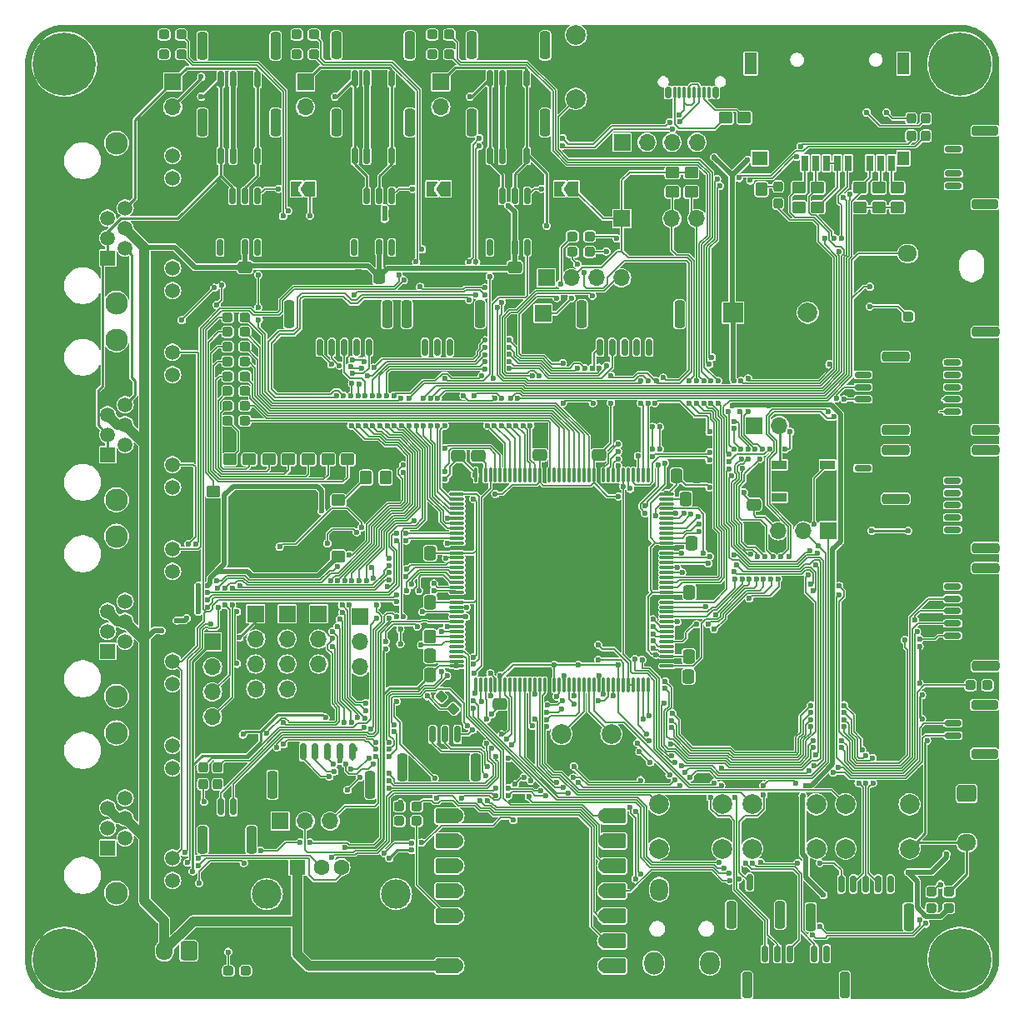
<source format=gbr>
%TF.GenerationSoftware,KiCad,Pcbnew,8.0.3*%
%TF.CreationDate,2024-12-04T19:25:53+09:00*%
%TF.ProjectId,nnct-main,6e6e6374-2d6d-4616-996e-2e6b69636164,rev?*%
%TF.SameCoordinates,Original*%
%TF.FileFunction,Copper,L1,Top*%
%TF.FilePolarity,Positive*%
%FSLAX46Y46*%
G04 Gerber Fmt 4.6, Leading zero omitted, Abs format (unit mm)*
G04 Created by KiCad (PCBNEW 8.0.3) date 2024-12-04 19:25:53*
%MOMM*%
%LPD*%
G01*
G04 APERTURE LIST*
G04 Aperture macros list*
%AMRoundRect*
0 Rectangle with rounded corners*
0 $1 Rounding radius*
0 $2 $3 $4 $5 $6 $7 $8 $9 X,Y pos of 4 corners*
0 Add a 4 corners polygon primitive as box body*
4,1,4,$2,$3,$4,$5,$6,$7,$8,$9,$2,$3,0*
0 Add four circle primitives for the rounded corners*
1,1,$1+$1,$2,$3*
1,1,$1+$1,$4,$5*
1,1,$1+$1,$6,$7*
1,1,$1+$1,$8,$9*
0 Add four rect primitives between the rounded corners*
20,1,$1+$1,$2,$3,$4,$5,0*
20,1,$1+$1,$4,$5,$6,$7,0*
20,1,$1+$1,$6,$7,$8,$9,0*
20,1,$1+$1,$8,$9,$2,$3,0*%
%AMFreePoly0*
4,1,6,1.000000,0.000000,0.500000,-0.750000,-0.500000,-0.750000,-0.500000,0.750000,0.500000,0.750000,1.000000,0.000000,1.000000,0.000000,$1*%
%AMFreePoly1*
4,1,6,0.500000,-0.750000,-0.650000,-0.750000,-0.150000,0.000000,-0.650000,0.750000,0.500000,0.750000,0.500000,-0.750000,0.500000,-0.750000,$1*%
G04 Aperture macros list end*
%TA.AperFunction,ComponentPad*%
%ADD10RoundRect,0.250000X-0.725000X0.600000X-0.725000X-0.600000X0.725000X-0.600000X0.725000X0.600000X0*%
%TD*%
%TA.AperFunction,ComponentPad*%
%ADD11O,1.950000X1.700000*%
%TD*%
%TA.AperFunction,SMDPad,CuDef*%
%ADD12RoundRect,0.250000X-0.475000X0.337500X-0.475000X-0.337500X0.475000X-0.337500X0.475000X0.337500X0*%
%TD*%
%TA.AperFunction,SMDPad,CuDef*%
%ADD13RoundRect,0.250000X0.337500X0.475000X-0.337500X0.475000X-0.337500X-0.475000X0.337500X-0.475000X0*%
%TD*%
%TA.AperFunction,SMDPad,CuDef*%
%ADD14RoundRect,0.150000X0.150000X0.700000X-0.150000X0.700000X-0.150000X-0.700000X0.150000X-0.700000X0*%
%TD*%
%TA.AperFunction,SMDPad,CuDef*%
%ADD15RoundRect,0.250000X0.250000X1.150000X-0.250000X1.150000X-0.250000X-1.150000X0.250000X-1.150000X0*%
%TD*%
%TA.AperFunction,SMDPad,CuDef*%
%ADD16RoundRect,0.237500X-0.287500X-0.237500X0.287500X-0.237500X0.287500X0.237500X-0.287500X0.237500X0*%
%TD*%
%TA.AperFunction,SMDPad,CuDef*%
%ADD17R,1.200000X1.400000*%
%TD*%
%TA.AperFunction,SMDPad,CuDef*%
%ADD18R,1.200000X2.200000*%
%TD*%
%TA.AperFunction,SMDPad,CuDef*%
%ADD19R,1.600000X1.400000*%
%TD*%
%TA.AperFunction,SMDPad,CuDef*%
%ADD20R,0.700000X1.600000*%
%TD*%
%TA.AperFunction,SMDPad,CuDef*%
%ADD21FreePoly0,180.000000*%
%TD*%
%TA.AperFunction,SMDPad,CuDef*%
%ADD22FreePoly1,180.000000*%
%TD*%
%TA.AperFunction,SMDPad,CuDef*%
%ADD23RoundRect,0.237500X-0.237500X0.287500X-0.237500X-0.287500X0.237500X-0.287500X0.237500X0.287500X0*%
%TD*%
%TA.AperFunction,ComponentPad*%
%ADD24C,0.800000*%
%TD*%
%TA.AperFunction,ComponentPad*%
%ADD25C,6.400000*%
%TD*%
%TA.AperFunction,SMDPad,CuDef*%
%ADD26RoundRect,0.237500X0.287500X0.237500X-0.287500X0.237500X-0.287500X-0.237500X0.287500X-0.237500X0*%
%TD*%
%TA.AperFunction,ComponentPad*%
%ADD27R,1.700000X1.700000*%
%TD*%
%TA.AperFunction,ComponentPad*%
%ADD28O,1.700000X1.700000*%
%TD*%
%TA.AperFunction,SMDPad,CuDef*%
%ADD29RoundRect,0.250000X-0.450000X0.350000X-0.450000X-0.350000X0.450000X-0.350000X0.450000X0.350000X0*%
%TD*%
%TA.AperFunction,SMDPad,CuDef*%
%ADD30RoundRect,0.150000X0.150000X-0.675000X0.150000X0.675000X-0.150000X0.675000X-0.150000X-0.675000X0*%
%TD*%
%TA.AperFunction,SMDPad,CuDef*%
%ADD31RoundRect,0.150000X-0.150000X-0.700000X0.150000X-0.700000X0.150000X0.700000X-0.150000X0.700000X0*%
%TD*%
%TA.AperFunction,SMDPad,CuDef*%
%ADD32RoundRect,0.250000X-0.250000X-1.100000X0.250000X-1.100000X0.250000X1.100000X-0.250000X1.100000X0*%
%TD*%
%TA.AperFunction,SMDPad,CuDef*%
%ADD33RoundRect,0.250000X0.475000X-0.337500X0.475000X0.337500X-0.475000X0.337500X-0.475000X-0.337500X0*%
%TD*%
%TA.AperFunction,SMDPad,CuDef*%
%ADD34RoundRect,0.250000X-0.337500X-0.475000X0.337500X-0.475000X0.337500X0.475000X-0.337500X0.475000X0*%
%TD*%
%TA.AperFunction,ComponentPad*%
%ADD35C,2.000000*%
%TD*%
%TA.AperFunction,ComponentPad*%
%ADD36C,1.998980*%
%TD*%
%TA.AperFunction,SMDPad,CuDef*%
%ADD37RoundRect,0.250000X0.450000X-0.350000X0.450000X0.350000X-0.450000X0.350000X-0.450000X-0.350000X0*%
%TD*%
%TA.AperFunction,SMDPad,CuDef*%
%ADD38RoundRect,0.237500X0.237500X-0.287500X0.237500X0.287500X-0.237500X0.287500X-0.237500X-0.287500X0*%
%TD*%
%TA.AperFunction,SMDPad,CuDef*%
%ADD39RoundRect,0.150000X-0.700000X0.150000X-0.700000X-0.150000X0.700000X-0.150000X0.700000X0.150000X0*%
%TD*%
%TA.AperFunction,SMDPad,CuDef*%
%ADD40RoundRect,0.250000X-1.150000X0.250000X-1.150000X-0.250000X1.150000X-0.250000X1.150000X0.250000X0*%
%TD*%
%TA.AperFunction,ComponentPad*%
%ADD41RoundRect,0.250000X0.725000X-0.600000X0.725000X0.600000X-0.725000X0.600000X-0.725000X-0.600000X0*%
%TD*%
%TA.AperFunction,SMDPad,CuDef*%
%ADD42RoundRect,0.250000X-0.250000X-1.150000X0.250000X-1.150000X0.250000X1.150000X-0.250000X1.150000X0*%
%TD*%
%TA.AperFunction,ComponentPad*%
%ADD43R,2.000000X2.000000*%
%TD*%
%TA.AperFunction,ComponentPad*%
%ADD44R,1.500000X1.500000*%
%TD*%
%TA.AperFunction,ComponentPad*%
%ADD45C,1.500000*%
%TD*%
%TA.AperFunction,ComponentPad*%
%ADD46C,2.300000*%
%TD*%
%TA.AperFunction,ComponentPad*%
%ADD47R,1.600000X1.500000*%
%TD*%
%TA.AperFunction,ComponentPad*%
%ADD48C,1.600000*%
%TD*%
%TA.AperFunction,ComponentPad*%
%ADD49C,3.000000*%
%TD*%
%TA.AperFunction,SMDPad,CuDef*%
%ADD50RoundRect,0.150000X0.700000X-0.150000X0.700000X0.150000X-0.700000X0.150000X-0.700000X-0.150000X0*%
%TD*%
%TA.AperFunction,SMDPad,CuDef*%
%ADD51RoundRect,0.250000X1.100000X-0.250000X1.100000X0.250000X-1.100000X0.250000X-1.100000X-0.250000X0*%
%TD*%
%TA.AperFunction,ComponentPad*%
%ADD52O,1.800000X2.300000*%
%TD*%
%TA.AperFunction,ComponentPad*%
%ADD53O,2.000000X2.300000*%
%TD*%
%TA.AperFunction,SMDPad,CuDef*%
%ADD54RoundRect,0.250000X-0.350000X-0.450000X0.350000X-0.450000X0.350000X0.450000X-0.350000X0.450000X0*%
%TD*%
%TA.AperFunction,SMDPad,CuDef*%
%ADD55RoundRect,0.237500X0.371231X-0.035355X-0.035355X0.371231X-0.371231X0.035355X0.035355X-0.371231X0*%
%TD*%
%TA.AperFunction,SMDPad,CuDef*%
%ADD56R,1.500000X0.900000*%
%TD*%
%TA.AperFunction,SMDPad,CuDef*%
%ADD57RoundRect,0.150000X0.150000X0.425000X-0.150000X0.425000X-0.150000X-0.425000X0.150000X-0.425000X0*%
%TD*%
%TA.AperFunction,SMDPad,CuDef*%
%ADD58RoundRect,0.075000X0.075000X0.500000X-0.075000X0.500000X-0.075000X-0.500000X0.075000X-0.500000X0*%
%TD*%
%TA.AperFunction,ComponentPad*%
%ADD59O,1.000000X2.100000*%
%TD*%
%TA.AperFunction,ComponentPad*%
%ADD60O,1.000000X1.800000*%
%TD*%
%TA.AperFunction,SMDPad,CuDef*%
%ADD61RoundRect,0.075000X0.075000X-0.662500X0.075000X0.662500X-0.075000X0.662500X-0.075000X-0.662500X0*%
%TD*%
%TA.AperFunction,SMDPad,CuDef*%
%ADD62RoundRect,0.075000X0.662500X-0.075000X0.662500X0.075000X-0.662500X0.075000X-0.662500X-0.075000X0*%
%TD*%
%TA.AperFunction,SMDPad,CuDef*%
%ADD63RoundRect,0.250000X0.350000X0.450000X-0.350000X0.450000X-0.350000X-0.450000X0.350000X-0.450000X0*%
%TD*%
%TA.AperFunction,ComponentPad*%
%ADD64RoundRect,0.250000X0.600000X0.725000X-0.600000X0.725000X-0.600000X-0.725000X0.600000X-0.725000X0*%
%TD*%
%TA.AperFunction,ComponentPad*%
%ADD65O,1.700000X1.950000*%
%TD*%
%TA.AperFunction,SMDPad,CuDef*%
%ADD66RoundRect,0.152400X-1.063600X-0.609600X1.063600X-0.609600X1.063600X0.609600X-1.063600X0.609600X0*%
%TD*%
%TA.AperFunction,ComponentPad*%
%ADD67C,1.524000*%
%TD*%
%TA.AperFunction,SMDPad,CuDef*%
%ADD68RoundRect,0.152400X1.063600X0.609600X-1.063600X0.609600X-1.063600X-0.609600X1.063600X-0.609600X0*%
%TD*%
%TA.AperFunction,ViaPad*%
%ADD69C,0.600000*%
%TD*%
%TA.AperFunction,Conductor*%
%ADD70C,0.127000*%
%TD*%
%TA.AperFunction,Conductor*%
%ADD71C,0.500000*%
%TD*%
%TA.AperFunction,Conductor*%
%ADD72C,0.220000*%
%TD*%
%TA.AperFunction,Conductor*%
%ADD73C,0.200000*%
%TD*%
%TA.AperFunction,Conductor*%
%ADD74C,0.300000*%
%TD*%
%TA.AperFunction,Conductor*%
%ADD75C,1.000000*%
%TD*%
G04 APERTURE END LIST*
D10*
%TO.P,J18,1,Pin_1*%
%TO.N,+5V*%
X127800000Y-108170000D03*
D11*
%TO.P,J18,2,Pin_2*%
%TO.N,GND*%
X127800000Y-110670000D03*
%TO.P,J18,3,Pin_3*%
%TO.N,VDD*%
X127800000Y-113170000D03*
%TD*%
D12*
%TO.P,C1,1*%
%TO.N,VDD*%
X80392500Y-99070000D03*
%TO.P,C1,2*%
%TO.N,GND*%
X80392500Y-101145000D03*
%TD*%
D13*
%TO.P,C17,1*%
%TO.N,VDD*%
X73280000Y-88720000D03*
%TO.P,C17,2*%
%TO.N,GND*%
X71205000Y-88720000D03*
%TD*%
D14*
%TO.P,J39,1,Pin_1*%
%TO.N,VDD*%
X65342500Y-103920000D03*
%TO.P,J39,2,Pin_2*%
%TO.N,Xiao_SCK*%
X64092500Y-103920000D03*
%TO.P,J39,3,Pin_3*%
%TO.N,Xiao_MISO*%
X62842500Y-103920000D03*
%TO.P,J39,4,Pin_4*%
%TO.N,Xiao_MOSI*%
X61592500Y-103920000D03*
%TO.P,J39,5,Pin_5*%
%TO.N,Xiao_CS*%
X60342500Y-103920000D03*
%TO.P,J39,6,Pin_6*%
%TO.N,GND*%
X59092500Y-103920000D03*
D15*
%TO.P,J39,MP*%
%TO.N,N/C*%
X67192500Y-107270000D03*
X57242500Y-107270000D03*
%TD*%
D16*
%TO.P,D1,1,K*%
%TO.N,Net-(D1-K)*%
X52692500Y-59770000D03*
%TO.P,D1,2,A*%
%TO.N,LED1*%
X54442500Y-59770000D03*
%TD*%
D17*
%TO.P,J1,SH*%
%TO.N,N/C*%
X121350000Y-43600000D03*
D18*
X121350000Y-34000000D03*
D19*
X106750000Y-43600000D03*
D18*
X105850000Y-34000000D03*
D20*
%TO.P,J1,9,DAT2*%
%TO.N,SD_D2*%
X120150000Y-44100000D03*
%TO.P,J1,8,DAT1*%
%TO.N,SD_D1*%
X119050000Y-44100000D03*
%TO.P,J1,7,DAT0*%
%TO.N,SD_D0*%
X117950000Y-44100000D03*
%TO.P,J1,6,VSS*%
%TO.N,GND*%
X116850000Y-44100000D03*
%TO.P,J1,5,CLK*%
%TO.N,SD_CLK*%
X115750000Y-44100000D03*
%TO.P,J1,4,VDD*%
%TO.N,VDD*%
X114650000Y-44100000D03*
%TO.P,J1,3,VSS*%
X113550000Y-44100000D03*
%TO.P,J1,2,CMD*%
%TO.N,SD_CMD*%
X112450000Y-44100000D03*
%TO.P,J1,1,CD/DAT3*%
%TO.N,SD_D3*%
X111350000Y-44100000D03*
%TD*%
D21*
%TO.P,R35,1*%
%TO.N,VDD*%
X74842500Y-46720000D03*
D22*
%TO.P,R35,2*%
%TO.N,Net-(U5-SPLIT)*%
X73392500Y-46720000D03*
%TD*%
D16*
%TO.P,D14,1,K*%
%TO.N,Net-(D14-K)*%
X73475000Y-33050000D03*
%TO.P,D14,2,A*%
%TO.N,CAN3_Error*%
X75225000Y-33050000D03*
%TD*%
D23*
%TO.P,D29,1,K*%
%TO.N,Net-(D29-K)*%
X122142500Y-39595000D03*
%TO.P,D29,2,A*%
%TO.N,CAN3_Error*%
X122142500Y-41345000D03*
%TD*%
D24*
%TO.P,H1,1*%
%TO.N,N/C*%
X124700000Y-125050000D03*
X125402944Y-123352944D03*
X125402944Y-126747056D03*
X127100000Y-122650000D03*
D25*
X127100000Y-125050000D03*
D24*
X127100000Y-127450000D03*
X128797056Y-123352944D03*
X128797056Y-126747056D03*
X129500000Y-125050000D03*
%TD*%
D16*
%TO.P,D3,1,K*%
%TO.N,Net-(D3-K)*%
X52692500Y-62770000D03*
%TO.P,D3,2,A*%
%TO.N,LED3*%
X54442500Y-62770000D03*
%TD*%
D26*
%TO.P,D20,1,K*%
%TO.N,Net-(D20-K)*%
X129917500Y-97170000D03*
%TO.P,D20,2,A*%
%TO.N,UART7_Status*%
X128167500Y-97170000D03*
%TD*%
D27*
%TO.P,J45,1,Pin_1*%
%TO.N,VDD*%
X55542500Y-89930000D03*
D28*
%TO.P,J45,2,Pin_2*%
%TO.N,+5V*%
X55542500Y-92470000D03*
%TO.P,J45,3,Pin_3*%
%TO.N,IO_PA1*%
X55542500Y-95010000D03*
%TO.P,J45,4,Pin_4*%
%TO.N,IO_PA2*%
X55542500Y-97550000D03*
%TD*%
D29*
%TO.P,R32,2*%
%TO.N,GND*%
X103300000Y-41500000D03*
%TO.P,R32,1*%
%TO.N,CC1_2*%
X103300000Y-39500000D03*
%TD*%
D27*
%TO.P,J20,1,Pin_1*%
%TO.N,I2C2_SDA*%
X113722500Y-81470000D03*
D28*
%TO.P,J20,2,Pin_2*%
%TO.N,I2C2_SCL*%
X111182500Y-81470000D03*
%TO.P,J20,3,Pin_3*%
%TO.N,VDD*%
X108642500Y-81470000D03*
%TO.P,J20,4,Pin_4*%
%TO.N,GND*%
X106102500Y-81470000D03*
%TD*%
D24*
%TO.P,H3,1*%
%TO.N,N/C*%
X33700000Y-34050000D03*
X34402944Y-32352944D03*
X34402944Y-35747056D03*
X36100000Y-31650000D03*
D25*
X36100000Y-34050000D03*
D24*
X36100000Y-36450000D03*
X37797056Y-32352944D03*
X37797056Y-35747056D03*
X38500000Y-34050000D03*
%TD*%
D29*
%TO.P,C23,1*%
%TO.N,Net-(U3-V3)*%
X63942500Y-78370000D03*
%TO.P,C23,2*%
%TO.N,GND*%
X63942500Y-80370000D03*
%TD*%
D30*
%TO.P,U6,1,TXD*%
%TO.N,CAN3_TD*%
X79320000Y-52675000D03*
%TO.P,U6,2,VSS*%
%TO.N,GND*%
X80590000Y-52675000D03*
%TO.P,U6,3,VDD*%
%TO.N,+5V*%
X81860000Y-52675000D03*
%TO.P,U6,4,RXD*%
%TO.N,CAN3_RD*%
X83130000Y-52675000D03*
%TO.P,U6,5,SPLIT*%
%TO.N,Net-(U6-SPLIT)*%
X83130000Y-47425000D03*
%TO.P,U6,6,CANL*%
%TO.N,CAN3_L*%
X81860000Y-47425000D03*
%TO.P,U6,7,CANH*%
%TO.N,CAN3_H*%
X80590000Y-47425000D03*
%TO.P,U6,8,STBY*%
%TO.N,GND*%
X79320000Y-47425000D03*
%TD*%
D31*
%TO.P,J22,1,Pin_1*%
%TO.N,STLK_TX*%
X107317500Y-124450000D03*
%TO.P,J22,2,Pin_2*%
%TO.N,RESET*%
X108567500Y-124450000D03*
%TO.P,J22,3,Pin_3*%
%TO.N,STLK_SWDIO*%
X109817500Y-124450000D03*
%TO.P,J22,4,Pin_4*%
%TO.N,GND*%
X111067500Y-124450000D03*
%TO.P,J22,5,Pin_5*%
%TO.N,STLK_SWCLK*%
X112317500Y-124450000D03*
%TO.P,J22,6,Pin_6*%
%TO.N,VDD*%
X113567500Y-124450000D03*
D32*
%TO.P,J22,MP*%
%TO.N,N/C*%
X105467500Y-127650000D03*
X115417500Y-127650000D03*
%TD*%
D33*
%TO.P,C7,1*%
%TO.N,VDD*%
X76142500Y-73870000D03*
%TO.P,C7,2*%
%TO.N,GND*%
X76142500Y-71795000D03*
%TD*%
D30*
%TO.P,U5,1,TXD*%
%TO.N,CAN2_TD*%
X65570000Y-52675000D03*
%TO.P,U5,2,VSS*%
%TO.N,GND*%
X66840000Y-52675000D03*
%TO.P,U5,3,VDD*%
%TO.N,+5V*%
X68110000Y-52675000D03*
%TO.P,U5,4,RXD*%
%TO.N,CAN2_RD*%
X69380000Y-52675000D03*
%TO.P,U5,5,SPLIT*%
%TO.N,Net-(U5-SPLIT)*%
X69380000Y-47425000D03*
%TO.P,U5,6,CANL*%
%TO.N,CAN2_L*%
X68110000Y-47425000D03*
%TO.P,U5,7,CANH*%
%TO.N,CAN2_H*%
X66840000Y-47425000D03*
%TO.P,U5,8,STBY*%
%TO.N,GND*%
X65570000Y-47425000D03*
%TD*%
D34*
%TO.P,C9,1*%
%TO.N,VDD*%
X99605000Y-87720000D03*
%TO.P,C9,2*%
%TO.N,GND*%
X101680000Y-87720000D03*
%TD*%
%TO.P,C2,1*%
%TO.N,VDD*%
X98305000Y-75870000D03*
%TO.P,C2,2*%
%TO.N,GND*%
X100380000Y-75870000D03*
%TD*%
D35*
%TO.P,SW1,1,1*%
%TO.N,VDD*%
X102992500Y-113770000D03*
X96492500Y-113770000D03*
%TO.P,SW1,2,2*%
%TO.N,SW1*%
X102992500Y-109270000D03*
X96492500Y-109270000D03*
%TD*%
D36*
%TO.P,Y1,1,1*%
%TO.N,OSC_OUT*%
X91682500Y-102120000D03*
%TO.P,Y1,2,2*%
%TO.N,OSC_IN*%
X86602500Y-102120000D03*
%TD*%
D16*
%TO.P,D5,1,K*%
%TO.N,Net-(D5-K)*%
X52692500Y-65770000D03*
%TO.P,D5,2,A*%
%TO.N,LED5*%
X54442500Y-65770000D03*
%TD*%
D37*
%TO.P,R4,1*%
%TO.N,Net-(D3-K)*%
X62887000Y-74225500D03*
%TO.P,R4,2*%
%TO.N,GND*%
X62887000Y-72225500D03*
%TD*%
D38*
%TO.P,D19,1,K*%
%TO.N,Net-(D19-K)*%
X51682500Y-107245000D03*
%TO.P,D19,2,A*%
%TO.N,UART2_Status*%
X51682500Y-105495000D03*
%TD*%
D39*
%TO.P,J30,1,Pin_1*%
%TO.N,GND*%
X126350000Y-63120000D03*
%TO.P,J30,2,Pin_2*%
%TO.N,IO_PE15*%
X126350000Y-64370000D03*
%TO.P,J30,3,Pin_3*%
%TO.N,Net-(J30-Pin_3)*%
X126350000Y-65620000D03*
%TO.P,J30,4,Pin_4*%
%TO.N,Net-(J30-Pin_4)*%
X126350000Y-66870000D03*
%TO.P,J30,5,Pin_5*%
%TO.N,Net-(J30-Pin_5)*%
X126350000Y-68120000D03*
%TO.P,J30,6,Pin_6*%
%TO.N,Net-(J30-Pin_6)*%
X126350000Y-69370000D03*
D40*
%TO.P,J30,MP*%
%TO.N,N/C*%
X129700000Y-61270000D03*
X129700000Y-71220000D03*
%TD*%
D37*
%TO.P,R8,1*%
%TO.N,Net-(D7-K)*%
X54887000Y-74225500D03*
%TO.P,R8,2*%
%TO.N,GND*%
X54887000Y-72225500D03*
%TD*%
D41*
%TO.P,J17,1,Pin_1*%
%TO.N,GND*%
X121800000Y-55800000D03*
D11*
%TO.P,J17,2,Pin_2*%
%TO.N,EMS*%
X121800000Y-53300000D03*
%TD*%
D37*
%TO.P,R6,1*%
%TO.N,Net-(D5-K)*%
X58887000Y-74225500D03*
%TO.P,R6,2*%
%TO.N,GND*%
X58887000Y-72225500D03*
%TD*%
D31*
%TO.P,J8,1,Pin_1*%
%TO.N,CAN3_H*%
X79350000Y-43350000D03*
%TO.P,J8,2,Pin_2*%
%TO.N,+5V*%
X80600000Y-43350000D03*
%TO.P,J8,3,Pin_3*%
%TO.N,GND*%
X81850000Y-43350000D03*
%TO.P,J8,4,Pin_4*%
%TO.N,CAN3_L*%
X83100000Y-43350000D03*
D42*
%TO.P,J8,MP*%
%TO.N,N/C*%
X77500000Y-40000000D03*
X84950000Y-40000000D03*
%TD*%
D35*
%TO.P,RESET1,1,1*%
%TO.N,RESET*%
X88075000Y-37575000D03*
X88075000Y-31075000D03*
%TO.P,RESET1,2,2*%
%TO.N,GND*%
X92575000Y-37575000D03*
X92575000Y-31075000D03*
%TD*%
D16*
%TO.P,D27,1,K*%
%TO.N,Net-(D27-K)*%
X70142500Y-110970000D03*
%TO.P,D27,2,A*%
%TO.N,XIAO_3V3*%
X71892500Y-110970000D03*
%TD*%
D31*
%TO.P,J6,1,Pin_1*%
%TO.N,CAN1_H*%
X51975000Y-35550000D03*
%TO.P,J6,2,Pin_2*%
%TO.N,+5V*%
X53225000Y-35550000D03*
%TO.P,J6,3,Pin_3*%
%TO.N,GND*%
X54475000Y-35550000D03*
%TO.P,J6,4,Pin_4*%
%TO.N,CAN1_L*%
X55725000Y-35550000D03*
D42*
%TO.P,J6,MP*%
%TO.N,N/C*%
X50125000Y-32200000D03*
X57575000Y-32200000D03*
%TD*%
D27*
%TO.P,J25,1,Pin_1*%
%TO.N,VDD*%
X58022500Y-110970000D03*
D28*
%TO.P,J25,2,Pin_2*%
%TO.N,UART4_TX*%
X60562500Y-110970000D03*
%TO.P,J25,3,Pin_3*%
%TO.N,UART4_RX*%
X63102500Y-110970000D03*
%TO.P,J25,4,Pin_4*%
%TO.N,GND*%
X65642500Y-110970000D03*
%TD*%
D43*
%TO.P,BZ1,1,+*%
%TO.N,+5V*%
X104042500Y-59320000D03*
D35*
%TO.P,BZ1,2,-*%
%TO.N,Net-(BZ1--)*%
X111642500Y-59320000D03*
%TD*%
D31*
%TO.P,J12,1,Pin_1*%
%TO.N,CAN2_H*%
X65600000Y-43350000D03*
%TO.P,J12,2,Pin_2*%
%TO.N,+5V*%
X66850000Y-43350000D03*
%TO.P,J12,3,Pin_3*%
%TO.N,GND*%
X68100000Y-43350000D03*
%TO.P,J12,4,Pin_4*%
%TO.N,CAN2_L*%
X69350000Y-43350000D03*
D42*
%TO.P,J12,MP*%
%TO.N,N/C*%
X63750000Y-40000000D03*
X71200000Y-40000000D03*
%TD*%
D16*
%TO.P,D17,1,K*%
%TO.N,Net-(D17-K)*%
X124242500Y-118170000D03*
%TO.P,D17,2,A*%
%TO.N,VDD*%
X125992500Y-118170000D03*
%TD*%
D34*
%TO.P,C15,1*%
%TO.N,Net-(U1-VCAP_1)*%
X99242500Y-78220000D03*
%TO.P,C15,2*%
%TO.N,GND*%
X101317500Y-78220000D03*
%TD*%
D16*
%TO.P,D13,1,K*%
%TO.N,Net-(D13-K)*%
X59725000Y-31050000D03*
%TO.P,D13,2,A*%
%TO.N,CAN2_Status*%
X61475000Y-31050000D03*
%TD*%
D31*
%TO.P,J7,1,Pin_1*%
%TO.N,CAN2_H*%
X65600000Y-35500000D03*
%TO.P,J7,2,Pin_2*%
%TO.N,+5V*%
X66850000Y-35500000D03*
%TO.P,J7,3,Pin_3*%
%TO.N,GND*%
X68100000Y-35500000D03*
%TO.P,J7,4,Pin_4*%
%TO.N,CAN2_L*%
X69350000Y-35500000D03*
D42*
%TO.P,J7,MP*%
%TO.N,N/C*%
X63750000Y-32150000D03*
X71200000Y-32150000D03*
%TD*%
D37*
%TO.P,R24,1*%
%TO.N,BNO_SDA*%
X97900000Y-47050000D03*
%TO.P,R24,2*%
%TO.N,VDD*%
X97900000Y-45050000D03*
%TD*%
%TO.P,R25,1*%
%TO.N,BNO_SCL*%
X99800000Y-47050000D03*
%TO.P,R25,2*%
%TO.N,VDD*%
X99800000Y-45050000D03*
%TD*%
D44*
%TO.P,J10,1*%
%TO.N,CAN2_H*%
X40500000Y-93720000D03*
D45*
%TO.P,J10,2*%
%TO.N,CAN2_L*%
X42280000Y-92704000D03*
%TO.P,J10,3*%
%TO.N,CAN2_H*%
X40500000Y-91688000D03*
%TO.P,J10,4*%
%TO.N,+5V*%
X42280000Y-90672000D03*
%TO.P,J10,5*%
X40500000Y-89656000D03*
%TO.P,J10,6*%
%TO.N,CAN2_L*%
X42280000Y-88640000D03*
%TO.P,J10,7*%
%TO.N,GND*%
X40500000Y-87624000D03*
%TO.P,J10,8*%
X42280000Y-86608000D03*
%TO.P,J10,9*%
%TO.N,Net-(J10-Pad9)*%
X47100000Y-97020000D03*
%TO.P,J10,10*%
%TO.N,CAN2_Error*%
X47100000Y-94730000D03*
%TO.P,J10,11*%
%TO.N,Net-(J10-Pad11)*%
X47100000Y-85590000D03*
%TO.P,J10,12*%
%TO.N,CAN2_Status*%
X47100000Y-83300000D03*
D46*
%TO.P,J10,SH*%
%TO.N,N/C*%
X41390000Y-98290000D03*
X41390000Y-82030000D03*
%TD*%
D44*
%TO.P,J16,1*%
%TO.N,CAN2_H*%
X40500000Y-113700000D03*
D45*
%TO.P,J16,2*%
%TO.N,CAN2_L*%
X42280000Y-112684000D03*
%TO.P,J16,3*%
%TO.N,CAN2_H*%
X40500000Y-111668000D03*
%TO.P,J16,4*%
%TO.N,+5V*%
X42280000Y-110652000D03*
%TO.P,J16,5*%
X40500000Y-109636000D03*
%TO.P,J16,6*%
%TO.N,CAN2_L*%
X42280000Y-108620000D03*
%TO.P,J16,7*%
%TO.N,GND*%
X40500000Y-107604000D03*
%TO.P,J16,8*%
X42280000Y-106588000D03*
%TO.P,J16,9*%
%TO.N,Net-(J16-Pad9)*%
X47100000Y-117000000D03*
%TO.P,J16,10*%
%TO.N,CAN2_Error*%
X47100000Y-114710000D03*
%TO.P,J16,11*%
%TO.N,Net-(J16-Pad11)*%
X47100000Y-105570000D03*
%TO.P,J16,12*%
%TO.N,CAN2_Status*%
X47100000Y-103280000D03*
D46*
%TO.P,J16,SH*%
%TO.N,N/C*%
X41390000Y-118270000D03*
X41390000Y-102010000D03*
%TD*%
D27*
%TO.P,J24,1,Pin_1*%
%TO.N,I2C1_SDA*%
X66142500Y-90230000D03*
D28*
%TO.P,J24,2,Pin_2*%
%TO.N,I2C1_SCL*%
X66142500Y-92770000D03*
%TO.P,J24,3,Pin_3*%
%TO.N,VDD*%
X66142500Y-95310000D03*
%TO.P,J24,4,Pin_4*%
%TO.N,GND*%
X66142500Y-97850000D03*
%TD*%
D27*
%TO.P,J26,1,Pin_1*%
%TO.N,VDD*%
X51142500Y-92770000D03*
D28*
%TO.P,J26,2,Pin_2*%
%TO.N,SPI1_MISO*%
X51142500Y-95310000D03*
%TO.P,J26,3,Pin_3*%
%TO.N,SPI1_MOSI*%
X51142500Y-97850000D03*
%TO.P,J26,4,Pin_4*%
%TO.N,SPI1_SCK*%
X51142500Y-100390000D03*
%TO.P,J26,5,Pin_5*%
%TO.N,GND*%
X51142500Y-102930000D03*
%TD*%
D16*
%TO.P,D16,1,K*%
%TO.N,Net-(D16-K)*%
X124225000Y-119800000D03*
%TO.P,D16,2,A*%
%TO.N,+5V*%
X125975000Y-119800000D03*
%TD*%
D31*
%TO.P,J13,1,Pin_1*%
%TO.N,CAN3_H*%
X79350000Y-35500000D03*
%TO.P,J13,2,Pin_2*%
%TO.N,+5V*%
X80600000Y-35500000D03*
%TO.P,J13,3,Pin_3*%
%TO.N,GND*%
X81850000Y-35500000D03*
%TO.P,J13,4,Pin_4*%
%TO.N,CAN3_L*%
X83100000Y-35500000D03*
D42*
%TO.P,J13,MP*%
%TO.N,N/C*%
X77500000Y-32150000D03*
X84950000Y-32150000D03*
%TD*%
D47*
%TO.P,J40,1,VBUS*%
%TO.N,+5V*%
X59742500Y-115670000D03*
D48*
%TO.P,J40,2,D-*%
%TO.N,USB_OTG_FS_DM*%
X62242500Y-115670000D03*
%TO.P,J40,3,D+*%
%TO.N,USB_OTG_FS_DP*%
X64242500Y-115670000D03*
%TO.P,J40,4,GND*%
%TO.N,GND*%
X66742500Y-115670000D03*
D49*
%TO.P,J40,5,SSRX-*%
%TO.N,unconnected-(J40-SSRX--Pad5)*%
X56672500Y-118380000D03*
X69812500Y-118380000D03*
%TD*%
D50*
%TO.P,J14,1,Pin_1*%
%TO.N,CAN3_H*%
X126450000Y-46425000D03*
%TO.P,J14,2,Pin_2*%
%TO.N,+5V*%
X126450000Y-45175000D03*
%TO.P,J14,3,Pin_3*%
%TO.N,GND*%
X126450000Y-43925000D03*
%TO.P,J14,4,Pin_4*%
%TO.N,CAN3_L*%
X126450000Y-42675000D03*
D51*
%TO.P,J14,MP*%
%TO.N,N/C*%
X129650000Y-48275000D03*
X129650000Y-40825000D03*
%TD*%
D52*
%TO.P,J48,R*%
%TO.N,DAC_OUT1*%
X96550000Y-117925000D03*
%TO.P,J48,S*%
%TO.N,GND*%
X101150000Y-117925000D03*
D53*
%TO.P,J48,T*%
%TO.N,DAC_OUT2*%
X101700000Y-125425000D03*
X96000000Y-125425000D03*
%TD*%
D54*
%TO.P,R1,1*%
%TO.N,GND*%
X71242500Y-92220000D03*
%TO.P,R1,2*%
%TO.N,BOOT0*%
X73242500Y-92220000D03*
%TD*%
D27*
%TO.P,J31,1,Pin_1*%
%TO.N,VDD*%
X85092500Y-55770000D03*
D28*
%TO.P,J31,2,Pin_2*%
X87632500Y-55770000D03*
%TO.P,J31,3,Pin_3*%
%TO.N,UART6_TX*%
X90172500Y-55770000D03*
%TO.P,J31,4,Pin_4*%
%TO.N,UART6_RX*%
X92712500Y-55770000D03*
%TO.P,J31,5,Pin_5*%
%TO.N,GND*%
X95252500Y-55770000D03*
%TO.P,J31,6,Pin_6*%
X97792500Y-55770000D03*
%TD*%
D16*
%TO.P,D7,1,K*%
%TO.N,Net-(D7-K)*%
X52692500Y-68770000D03*
%TO.P,D7,2,A*%
%TO.N,LED7*%
X54442500Y-68770000D03*
%TD*%
D29*
%TO.P,R22,1*%
%TO.N,SD_D3*%
X110750000Y-46600613D03*
%TO.P,R22,2*%
%TO.N,VDD*%
X110750000Y-48600613D03*
%TD*%
D39*
%TO.P,J28,1,Pin_1*%
%TO.N,VDD*%
X126350000Y-87120000D03*
%TO.P,J28,2,Pin_2*%
%TO.N,SPI2_SCK*%
X126350000Y-88370000D03*
%TO.P,J28,3,Pin_3*%
%TO.N,SPI2_MISO*%
X126350000Y-89620000D03*
%TO.P,J28,4,Pin_4*%
%TO.N,SPI2_MOSI*%
X126350000Y-90870000D03*
%TO.P,J28,5,Pin_5*%
%TO.N,SPI2_CS*%
X126350000Y-92120000D03*
%TO.P,J28,6,Pin_6*%
%TO.N,GND*%
X126350000Y-93370000D03*
D40*
%TO.P,J28,MP*%
%TO.N,N/C*%
X129700000Y-85270000D03*
X129700000Y-95220000D03*
%TD*%
D13*
%TO.P,C12,1*%
%TO.N,VDD*%
X73280000Y-94170000D03*
%TO.P,C12,2*%
%TO.N,GND*%
X71205000Y-94170000D03*
%TD*%
D24*
%TO.P,H2,1*%
%TO.N,N/C*%
X124700000Y-34050000D03*
X125402944Y-32352944D03*
X125402944Y-35747056D03*
X127100000Y-31650000D03*
D25*
X127100000Y-34050000D03*
D24*
X127100000Y-36450000D03*
X128797056Y-32352944D03*
X128797056Y-35747056D03*
X129500000Y-34050000D03*
%TD*%
D33*
%TO.P,C24,1*%
%TO.N,GND*%
X54480000Y-56765000D03*
%TO.P,C24,2*%
%TO.N,+5V*%
X54480000Y-54690000D03*
%TD*%
D37*
%TO.P,R9,1*%
%TO.N,Net-(D8-K)*%
X52887000Y-74225500D03*
%TO.P,R9,2*%
%TO.N,GND*%
X52887000Y-72225500D03*
%TD*%
D55*
%TO.P,D9,1,K*%
%TO.N,Net-(D9-K)*%
X75642500Y-99570000D03*
%TO.P,D9,2,A*%
%TO.N,ErrorLED*%
X74405064Y-98332564D03*
%TD*%
D37*
%TO.P,R5,1*%
%TO.N,Net-(D4-K)*%
X60887000Y-74225500D03*
%TO.P,R5,2*%
%TO.N,GND*%
X60887000Y-72225500D03*
%TD*%
D29*
%TO.P,R23,1*%
%TO.N,SD_D2*%
X120750000Y-46600613D03*
%TO.P,R23,2*%
%TO.N,VDD*%
X120750000Y-48600613D03*
%TD*%
D16*
%TO.P,D18,1,K*%
%TO.N,GND*%
X120092500Y-59670000D03*
%TO.P,D18,2,A*%
%TO.N,Net-(D18-A)*%
X121842500Y-59670000D03*
%TD*%
D44*
%TO.P,J15,1*%
%TO.N,CAN1_H*%
X40500000Y-73740000D03*
D45*
%TO.P,J15,2*%
%TO.N,CAN1_L*%
X42280000Y-72724000D03*
%TO.P,J15,3*%
%TO.N,CAN1_H*%
X40500000Y-71708000D03*
%TO.P,J15,4*%
%TO.N,+5V*%
X42280000Y-70692000D03*
%TO.P,J15,5*%
X40500000Y-69676000D03*
%TO.P,J15,6*%
%TO.N,CAN1_L*%
X42280000Y-68660000D03*
%TO.P,J15,7*%
%TO.N,GND*%
X40500000Y-67644000D03*
%TO.P,J15,8*%
X42280000Y-66628000D03*
%TO.P,J15,9*%
%TO.N,Net-(J15-Pad9)*%
X47100000Y-77040000D03*
%TO.P,J15,10*%
%TO.N,CAN1_Error*%
X47100000Y-74750000D03*
%TO.P,J15,11*%
%TO.N,Net-(J15-Pad11)*%
X47100000Y-65610000D03*
%TO.P,J15,12*%
%TO.N,CAN1_Status*%
X47100000Y-63320000D03*
D46*
%TO.P,J15,SH*%
%TO.N,N/C*%
X41390000Y-78310000D03*
X41390000Y-62050000D03*
%TD*%
D23*
%TO.P,D30,1,K*%
%TO.N,Net-(D30-K)*%
X123642500Y-39595000D03*
%TO.P,D30,2,A*%
%TO.N,CAN3_Status*%
X123642500Y-41345000D03*
%TD*%
D34*
%TO.P,C25,1*%
%TO.N,GND*%
X66005000Y-55670000D03*
%TO.P,C25,2*%
%TO.N,+5V*%
X68110000Y-55670000D03*
%TD*%
D27*
%TO.P,U2,1,3V3*%
%TO.N,VDD*%
X92760000Y-49750000D03*
D28*
%TO.P,U2,2,GND*%
%TO.N,GND*%
X95300000Y-49750000D03*
%TO.P,U2,3,SDA*%
%TO.N,BNO_SDA*%
X97840000Y-49750000D03*
%TO.P,U2,4,SCL*%
%TO.N,BNO_SCL*%
X100380000Y-49750000D03*
D27*
%TO.P,U2,5*%
%TO.N,N/C*%
X92780000Y-42000000D03*
D28*
%TO.P,U2,6*%
X95320000Y-42000000D03*
%TO.P,U2,7*%
X97860000Y-42000000D03*
%TO.P,U2,8*%
X100400000Y-42000000D03*
%TD*%
D31*
%TO.P,J34,1,Pin_1*%
%TO.N,USART1_RX*%
X72742500Y-62820000D03*
%TO.P,J34,2,Pin_2*%
%TO.N,USART1_TX*%
X73992500Y-62820000D03*
%TO.P,J34,3,Pin_3*%
%TO.N,USART1_CK*%
X75242500Y-62820000D03*
%TO.P,J34,4,Pin_4*%
%TO.N,GND*%
X76492500Y-62820000D03*
D42*
%TO.P,J34,MP*%
%TO.N,N/C*%
X70892500Y-59470000D03*
X78342500Y-59470000D03*
%TD*%
D14*
%TO.P,J23,1,Pin_1*%
%TO.N,UART2_RX*%
X53267500Y-109520000D03*
%TO.P,J23,2,Pin_2*%
%TO.N,UART2_TX*%
X52017500Y-109520000D03*
D15*
%TO.P,J23,MP*%
%TO.N,N/C*%
X55117500Y-112870000D03*
X50167500Y-112870000D03*
%TD*%
D21*
%TO.P,R36,1*%
%TO.N,VDD*%
X87842500Y-46720000D03*
D22*
%TO.P,R36,2*%
%TO.N,Net-(U6-SPLIT)*%
X86392500Y-46720000D03*
%TD*%
D23*
%TO.P,D24,1,K*%
%TO.N,Net-(D24-K)*%
X108642500Y-46470000D03*
%TO.P,D24,2,A*%
%TO.N,SD_Status*%
X108642500Y-48220000D03*
%TD*%
D26*
%TO.P,D23,1,K*%
%TO.N,Net-(D23-K)*%
X89477500Y-51545000D03*
%TO.P,D23,2,A*%
%TO.N,LiDAR_Status*%
X87727500Y-51545000D03*
%TD*%
D29*
%TO.P,R21,1*%
%TO.N,SD_CMD*%
X112650000Y-46600613D03*
%TO.P,R21,2*%
%TO.N,VDD*%
X112650000Y-48600613D03*
%TD*%
D56*
%TO.P,D28,1,VDD*%
%TO.N,+5V*%
X108742500Y-74770000D03*
%TO.P,D28,2,DOUT*%
%TO.N,Tape_LED_DIN*%
X108742500Y-78070000D03*
%TO.P,D28,3,VSS*%
%TO.N,GND*%
X113642500Y-78070000D03*
%TO.P,D28,4,DIN*%
%TO.N,RGB_LED_DIN*%
X113642500Y-74770000D03*
%TD*%
D57*
%TO.P,J2,A1,GND*%
%TO.N,GND*%
X103050000Y-36930000D03*
%TO.P,J2,A4,VBUS*%
%TO.N,+5V*%
X102250000Y-36930000D03*
D58*
%TO.P,J2,A5,CC1*%
%TO.N,CC1_1*%
X101100000Y-36930000D03*
%TO.P,J2,A6,D+*%
%TO.N,D+*%
X100100000Y-36930000D03*
%TO.P,J2,A7,D-*%
%TO.N,D-*%
X99600000Y-36930000D03*
%TO.P,J2,A8,SBU1*%
%TO.N,unconnected-(J2-SBU1-PadA8)*%
X98600000Y-36930000D03*
D57*
%TO.P,J2,A9,VBUS*%
%TO.N,+5V*%
X97450000Y-36930000D03*
%TO.P,J2,A12,GND*%
%TO.N,GND*%
X96650000Y-36930000D03*
%TO.P,J2,B1,GND*%
X96650000Y-36930000D03*
%TO.P,J2,B4,VBUS*%
%TO.N,+5V*%
X97450000Y-36930000D03*
D58*
%TO.P,J2,B5,CC2*%
%TO.N,CC1_2*%
X98100000Y-36930000D03*
%TO.P,J2,B6,D+*%
%TO.N,D+*%
X99100000Y-36930000D03*
%TO.P,J2,B7,D-*%
%TO.N,D-*%
X100600000Y-36930000D03*
%TO.P,J2,B8,SBU2*%
%TO.N,unconnected-(J2-SBU2-PadB8)*%
X101600000Y-36930000D03*
D57*
%TO.P,J2,B9,VBUS*%
%TO.N,+5V*%
X102250000Y-36930000D03*
%TO.P,J2,B12,GND*%
%TO.N,GND*%
X103050000Y-36930000D03*
D59*
%TO.P,J2,S1,SHIELD*%
X104170000Y-36355000D03*
D60*
X104170000Y-32175000D03*
D59*
X95530000Y-36355000D03*
D60*
X95530000Y-32175000D03*
%TD*%
D16*
%TO.P,D26,1,K*%
%TO.N,Net-(D26-K)*%
X70142500Y-109470000D03*
%TO.P,D26,2,A*%
%TO.N,Xiao_LED1*%
X71892500Y-109470000D03*
%TD*%
%TO.P,D25,1,K*%
%TO.N,Net-(D25-K)*%
X52767500Y-126170000D03*
%TO.P,D25,2,A*%
%TO.N,propo_Status*%
X54517500Y-126170000D03*
%TD*%
D33*
%TO.P,C26,1*%
%TO.N,GND*%
X81900000Y-56765000D03*
%TO.P,C26,2*%
%TO.N,+5V*%
X81860000Y-54690000D03*
%TD*%
D39*
%TO.P,J35,1,Pin_1*%
%TO.N,Tape_LED_R*%
X117242500Y-65620000D03*
%TO.P,J35,2,Pin_2*%
%TO.N,Tape_LED_G*%
X117242500Y-66870000D03*
%TO.P,J35,3,Pin_3*%
%TO.N,Tape_LED_B*%
X117242500Y-68120000D03*
%TO.P,J35,4,Pin_4*%
%TO.N,GND*%
X117242500Y-69370000D03*
D40*
%TO.P,J35,MP*%
%TO.N,N/C*%
X120592500Y-63770000D03*
X120592500Y-71220000D03*
%TD*%
D16*
%TO.P,D6,1,K*%
%TO.N,Net-(D6-K)*%
X52692500Y-67270000D03*
%TO.P,D6,2,A*%
%TO.N,LED6*%
X54442500Y-67270000D03*
%TD*%
D29*
%TO.P,R31,1*%
%TO.N,CC1_1*%
X105200000Y-39500000D03*
%TO.P,R31,2*%
%TO.N,GND*%
X105200000Y-41500000D03*
%TD*%
D33*
%TO.P,C4,1*%
%TO.N,VDD*%
X84392500Y-73770000D03*
%TO.P,C4,2*%
%TO.N,GND*%
X84392500Y-71695000D03*
%TD*%
D37*
%TO.P,R3,1*%
%TO.N,Net-(D2-K)*%
X64887000Y-74225500D03*
%TO.P,R3,2*%
%TO.N,GND*%
X64887000Y-72225500D03*
%TD*%
D13*
%TO.P,C18,1*%
%TO.N,VDD*%
X73280000Y-83720000D03*
%TO.P,C18,2*%
%TO.N,GND*%
X71205000Y-83720000D03*
%TD*%
D34*
%TO.P,C10,1*%
%TO.N,VDD*%
X99542500Y-94220000D03*
%TO.P,C10,2*%
%TO.N,GND*%
X101617500Y-94220000D03*
%TD*%
D13*
%TO.P,C11,1*%
%TO.N,VDD*%
X73280000Y-96130000D03*
%TO.P,C11,2*%
%TO.N,GND*%
X71205000Y-96130000D03*
%TD*%
D33*
%TO.P,C16,1*%
%TO.N,Net-(U1-VCAP_2)*%
X78142500Y-73870000D03*
%TO.P,C16,2*%
%TO.N,GND*%
X78142500Y-71795000D03*
%TD*%
D50*
%TO.P,J21,1,Pin_1*%
%TO.N,UART7_RX*%
X126400000Y-102270000D03*
%TO.P,J21,2,Pin_2*%
%TO.N,UART7_TX*%
X126400000Y-101020000D03*
D51*
%TO.P,J21,MP*%
%TO.N,N/C*%
X129600000Y-104120000D03*
X129600000Y-99170000D03*
%TD*%
D35*
%TO.P,SW2,1,1*%
%TO.N,VDD*%
X112492500Y-113770000D03*
X105992500Y-113770000D03*
%TO.P,SW2,2,2*%
%TO.N,SW2*%
X112492500Y-109270000D03*
X105992500Y-109270000D03*
%TD*%
D61*
%TO.P,U1,1,PE2*%
%TO.N,SPI4_SCK*%
X77892500Y-97132500D03*
%TO.P,U1,2,PE3*%
%TO.N,ErrorLED*%
X78392500Y-97132500D03*
%TO.P,U1,3,PE4*%
%TO.N,UART2_Status*%
X78892500Y-97132500D03*
%TO.P,U1,4,PE5*%
%TO.N,SPI4_MISO*%
X79392500Y-97132500D03*
%TO.P,U1,5,PE6*%
%TO.N,SPI4_MOSI*%
X79892500Y-97132500D03*
%TO.P,U1,6,VBAT*%
%TO.N,VDD*%
X80392500Y-97132500D03*
%TO.P,U1,7,PC13*%
%TO.N,IO_PC13*%
X80892500Y-97132500D03*
%TO.P,U1,8,PC14*%
%TO.N,IO_PC14*%
X81392500Y-97132500D03*
%TO.P,U1,9,PC15*%
%TO.N,IO_PC15*%
X81892500Y-97132500D03*
%TO.P,U1,10,PF0*%
%TO.N,I2C2_SDA*%
X82392500Y-97132500D03*
%TO.P,U1,11,PF1*%
%TO.N,I2C2_SCL*%
X82892500Y-97132500D03*
%TO.P,U1,12,PF2*%
%TO.N,SW3*%
X83392500Y-97132500D03*
%TO.P,U1,13,PF3*%
%TO.N,SPI4_CS*%
X83892500Y-97132500D03*
%TO.P,U1,14,PF4*%
%TO.N,SW1*%
X84392500Y-97132500D03*
%TO.P,U1,15,PF5*%
%TO.N,SW2*%
X84892500Y-97132500D03*
%TO.P,U1,16,VSS*%
%TO.N,GND*%
X85392500Y-97132500D03*
%TO.P,U1,17,VDD*%
%TO.N,VDD*%
X85892500Y-97132500D03*
%TO.P,U1,18,PF6*%
%TO.N,UART7_RX*%
X86392500Y-97132500D03*
%TO.P,U1,19,PF7*%
%TO.N,SPI5_CLK*%
X86892500Y-97132500D03*
%TO.P,U1,20,PF8*%
%TO.N,SPI5_MISO*%
X87392500Y-97132500D03*
%TO.P,U1,21,PF9*%
%TO.N,SPI5_MOSI*%
X87892500Y-97132500D03*
%TO.P,U1,22,PF10*%
%TO.N,propo_Status*%
X88392500Y-97132500D03*
%TO.P,U1,23,PH0*%
%TO.N,OSC_IN*%
X88892500Y-97132500D03*
%TO.P,U1,24,PH1*%
%TO.N,OSC_OUT*%
X89392500Y-97132500D03*
%TO.P,U1,25,NRST*%
%TO.N,RESET*%
X89892500Y-97132500D03*
%TO.P,U1,26,PC0*%
%TO.N,SPI2_CS*%
X90392500Y-97132500D03*
%TO.P,U1,27,PC1*%
%TO.N,IO_PC1*%
X90892500Y-97132500D03*
%TO.P,U1,28,PC2*%
%TO.N,SPI2_MISO*%
X91392500Y-97132500D03*
%TO.P,U1,29,PC3*%
%TO.N,SPI2_MOSI*%
X91892500Y-97132500D03*
%TO.P,U1,30,VDD*%
%TO.N,VDD*%
X92392500Y-97132500D03*
%TO.P,U1,31,VSSA*%
%TO.N,GNDA*%
X92892500Y-97132500D03*
%TO.P,U1,32,VREF+*%
%TO.N,VREF*%
X93392500Y-97132500D03*
%TO.P,U1,33,VDDA*%
X93892500Y-97132500D03*
%TO.P,U1,34,PA0*%
%TO.N,UART4_TX*%
X94392500Y-97132500D03*
%TO.P,U1,35,PA1*%
%TO.N,IO_PA1*%
X94892500Y-97132500D03*
%TO.P,U1,36,PA2*%
%TO.N,IO_PA2*%
X95392500Y-97132500D03*
D62*
%TO.P,U1,37,PA3*%
%TO.N,Tape_LED_R*%
X97305000Y-95220000D03*
%TO.P,U1,38,VSS*%
%TO.N,GND*%
X97305000Y-94720000D03*
%TO.P,U1,39,VDD*%
%TO.N,VDD*%
X97305000Y-94220000D03*
%TO.P,U1,40,PA4*%
%TO.N,DAC_OUT1*%
X97305000Y-93720000D03*
%TO.P,U1,41,PA5*%
%TO.N,DAC_OUT2*%
X97305000Y-93220000D03*
%TO.P,U1,42,PA6*%
%TO.N,Tape_LED_G*%
X97305000Y-92720000D03*
%TO.P,U1,43,PA7*%
%TO.N,IO_PA7*%
X97305000Y-92220000D03*
%TO.P,U1,44,PC4*%
%TO.N,IO_PC4*%
X97305000Y-91720000D03*
%TO.P,U1,45,PC5*%
%TO.N,IO_PC5*%
X97305000Y-91220000D03*
%TO.P,U1,46,PB0*%
%TO.N,Tape_LED_B*%
X97305000Y-90720000D03*
%TO.P,U1,47,PB1*%
%TO.N,IO_PB1*%
X97305000Y-90220000D03*
%TO.P,U1,48,PB2*%
%TO.N,IO_PB2*%
X97305000Y-89720000D03*
%TO.P,U1,49,PF11*%
%TO.N,SD_Status*%
X97305000Y-89220000D03*
%TO.P,U1,50,PF12*%
%TO.N,CAN3_Status*%
X97305000Y-88720000D03*
%TO.P,U1,51,VSS*%
%TO.N,GND*%
X97305000Y-88220000D03*
%TO.P,U1,52,VDD*%
%TO.N,VDD*%
X97305000Y-87720000D03*
%TO.P,U1,53,PF13*%
%TO.N,CAN3_Error*%
X97305000Y-87220000D03*
%TO.P,U1,54,PF14*%
%TO.N,BNO_SCL*%
X97305000Y-86720000D03*
%TO.P,U1,55,PF15*%
%TO.N,BNO_SDA*%
X97305000Y-86220000D03*
%TO.P,U1,56,PG0*%
%TO.N,LiDAR_Status*%
X97305000Y-85720000D03*
%TO.P,U1,57,PG1*%
%TO.N,LiDAR_Error*%
X97305000Y-85220000D03*
%TO.P,U1,58,PE7*%
%TO.N,UART7_Status*%
X97305000Y-84720000D03*
%TO.P,U1,59,PE8*%
%TO.N,UART7_TX*%
X97305000Y-84220000D03*
%TO.P,U1,60,PE9*%
%TO.N,RGB_LED_DIN*%
X97305000Y-83720000D03*
%TO.P,U1,61,VSS*%
%TO.N,GND*%
X97305000Y-83220000D03*
%TO.P,U1,62,VDD*%
%TO.N,VDD*%
X97305000Y-82720000D03*
%TO.P,U1,63,PE10*%
%TO.N,Net-(J29-Pin_6)*%
X97305000Y-82220000D03*
%TO.P,U1,64,PE11*%
%TO.N,Net-(J29-Pin_5)*%
X97305000Y-81720000D03*
%TO.P,U1,65,PE12*%
%TO.N,Net-(J29-Pin_4)*%
X97305000Y-81220000D03*
%TO.P,U1,66,PE13*%
%TO.N,Net-(J29-Pin_3)*%
X97305000Y-80720000D03*
%TO.P,U1,67,PE14*%
%TO.N,Net-(J29-Pin_2)*%
X97305000Y-80220000D03*
%TO.P,U1,68,PE15*%
%TO.N,IO_PE15*%
X97305000Y-79720000D03*
%TO.P,U1,69,PB10*%
%TO.N,SPI2_SCK*%
X97305000Y-79220000D03*
%TO.P,U1,70,PB11*%
%TO.N,IO_PB11*%
X97305000Y-78720000D03*
%TO.P,U1,71,VCAP_1*%
%TO.N,Net-(U1-VCAP_1)*%
X97305000Y-78220000D03*
%TO.P,U1,72,VDD*%
%TO.N,VDD*%
X97305000Y-77720000D03*
D61*
%TO.P,U1,73,PB12*%
%TO.N,CAN2_RD*%
X95392500Y-75807500D03*
%TO.P,U1,74,PB13*%
%TO.N,CAN2_TD*%
X94892500Y-75807500D03*
%TO.P,U1,75,PB14*%
%TO.N,EMS*%
X94392500Y-75807500D03*
%TO.P,U1,76,PB15*%
%TO.N,Buzzer*%
X93892500Y-75807500D03*
%TO.P,U1,77,PD8*%
%TO.N,STLK_RX*%
X93392500Y-75807500D03*
%TO.P,U1,78,PD9*%
%TO.N,STLK_TX*%
X92892500Y-75807500D03*
%TO.P,U1,79,PD10*%
%TO.N,Net-(J30-Pin_3)*%
X92392500Y-75807500D03*
%TO.P,U1,80,PD11*%
%TO.N,Net-(J30-Pin_4)*%
X91892500Y-75807500D03*
%TO.P,U1,81,PD12*%
%TO.N,Net-(J30-Pin_5)*%
X91392500Y-75807500D03*
%TO.P,U1,82,PD13*%
%TO.N,Net-(J30-Pin_6)*%
X90892500Y-75807500D03*
%TO.P,U1,83,VSS*%
%TO.N,GND*%
X90392500Y-75807500D03*
%TO.P,U1,84,VDD*%
%TO.N,VDD*%
X89892500Y-75807500D03*
%TO.P,U1,85,PD14*%
%TO.N,LED1*%
X89392500Y-75807500D03*
%TO.P,U1,86,PD15*%
%TO.N,LED2*%
X88892500Y-75807500D03*
%TO.P,U1,87,PG2*%
%TO.N,LED3*%
X88392500Y-75807500D03*
%TO.P,U1,88,PG3*%
%TO.N,LED4*%
X87892500Y-75807500D03*
%TO.P,U1,89,PG4*%
%TO.N,LED5*%
X87392500Y-75807500D03*
%TO.P,U1,90,PG5*%
%TO.N,LED6*%
X86892500Y-75807500D03*
%TO.P,U1,91,PG6*%
%TO.N,LED7*%
X86392500Y-75807500D03*
%TO.P,U1,92,PG7*%
%TO.N,UART6_CK*%
X85892500Y-75807500D03*
%TO.P,U1,93,PG8*%
%TO.N,LED8*%
X85392500Y-75807500D03*
%TO.P,U1,94,VSS*%
%TO.N,GND*%
X84892500Y-75807500D03*
%TO.P,U1,95,VDDUSB*%
%TO.N,VDD*%
X84392500Y-75807500D03*
%TO.P,U1,96,PC6*%
%TO.N,UART6_TX*%
X83892500Y-75807500D03*
%TO.P,U1,97,PC7*%
%TO.N,UART6_RX*%
X83392500Y-75807500D03*
%TO.P,U1,98,PC8*%
%TO.N,SD_D0*%
X82892500Y-75807500D03*
%TO.P,U1,99,PC9*%
%TO.N,SD_D1*%
X82392500Y-75807500D03*
%TO.P,U1,100,PA8*%
%TO.N,USART1_CK*%
X81892500Y-75807500D03*
%TO.P,U1,101,PA9*%
%TO.N,USART1_TX*%
X81392500Y-75807500D03*
%TO.P,U1,102,PA10*%
%TO.N,USART1_RX*%
X80892500Y-75807500D03*
%TO.P,U1,103,PA11*%
%TO.N,USB_OTG_FS_DM*%
X80392500Y-75807500D03*
%TO.P,U1,104,PA12*%
%TO.N,USB_OTG_FS_DP*%
X79892500Y-75807500D03*
%TO.P,U1,105,PA13*%
%TO.N,STLK_SWDIO*%
X79392500Y-75807500D03*
%TO.P,U1,106,VCAP_2*%
%TO.N,Net-(U1-VCAP_2)*%
X78892500Y-75807500D03*
%TO.P,U1,107,VSS*%
%TO.N,GND*%
X78392500Y-75807500D03*
%TO.P,U1,108,VDD*%
%TO.N,VDD*%
X77892500Y-75807500D03*
D62*
%TO.P,U1,109,PA14*%
%TO.N,STLK_SWCLK*%
X75980000Y-77720000D03*
%TO.P,U1,110,PA15*%
%TO.N,CAN3_TD*%
X75980000Y-78220000D03*
%TO.P,U1,111,PC10*%
%TO.N,SD_D2*%
X75980000Y-78720000D03*
%TO.P,U1,112,PC11*%
%TO.N,SD_D3*%
X75980000Y-79220000D03*
%TO.P,U1,113,PC12*%
%TO.N,SD_CLK*%
X75980000Y-79720000D03*
%TO.P,U1,114,PD0*%
%TO.N,UART4_RX*%
X75980000Y-80220000D03*
%TO.P,U1,115,PD1*%
%TO.N,CAN1_TD*%
X75980000Y-80720000D03*
%TO.P,U1,116,PD2*%
%TO.N,SD_CMD*%
X75980000Y-81220000D03*
%TO.P,U1,117,PD3*%
%TO.N,CAN1_Status*%
X75980000Y-81720000D03*
%TO.P,U1,118,PD4*%
%TO.N,CAN1_Error*%
X75980000Y-82220000D03*
%TO.P,U1,119,PD5*%
%TO.N,UART2_TX*%
X75980000Y-82720000D03*
%TO.P,U1,120,VSS*%
%TO.N,GND*%
X75980000Y-83220000D03*
%TO.P,U1,121,VDDSDMMC*%
%TO.N,VDD*%
X75980000Y-83720000D03*
%TO.P,U1,122,PD6*%
%TO.N,UART2_RX*%
X75980000Y-84220000D03*
%TO.P,U1,123,PD7*%
%TO.N,SPI1_MOSI*%
X75980000Y-84720000D03*
%TO.P,U1,124,PG9*%
%TO.N,SPI1_MISO*%
X75980000Y-85220000D03*
%TO.P,U1,125,PG10*%
%TO.N,CAN2_Status*%
X75980000Y-85720000D03*
%TO.P,U1,126,PG11*%
%TO.N,SPI1_SCK*%
X75980000Y-86220000D03*
%TO.P,U1,127,PG12*%
%TO.N,CAN2_Error*%
X75980000Y-86720000D03*
%TO.P,U1,128,PG13*%
%TO.N,IO_PG13*%
X75980000Y-87220000D03*
%TO.P,U1,129,PG14*%
%TO.N,IO_PG14*%
X75980000Y-87720000D03*
%TO.P,U1,130,VSS*%
%TO.N,GND*%
X75980000Y-88220000D03*
%TO.P,U1,131,VDD*%
%TO.N,VDD*%
X75980000Y-88720000D03*
%TO.P,U1,132,PG15*%
%TO.N,UART2_Error*%
X75980000Y-89220000D03*
%TO.P,U1,133,PB3*%
%TO.N,CAN3_RD*%
X75980000Y-89720000D03*
%TO.P,U1,134,PB4*%
%TO.N,SPI5_CS*%
X75980000Y-90220000D03*
%TO.P,U1,135,PB5*%
%TO.N,UART5_RX*%
X75980000Y-90720000D03*
%TO.P,U1,136,PB6*%
%TO.N,I2C1_SCL*%
X75980000Y-91220000D03*
%TO.P,U1,137,PB7*%
%TO.N,I2C1_SDA*%
X75980000Y-91720000D03*
%TO.P,U1,138,BOOT0*%
%TO.N,BOOT0*%
X75980000Y-92220000D03*
%TO.P,U1,139,PB8*%
%TO.N,CAN1_RD*%
X75980000Y-92720000D03*
%TO.P,U1,140,PB9*%
%TO.N,UART5_TX*%
X75980000Y-93220000D03*
%TO.P,U1,141,PE0*%
%TO.N,UART8_RX*%
X75980000Y-93720000D03*
%TO.P,U1,142,PE1*%
%TO.N,UART8_TX*%
X75980000Y-94220000D03*
%TO.P,U1,143,PDR_ON*%
%TO.N,VDD*%
X75980000Y-94720000D03*
%TO.P,U1,144,VDD*%
X75980000Y-95220000D03*
%TD*%
D27*
%TO.P,J4,1,Pin_1*%
%TO.N,CAN2_L*%
X60600000Y-35875000D03*
D28*
%TO.P,J4,2,Pin_2*%
%TO.N,Net-(J4-Pin_2)*%
X60600000Y-38415000D03*
%TD*%
D29*
%TO.P,R19,1*%
%TO.N,SD_D1*%
X118850000Y-46600613D03*
%TO.P,R19,2*%
%TO.N,VDD*%
X118850000Y-48600613D03*
%TD*%
D44*
%TO.P,J9,1*%
%TO.N,CAN1_H*%
X40500000Y-53760000D03*
D45*
%TO.P,J9,2*%
%TO.N,CAN1_L*%
X42280000Y-52744000D03*
%TO.P,J9,3*%
%TO.N,CAN1_H*%
X40500000Y-51728000D03*
%TO.P,J9,4*%
%TO.N,+5V*%
X42280000Y-50712000D03*
%TO.P,J9,5*%
X40500000Y-49696000D03*
%TO.P,J9,6*%
%TO.N,CAN1_L*%
X42280000Y-48680000D03*
%TO.P,J9,7*%
%TO.N,GND*%
X40500000Y-47664000D03*
%TO.P,J9,8*%
X42280000Y-46648000D03*
%TO.P,J9,9*%
%TO.N,Net-(J9-Pad9)*%
X47100000Y-57060000D03*
%TO.P,J9,10*%
%TO.N,CAN1_Error*%
X47100000Y-54770000D03*
%TO.P,J9,11*%
%TO.N,Net-(J9-Pad11)*%
X47100000Y-45630000D03*
%TO.P,J9,12*%
%TO.N,CAN1_Status*%
X47100000Y-43340000D03*
D46*
%TO.P,J9,SH*%
%TO.N,N/C*%
X41390000Y-58330000D03*
X41390000Y-42070000D03*
%TD*%
D14*
%TO.P,J38,1,Pin_1*%
%TO.N,VDD*%
X76042500Y-102170000D03*
%TO.P,J38,2,Pin_2*%
%TO.N,Xiao_SDA*%
X74792500Y-102170000D03*
%TO.P,J38,3,Pin_3*%
%TO.N,Xiao_SCL*%
X73542500Y-102170000D03*
%TO.P,J38,4,Pin_4*%
%TO.N,GND*%
X72292500Y-102170000D03*
D15*
%TO.P,J38,MP*%
%TO.N,N/C*%
X77892500Y-105520000D03*
X70442500Y-105520000D03*
%TD*%
D27*
%TO.P,J3,1,Pin_1*%
%TO.N,CAN1_L*%
X47100000Y-35875000D03*
D28*
%TO.P,J3,2,Pin_2*%
%TO.N,Net-(J3-Pin_2)*%
X47100000Y-38415000D03*
%TD*%
D34*
%TO.P,C8,1*%
%TO.N,VDD*%
X99805000Y-82720000D03*
%TO.P,C8,2*%
%TO.N,GND*%
X101880000Y-82720000D03*
%TD*%
D21*
%TO.P,R34,1*%
%TO.N,VDD*%
X61092500Y-46720000D03*
D22*
%TO.P,R34,2*%
%TO.N,Net-(U4-SPLIT)*%
X59642500Y-46720000D03*
%TD*%
D24*
%TO.P,H4,1*%
%TO.N,N/C*%
X33700000Y-125050000D03*
X34402944Y-123352944D03*
X34402944Y-126747056D03*
X36100000Y-122650000D03*
D25*
X36100000Y-125050000D03*
D24*
X36100000Y-127450000D03*
X37797056Y-123352944D03*
X37797056Y-126747056D03*
X38500000Y-125050000D03*
%TD*%
D16*
%TO.P,D10,1,K*%
%TO.N,Net-(D10-K)*%
X46225000Y-33050000D03*
%TO.P,D10,2,A*%
%TO.N,CAN1_Error*%
X47975000Y-33050000D03*
%TD*%
D29*
%TO.P,R2,1*%
%TO.N,Net-(D1-K)*%
X51242500Y-77470000D03*
%TO.P,R2,2*%
%TO.N,GND*%
X51242500Y-79470000D03*
%TD*%
D63*
%TO.P,R33,1*%
%TO.N,VDD*%
X68742500Y-76070000D03*
%TO.P,R33,2*%
%TO.N,Net-(U3-V3)*%
X66742500Y-76070000D03*
%TD*%
D39*
%TO.P,J29,1,Pin_1*%
%TO.N,GND*%
X126350000Y-75120000D03*
%TO.P,J29,2,Pin_2*%
%TO.N,Net-(J29-Pin_2)*%
X126350000Y-76370000D03*
%TO.P,J29,3,Pin_3*%
%TO.N,Net-(J29-Pin_3)*%
X126350000Y-77620000D03*
%TO.P,J29,4,Pin_4*%
%TO.N,Net-(J29-Pin_4)*%
X126350000Y-78870000D03*
%TO.P,J29,5,Pin_5*%
%TO.N,Net-(J29-Pin_5)*%
X126350000Y-80120000D03*
%TO.P,J29,6,Pin_6*%
%TO.N,Net-(J29-Pin_6)*%
X126350000Y-81370000D03*
D40*
%TO.P,J29,MP*%
%TO.N,N/C*%
X129700000Y-73270000D03*
X129700000Y-83220000D03*
%TD*%
D64*
%TO.P,J19,1,Pin_1*%
%TO.N,SBUS*%
X48742500Y-124170000D03*
D65*
%TO.P,J19,2,Pin_2*%
%TO.N,+5V*%
X46242500Y-124170000D03*
%TO.P,J19,3,Pin_3*%
%TO.N,GND*%
X43742500Y-124170000D03*
%TD*%
D29*
%TO.P,C22,1*%
%TO.N,GND*%
X63942500Y-82070000D03*
%TO.P,C22,2*%
%TO.N,+5V*%
X63942500Y-84070000D03*
%TD*%
D31*
%TO.P,J32,1,Pin_1*%
%TO.N,VDD*%
X90517500Y-62820000D03*
%TO.P,J32,2,Pin_2*%
%TO.N,SPI4_SCK*%
X91767500Y-62820000D03*
%TO.P,J32,3,Pin_3*%
%TO.N,SPI4_MISO*%
X93017500Y-62820000D03*
%TO.P,J32,4,Pin_4*%
%TO.N,SPI4_MOSI*%
X94267500Y-62820000D03*
%TO.P,J32,5,Pin_5*%
%TO.N,SPI4_CS*%
X95517500Y-62820000D03*
%TO.P,J32,6,Pin_6*%
%TO.N,GND*%
X96767500Y-62820000D03*
D42*
%TO.P,J32,MP*%
%TO.N,N/C*%
X88667500Y-59470000D03*
X98617500Y-59470000D03*
%TD*%
D38*
%TO.P,D21,1,K*%
%TO.N,Net-(D21-K)*%
X50182500Y-107245000D03*
%TO.P,D21,2,A*%
%TO.N,UART2_Error*%
X50182500Y-105495000D03*
%TD*%
D63*
%TO.P,R54,1*%
%TO.N,Net-(D24-K)*%
X106942500Y-46770000D03*
%TO.P,R54,2*%
%TO.N,GND*%
X104942500Y-46770000D03*
%TD*%
D34*
%TO.P,C19,1*%
%TO.N,VDD*%
X99505000Y-96270000D03*
%TO.P,C19,2*%
%TO.N,GND*%
X101580000Y-96270000D03*
%TD*%
D30*
%TO.P,U4,1,TXD*%
%TO.N,CAN1_TD*%
X51945000Y-52675000D03*
%TO.P,U4,2,VSS*%
%TO.N,GND*%
X53215000Y-52675000D03*
%TO.P,U4,3,VDD*%
%TO.N,+5V*%
X54485000Y-52675000D03*
%TO.P,U4,4,RXD*%
%TO.N,CAN1_RD*%
X55755000Y-52675000D03*
%TO.P,U4,5,SPLIT*%
%TO.N,Net-(U4-SPLIT)*%
X55755000Y-47425000D03*
%TO.P,U4,6,CANL*%
%TO.N,CAN1_L*%
X54485000Y-47425000D03*
%TO.P,U4,7,CANH*%
%TO.N,CAN1_H*%
X53215000Y-47425000D03*
%TO.P,U4,8,STBY*%
%TO.N,GND*%
X51945000Y-47425000D03*
%TD*%
D27*
%TO.P,J44,1,Pin_1*%
%TO.N,VDD*%
X106217500Y-70770000D03*
D28*
%TO.P,J44,2,Pin_2*%
%TO.N,+5V*%
X108757500Y-70770000D03*
%TO.P,J44,3,Pin_3*%
%TO.N,GND*%
X111297500Y-70770000D03*
%TD*%
D16*
%TO.P,D15,1,K*%
%TO.N,Net-(D15-K)*%
X73475000Y-31050000D03*
%TO.P,D15,2,A*%
%TO.N,CAN3_Status*%
X75225000Y-31050000D03*
%TD*%
D26*
%TO.P,D22,1,K*%
%TO.N,Net-(D22-K)*%
X89477500Y-53145000D03*
%TO.P,D22,2,A*%
%TO.N,LiDAR_Error*%
X87727500Y-53145000D03*
%TD*%
D14*
%TO.P,J27,1,Pin_1*%
%TO.N,GND*%
X106967500Y-117170000D03*
%TO.P,J27,2,Pin_2*%
%TO.N,EMS*%
X105717500Y-117170000D03*
D15*
%TO.P,J27,MP*%
%TO.N,N/C*%
X108817500Y-120520000D03*
X103867500Y-120520000D03*
%TD*%
D27*
%TO.P,J43,1,Pin_1*%
%TO.N,VDD*%
X84742500Y-59370000D03*
D28*
%TO.P,J43,2,Pin_2*%
%TO.N,GND*%
X84742500Y-61910000D03*
%TD*%
D16*
%TO.P,D4,1,K*%
%TO.N,Net-(D4-K)*%
X52692500Y-64270000D03*
%TO.P,D4,2,A*%
%TO.N,LED4*%
X54442500Y-64270000D03*
%TD*%
D14*
%TO.P,J37,1,Pin_1*%
%TO.N,VDD*%
X120042500Y-117370000D03*
%TO.P,J37,2,Pin_2*%
%TO.N,SPI5_CLK*%
X118792500Y-117370000D03*
%TO.P,J37,3,Pin_3*%
%TO.N,SPI5_MISO*%
X117542500Y-117370000D03*
%TO.P,J37,4,Pin_4*%
%TO.N,SPI5_MOSI*%
X116292500Y-117370000D03*
%TO.P,J37,5,Pin_5*%
%TO.N,SPI5_CS*%
X115042500Y-117370000D03*
%TO.P,J37,6,Pin_6*%
%TO.N,GND*%
X113792500Y-117370000D03*
D15*
%TO.P,J37,MP*%
%TO.N,N/C*%
X121892500Y-120720000D03*
X111942500Y-120720000D03*
%TD*%
D16*
%TO.P,D12,1,K*%
%TO.N,Net-(D12-K)*%
X59725000Y-33050000D03*
%TO.P,D12,2,A*%
%TO.N,CAN2_Error*%
X61475000Y-33050000D03*
%TD*%
%TO.P,D11,1,K*%
%TO.N,Net-(D11-K)*%
X46225000Y-31050000D03*
%TO.P,D11,2,A*%
%TO.N,CAN1_Status*%
X47975000Y-31050000D03*
%TD*%
D27*
%TO.P,J5,1,Pin_1*%
%TO.N,CAN3_L*%
X74350000Y-35875000D03*
D28*
%TO.P,J5,2,Pin_2*%
%TO.N,Net-(J5-Pin_2)*%
X74350000Y-38415000D03*
%TD*%
D31*
%TO.P,J11,1,Pin_1*%
%TO.N,CAN1_H*%
X51975000Y-43350000D03*
%TO.P,J11,2,Pin_2*%
%TO.N,+5V*%
X53225000Y-43350000D03*
%TO.P,J11,3,Pin_3*%
%TO.N,GND*%
X54475000Y-43350000D03*
%TO.P,J11,4,Pin_4*%
%TO.N,CAN1_L*%
X55725000Y-43350000D03*
D42*
%TO.P,J11,MP*%
%TO.N,N/C*%
X50125000Y-40000000D03*
X57575000Y-40000000D03*
%TD*%
D12*
%TO.P,C31,1*%
%TO.N,GND*%
X106142500Y-76732500D03*
%TO.P,C31,2*%
%TO.N,VDD*%
X106142500Y-78807500D03*
%TD*%
D16*
%TO.P,D8,1,K*%
%TO.N,Net-(D8-K)*%
X52692500Y-70270000D03*
%TO.P,D8,2,A*%
%TO.N,LED8*%
X54442500Y-70270000D03*
%TD*%
D39*
%TO.P,J36,1,Pin_1*%
%TO.N,Tape_LED_DIN*%
X117242500Y-75120000D03*
%TO.P,J36,2,Pin_2*%
%TO.N,GND*%
X117242500Y-76370000D03*
D40*
%TO.P,J36,MP*%
%TO.N,N/C*%
X120592500Y-73270000D03*
X120592500Y-78220000D03*
%TD*%
D31*
%TO.P,J33,1,Pin_1*%
%TO.N,GND*%
X60792500Y-62820000D03*
%TO.P,J33,2,Pin_2*%
%TO.N,IO_PB1*%
X62042500Y-62820000D03*
%TO.P,J33,3,Pin_3*%
%TO.N,IO_PB2*%
X63292500Y-62820000D03*
%TO.P,J33,4,Pin_4*%
%TO.N,IO_PC13*%
X64542500Y-62820000D03*
%TO.P,J33,5,Pin_5*%
%TO.N,IO_PC14*%
X65792500Y-62820000D03*
%TO.P,J33,6,Pin_6*%
%TO.N,IO_PC15*%
X67042500Y-62820000D03*
D42*
%TO.P,J33,MP*%
%TO.N,N/C*%
X58942500Y-59470000D03*
X68892500Y-59470000D03*
%TD*%
D27*
%TO.P,J46,1,Pin_1*%
%TO.N,IO_PA7*%
X58742500Y-89930000D03*
D28*
%TO.P,J46,2,Pin_2*%
%TO.N,IO_PB11*%
X58742500Y-92470000D03*
%TO.P,J46,3,Pin_3*%
%TO.N,IO_PC1*%
X58742500Y-95010000D03*
%TO.P,J46,4,Pin_4*%
%TO.N,IO_PC4*%
X58742500Y-97550000D03*
%TD*%
D37*
%TO.P,R7,1*%
%TO.N,Net-(D6-K)*%
X56887000Y-74225500D03*
%TO.P,R7,2*%
%TO.N,GND*%
X56887000Y-72225500D03*
%TD*%
D29*
%TO.P,R20,1*%
%TO.N,SD_D0*%
X116950000Y-46600613D03*
%TO.P,R20,2*%
%TO.N,VDD*%
X116950000Y-48600613D03*
%TD*%
D27*
%TO.P,J47,1,Pin_1*%
%TO.N,IO_PC5*%
X61942500Y-89930000D03*
D28*
%TO.P,J47,2,Pin_2*%
%TO.N,IO_PG13*%
X61942500Y-92470000D03*
%TO.P,J47,3,Pin_3*%
%TO.N,IO_PG14*%
X61942500Y-95010000D03*
%TO.P,J47,4,Pin_4*%
%TO.N,GND*%
X61942500Y-97550000D03*
%TD*%
D66*
%TO.P,U8,1,PA02_A0_D0*%
%TO.N,Xiao_CS*%
X91942500Y-125690000D03*
D67*
X91107500Y-125690000D03*
D66*
%TO.P,U8,2,PA4_A1_D1*%
%TO.N,Xiao_LED1*%
X91942500Y-123150000D03*
D67*
X91107500Y-123150000D03*
D66*
%TO.P,U8,3,PA10_A2_D2*%
%TO.N,BOOT0*%
X91942500Y-120610000D03*
D67*
X91107500Y-120610000D03*
D66*
%TO.P,U8,4,PA11_A3_D3*%
%TO.N,RESET*%
X91942500Y-118070000D03*
D67*
X91107500Y-118070000D03*
D66*
%TO.P,U8,5,PA8_A4_D4_SDA*%
%TO.N,Xiao_SDA*%
X91942500Y-115530000D03*
D67*
X91107500Y-115530000D03*
D66*
%TO.P,U8,6,PA9_A5_D5_SCL*%
%TO.N,Xiao_SCL*%
X91942500Y-112990000D03*
D67*
X91107500Y-112990000D03*
D66*
%TO.P,U8,7,PB08_A6_D6_TX*%
%TO.N,UART8_RX*%
X91942500Y-110450000D03*
D67*
X91107500Y-110450000D03*
%TO.P,U8,8,PB09_A7_D7_RX*%
%TO.N,UART8_TX*%
X75867500Y-110450000D03*
D68*
X75032500Y-110450000D03*
D67*
%TO.P,U8,9,PA7_A8_D8_SCK*%
%TO.N,Xiao_SCK*%
X75867500Y-112990000D03*
D68*
X75032500Y-112990000D03*
D67*
%TO.P,U8,10,PA5_A9_D9_MISO*%
%TO.N,Xiao_MISO*%
X75867500Y-115530000D03*
D68*
X75032500Y-115530000D03*
D67*
%TO.P,U8,11,PA6_A10_D10_MOSI*%
%TO.N,Xiao_MOSI*%
X75867500Y-118070000D03*
D68*
X75032500Y-118070000D03*
D67*
%TO.P,U8,12,3V3*%
%TO.N,XIAO_3V3*%
X75867500Y-120610000D03*
D68*
X75032500Y-120610000D03*
D67*
%TO.P,U8,13,GND*%
%TO.N,GND*%
X75867500Y-123150000D03*
D68*
X75032500Y-123150000D03*
D67*
%TO.P,U8,14,5V*%
%TO.N,+5V*%
X75867500Y-125690000D03*
D68*
X75032500Y-125690000D03*
%TD*%
D35*
%TO.P,SW3,1,1*%
%TO.N,VDD*%
X121992500Y-113770000D03*
X115492500Y-113770000D03*
%TO.P,SW3,2,2*%
%TO.N,SW3*%
X121992500Y-109270000D03*
X115492500Y-109270000D03*
%TD*%
D33*
%TO.P,C3,1*%
%TO.N,VDD*%
X90442500Y-73770000D03*
%TO.P,C3,2*%
%TO.N,GND*%
X90442500Y-71695000D03*
%TD*%
D16*
%TO.P,D2,1,K*%
%TO.N,Net-(D2-K)*%
X52692500Y-61270000D03*
%TO.P,D2,2,A*%
%TO.N,LED2*%
X54442500Y-61270000D03*
%TD*%
D69*
%TO.N,Net-(D17-K)*%
X125113049Y-117411667D03*
X123618247Y-121388515D03*
%TO.N,Net-(D16-K)*%
X123950000Y-119975000D03*
X123019190Y-120976613D03*
%TO.N,GND*%
X124098635Y-117268000D03*
X51945000Y-47425000D03*
X82307756Y-78967000D03*
X48921252Y-57284924D03*
X86486999Y-38469329D03*
X122379500Y-82970000D03*
X81850000Y-35500000D03*
X108533484Y-83494817D03*
X105242500Y-103501500D03*
X50242500Y-110970000D03*
X72642500Y-112470000D03*
X78473374Y-102572176D03*
X117862500Y-118970000D03*
X78142500Y-71795000D03*
X48530999Y-58896829D03*
X110242500Y-111470000D03*
X84542500Y-119167000D03*
X89665573Y-106573000D03*
X109142500Y-116770000D03*
X57485500Y-115640283D03*
X84972343Y-74778520D03*
X104542500Y-103501500D03*
X100349000Y-93250203D03*
X126450000Y-43925000D03*
X104640717Y-48073613D03*
X85892500Y-92970000D03*
X81892500Y-56720000D03*
X89156500Y-112499500D03*
X61559884Y-77644807D03*
X71142500Y-96220000D03*
X90784599Y-78967000D03*
X87273271Y-69006067D03*
X76910017Y-83219999D03*
X82534807Y-94580500D03*
X111067500Y-124020000D03*
X73262999Y-79152590D03*
X96142500Y-88247000D03*
X81850000Y-43350000D03*
X74892500Y-88193000D03*
X56542500Y-58708000D03*
X116550000Y-50333000D03*
X116611000Y-63770000D03*
X113792500Y-117370000D03*
X76488494Y-54153000D03*
X100742500Y-111520000D03*
X99889501Y-53101669D03*
X103286717Y-49127613D03*
X50678999Y-84670000D03*
X66005000Y-55670000D03*
X47084414Y-89534414D03*
X103286717Y-48073613D03*
X101642500Y-87670000D03*
X104719500Y-65529580D03*
X79320000Y-47425000D03*
X97736015Y-108570000D03*
X64432999Y-80526619D03*
X104942500Y-46770000D03*
X64752000Y-55245000D03*
X109390757Y-86369836D03*
X81317000Y-61353485D03*
X99037999Y-100994002D03*
X49686196Y-83790500D03*
X119742500Y-111520000D03*
X41042500Y-64270000D03*
X113852000Y-63770000D03*
X78673622Y-95859616D03*
X96842500Y-52270000D03*
X113642500Y-78070000D03*
X47142500Y-109570000D03*
X69442500Y-94870000D03*
X100442500Y-75870000D03*
X55542500Y-116807000D03*
X106642500Y-61220000D03*
X73423081Y-90248500D03*
X71452000Y-37060238D03*
X42405501Y-53914292D03*
X47142500Y-69470000D03*
X37542500Y-67470000D03*
X57442500Y-122470000D03*
X90442500Y-74784500D03*
X77892500Y-123632500D03*
X42392500Y-33470000D03*
X101021981Y-108570000D03*
X45142500Y-54970000D03*
X72687000Y-48707000D03*
X52742500Y-122270000D03*
X103050000Y-36930000D03*
X92365500Y-111639000D03*
X66840000Y-52675000D03*
X101580000Y-96270000D03*
X98790688Y-92177688D03*
X90442500Y-71670000D03*
X99822442Y-102743037D03*
X61642500Y-43220000D03*
X53642500Y-82470000D03*
X44392500Y-35470000D03*
X68100000Y-35500000D03*
X109142500Y-122470000D03*
X123030001Y-105831431D03*
X100967450Y-70308000D03*
X77425000Y-92270000D03*
X100803442Y-103036251D03*
X60317154Y-49483012D03*
X71276470Y-90229500D03*
X71452000Y-49761000D03*
X59642500Y-43220000D03*
X115626500Y-78325500D03*
X101842500Y-82670000D03*
X71142500Y-83720000D03*
X66736000Y-96440701D03*
X54642500Y-56525000D03*
X72292500Y-102170000D03*
X83383000Y-101973907D03*
X115626500Y-73160500D03*
X54475000Y-35550000D03*
X62212500Y-84420000D03*
X114570500Y-50333000D03*
X104640717Y-51754000D03*
X50873171Y-115733001D03*
X97132258Y-106827000D03*
X53215000Y-52675000D03*
X71101306Y-55507000D03*
X115442500Y-83060500D03*
X47042500Y-100070000D03*
X72729427Y-91089400D03*
X100642500Y-85729500D03*
X46842500Y-79870000D03*
X69870500Y-54153000D03*
X100927437Y-74464500D03*
X121305500Y-82970000D03*
X123742442Y-96679500D03*
X54642500Y-103470000D03*
X65570000Y-47425000D03*
X100803442Y-106827000D03*
X57355000Y-55245000D03*
X60887000Y-72225500D03*
X118131881Y-78833501D03*
X125742500Y-63120000D03*
X61397988Y-124763000D03*
X106952781Y-83073999D03*
X93070270Y-73160500D03*
X79539674Y-110828655D03*
X52842500Y-72270000D03*
X78987000Y-94038595D03*
X116850000Y-44100000D03*
X81642500Y-58370000D03*
X123786000Y-97660500D03*
X116842500Y-123970000D03*
X76696366Y-55507000D03*
X126350000Y-75120000D03*
X89942500Y-104170000D03*
X75392500Y-43220000D03*
X64887000Y-72225500D03*
X71142500Y-91464500D03*
X57355000Y-53891000D03*
X103300000Y-41500000D03*
X71402000Y-112470000D03*
X117242500Y-69370000D03*
X68100000Y-43350000D03*
X37442500Y-107670000D03*
X58815501Y-122565671D03*
X105200000Y-41500000D03*
X119642500Y-40970000D03*
X72569501Y-54153000D03*
X93585499Y-110790843D03*
X87453837Y-64244990D03*
X97353055Y-73210023D03*
X96242949Y-94780560D03*
X72842500Y-86570000D03*
X60792500Y-62820000D03*
X45142500Y-114970000D03*
X106415497Y-107335000D03*
X106142500Y-76732500D03*
X84242500Y-71670000D03*
X93869585Y-93800860D03*
X96352000Y-69180822D03*
X112957884Y-107335000D03*
X71142500Y-94220000D03*
X75260003Y-68001500D03*
X120092500Y-59670000D03*
X117242500Y-76370000D03*
X105942500Y-103501500D03*
X125742500Y-93370000D03*
X90509606Y-68825014D03*
X54475000Y-43350000D03*
X59284000Y-55245000D03*
X104640717Y-49127613D03*
X78987000Y-89729500D03*
X52398000Y-91670000D03*
X82275760Y-106015353D03*
X59284000Y-53891000D03*
X116842500Y-124970000D03*
X103250512Y-66241000D03*
X80590000Y-52675000D03*
X69327771Y-66579500D03*
X72869497Y-87570749D03*
X80721086Y-111110000D03*
X86741000Y-40842997D03*
X54942500Y-72270000D03*
X76442500Y-62770000D03*
X71452000Y-48707000D03*
X61377472Y-75730824D03*
X116842500Y-125970000D03*
X92342500Y-93032500D03*
X116842500Y-126970000D03*
X100935254Y-73229500D03*
X72687000Y-49761000D03*
X92369503Y-68492000D03*
X76142500Y-71795000D03*
X50642500Y-45220000D03*
X76955624Y-88188515D03*
X119619503Y-104579500D03*
X42042500Y-44670000D03*
X105208836Y-111197336D03*
X87308591Y-43023999D03*
X94402000Y-70655500D03*
X88242500Y-104170000D03*
X85365500Y-96154761D03*
X73015497Y-106639521D03*
X73392500Y-43220000D03*
X113342500Y-120470000D03*
X78902000Y-76971999D03*
X112252000Y-51754000D03*
X76049583Y-95943665D03*
X79892500Y-37470000D03*
X45142500Y-74970000D03*
X117642500Y-40970000D03*
X45142500Y-94970000D03*
X56125413Y-120227710D03*
X83997571Y-107377953D03*
X97333000Y-68819000D03*
X114272500Y-73160500D03*
X101642500Y-94270000D03*
X49792500Y-120070000D03*
X101242500Y-78070000D03*
X44742500Y-46970000D03*
X80392500Y-101220000D03*
X90367500Y-35245000D03*
X96288257Y-83269534D03*
X83315500Y-114857000D03*
X48937000Y-55227000D03*
X85392500Y-98220000D03*
X87062309Y-105777716D03*
X82233000Y-108859000D03*
X52142500Y-110970000D03*
X37842500Y-87670000D03*
X56569503Y-60014500D03*
X79892500Y-123632500D03*
X69065309Y-89022500D03*
X116550000Y-51754000D03*
X106967500Y-117170000D03*
X116842500Y-127970000D03*
X51242500Y-79470000D03*
X54093999Y-105334619D03*
X103286717Y-51754000D03*
X107869503Y-108316000D03*
X71205000Y-88720000D03*
X102140500Y-55084000D03*
X84542500Y-120148000D03*
X96650000Y-36930000D03*
%TO.N,UART4_RX*%
X67244000Y-101626056D03*
X75049983Y-80220001D03*
X69090000Y-84265994D03*
X71608559Y-80451059D03*
X67752000Y-104406503D03*
X67842500Y-89022500D03*
%TO.N,VDD*%
X53887000Y-92320000D03*
X101652001Y-71413381D03*
X68732999Y-93455941D03*
X113567500Y-124450000D03*
X77687000Y-94315994D03*
X112650000Y-48600613D03*
X54242500Y-102170000D03*
X120042500Y-117370000D03*
X74787000Y-76229500D03*
X88342500Y-95107500D03*
X122995000Y-93197003D03*
X96245823Y-66241000D03*
X62642500Y-100471500D03*
X79892500Y-77720000D03*
X69129505Y-114738985D03*
X99442500Y-94220000D03*
X92342500Y-95107500D03*
X92392500Y-77970000D03*
X87632500Y-57814500D03*
X122994999Y-96923829D03*
X77815501Y-75807500D03*
X123757000Y-102778836D03*
X96119503Y-68492000D03*
X123249000Y-100594210D03*
X101652000Y-77068000D03*
X80392499Y-96202482D03*
X68742500Y-76070000D03*
X77642500Y-78220000D03*
X96212058Y-94054215D03*
X91642500Y-65720000D03*
X116950000Y-48600613D03*
X91642500Y-68492000D03*
X85892500Y-95107500D03*
X79521643Y-100127334D03*
X123249000Y-98158586D03*
X64642500Y-113670000D03*
X49142500Y-116070000D03*
X95552001Y-102835828D03*
X126350000Y-87120000D03*
X118142500Y-81470000D03*
X97305000Y-77643001D03*
X61042500Y-49434000D03*
X105173000Y-77539324D03*
X110750000Y-48600613D03*
X99505000Y-96270000D03*
X99800000Y-45050000D03*
X71402000Y-113924006D03*
X89715427Y-64967500D03*
X75980000Y-95220000D03*
X121842500Y-81470000D03*
X65598546Y-103613954D03*
X74842500Y-46720000D03*
X77593096Y-101691897D03*
%TO.N,VREF*%
X90342500Y-93032500D03*
%TO.N,GNDA*%
X90342500Y-94580500D03*
%TO.N,RESET*%
X102583185Y-68492000D03*
X103692500Y-116988634D03*
X104236014Y-108570000D03*
X104673499Y-116819671D03*
X102842500Y-107335000D03*
X102842500Y-105592000D03*
X102523509Y-66241000D03*
%TO.N,+5V*%
X81224999Y-48412719D03*
X104142197Y-66241000D03*
X103962859Y-68746000D03*
X111142500Y-108370000D03*
X62242500Y-79470000D03*
X54485000Y-52675000D03*
X107692500Y-68746000D03*
X97450000Y-36930000D03*
X111442500Y-107335000D03*
X126450000Y-45175000D03*
X50679000Y-87042997D03*
X125742500Y-114307000D03*
X80600000Y-43350000D03*
X105522998Y-43770000D03*
X48531000Y-90370000D03*
X49698000Y-89714500D03*
X121855500Y-116170000D03*
X66850000Y-43350000D03*
X49698000Y-87031830D03*
X68647000Y-48707000D03*
X102250000Y-36930000D03*
X68642500Y-49761000D03*
X68110000Y-52675000D03*
X47524629Y-90577000D03*
X53225000Y-43350000D03*
X55142500Y-86009500D03*
X102142500Y-43509860D03*
X81860000Y-54690000D03*
X45973000Y-91610000D03*
X113234270Y-118481916D03*
%TO.N,Net-(U3-V3)*%
X63942500Y-78370000D03*
%TO.N,Net-(D9-K)*%
X72999296Y-98275296D03*
%TO.N,ErrorLED*%
X78473102Y-98862430D03*
X74405064Y-98332564D03*
%TO.N,Net-(D10-K)*%
X46225000Y-33050000D03*
%TO.N,CAN1_Error*%
X58316963Y-49473603D03*
X69852000Y-82447003D03*
X50679000Y-88497003D03*
X48716997Y-82809500D03*
X70833000Y-82447003D03*
%TO.N,CAN1_Status*%
X51342500Y-56779000D03*
X48040500Y-60070000D03*
X50679000Y-87770000D03*
X70833000Y-81720000D03*
X58833000Y-48957568D03*
X49444000Y-82809500D03*
X69852000Y-81720000D03*
%TO.N,Net-(D11-K)*%
X46225000Y-31050000D03*
%TO.N,CAN2_Error*%
X69852000Y-88681173D03*
X70587240Y-56021068D03*
X71842499Y-54153001D03*
X72142500Y-87568000D03*
%TO.N,Net-(D12-K)*%
X59725000Y-33050000D03*
%TO.N,CAN2_Status*%
X50679000Y-89224006D03*
X72433000Y-52870000D03*
X69852001Y-87954171D03*
X70073171Y-55507000D03*
X70885593Y-87568000D03*
%TO.N,Net-(D13-K)*%
X59725000Y-31050000D03*
%TO.N,Net-(D14-K)*%
X73475000Y-33050000D03*
%TO.N,CAN3_Error*%
X101886500Y-63845591D03*
X101069503Y-66241000D03*
X110516072Y-43464072D03*
X105800017Y-45865499D03*
X102692749Y-46413423D03*
X110894813Y-42409500D03*
X101069503Y-68492000D03*
%TO.N,CAN3_Status*%
X101796506Y-66241000D03*
X101796506Y-68492000D03*
X102419000Y-45739931D03*
X104640717Y-45611500D03*
X101632500Y-64560664D03*
%TO.N,Net-(D15-K)*%
X73475000Y-31050000D03*
%TO.N,Net-(D16-K)*%
X112869500Y-121678697D03*
%TO.N,Net-(D17-K)*%
X112113171Y-122546999D03*
%TO.N,Net-(D18-A)*%
X117942500Y-58670000D03*
%TO.N,D+*%
X97609500Y-39955116D03*
X64475253Y-67747500D03*
X86741000Y-41570000D03*
X78266660Y-41593205D03*
X77215497Y-54153000D03*
X98590500Y-39181271D03*
X77223366Y-57995500D03*
%TO.N,D-*%
X77942500Y-54153000D03*
X86740999Y-42315290D03*
X77942500Y-57514500D03*
X97889439Y-40660612D03*
X63742500Y-67747500D03*
X98642500Y-39906410D03*
X78219065Y-42386092D03*
%TO.N,Net-(J3-Pin_2)*%
X50000000Y-35350000D03*
%TO.N,CAN2_L*%
X68110000Y-47425000D03*
%TO.N,CAN3_L*%
X85100000Y-50470000D03*
X126450000Y-42675000D03*
%TO.N,CAN1_H*%
X50000000Y-37350000D03*
%TO.N,CAN2_H*%
X66840000Y-47425000D03*
X63600000Y-37350000D03*
%TO.N,CAN3_H*%
X77300000Y-37350000D03*
X126450000Y-46425000D03*
X80590000Y-47425000D03*
%TO.N,EMS*%
X107142500Y-108316000D03*
X112470000Y-104245771D03*
X112594696Y-83729500D03*
X107142500Y-107335000D03*
X117942500Y-56670000D03*
X103649000Y-73720000D03*
X94392500Y-73870000D03*
X95882999Y-73916653D03*
X110442500Y-107081000D03*
X112470000Y-84964500D03*
X103649000Y-75174006D03*
X101652000Y-73483500D03*
%TO.N,BNO_SDA*%
X99615497Y-68492000D03*
X99615497Y-66241000D03*
%TO.N,BNO_SCL*%
X100342500Y-66241000D03*
X100342500Y-68492000D03*
%TO.N,SW3*%
X85137000Y-101379856D03*
X83648000Y-101296925D03*
%TO.N,Net-(U4-SPLIT)*%
X57852000Y-46720000D03*
X59642500Y-46720000D03*
%TO.N,Net-(U5-SPLIT)*%
X71452000Y-46720000D03*
X73392500Y-46720000D03*
%TO.N,Net-(U6-SPLIT)*%
X86392500Y-46720000D03*
X84563000Y-46720000D03*
%TO.N,IO_PG14*%
X71973715Y-91210500D03*
X73648000Y-87568000D03*
X68743068Y-92729009D03*
%TO.N,IO_PA7*%
X62815500Y-82760500D03*
X65816933Y-81607659D03*
X95919500Y-91934672D03*
%TO.N,IO_PA1*%
X85137000Y-99925850D03*
X94892500Y-100570000D03*
X65241456Y-105697654D03*
X86607016Y-99585185D03*
X67033000Y-104574665D03*
%TO.N,SD_D1*%
X118850000Y-46600613D03*
X115908361Y-47283723D03*
X81261491Y-70760500D03*
X81442500Y-68001500D03*
%TO.N,SPI2_MOSI*%
X115094000Y-102791765D03*
X91865500Y-98252503D03*
X97142500Y-97497003D03*
X112216000Y-102791765D03*
%TO.N,SD_CLK*%
X72588494Y-70760500D03*
X114807000Y-53115500D03*
X115061000Y-51754000D03*
X72588494Y-68001500D03*
%TO.N,IO_PC5*%
X67295664Y-85225500D03*
X95919500Y-90480666D03*
X67467606Y-86278800D03*
%TO.N,SPI2_SCK*%
X111903202Y-86913730D03*
X104173747Y-85649419D03*
X101042500Y-83729500D03*
X114840000Y-87079500D03*
%TO.N,STLK_TX*%
X102115497Y-107081000D03*
X101748984Y-108570000D03*
X92892500Y-76970000D03*
%TO.N,IO_PC1*%
X66101386Y-106557584D03*
X82789829Y-106529421D03*
X72383000Y-113149110D03*
X94642500Y-106827000D03*
X87874987Y-105399085D03*
X81881506Y-107249787D03*
X90884500Y-98090294D03*
X71402000Y-113197003D03*
X64895664Y-107816836D03*
X68615436Y-114224917D03*
X81742500Y-110856000D03*
%TO.N,SD_D2*%
X120750000Y-46600613D03*
X74042500Y-70760500D03*
X115255379Y-47604237D03*
X74042500Y-68001500D03*
%TO.N,STLK_RX*%
X93584453Y-77193000D03*
%TO.N,SD_CMD*%
X71134488Y-68001500D03*
X113352997Y-51753999D03*
X71134488Y-70760500D03*
X114333997Y-51754000D03*
%TO.N,IO_PG13*%
X73648000Y-86840997D03*
%TO.N,SD_D0*%
X81988494Y-70760500D03*
X82169503Y-68001500D03*
%TO.N,SD_D3*%
X73315497Y-70760500D03*
X73315497Y-68001500D03*
%TO.N,CAN1_RD*%
X70342500Y-70760500D03*
X55842500Y-60014500D03*
X70241256Y-91471500D03*
X70244199Y-92960500D03*
X70549467Y-90229500D03*
X70242500Y-68001500D03*
X55755000Y-52675000D03*
X55816059Y-55470000D03*
X72351899Y-93079500D03*
X55816059Y-58743559D03*
%TO.N,CAN1_TD*%
X51576651Y-58523757D03*
X71861491Y-70760500D03*
X51942500Y-52770000D03*
X52069194Y-56525000D03*
%TO.N,CAN2_RD*%
X72259484Y-56687500D03*
X95392500Y-66241000D03*
X95392500Y-68492000D03*
X69380000Y-52675000D03*
X80542500Y-58260500D03*
X78829500Y-56770000D03*
%TO.N,CAN2_TD*%
X94665497Y-68492000D03*
X80064500Y-58808263D03*
X78829500Y-57497003D03*
X94665497Y-66241000D03*
X65542500Y-57514500D03*
X65570000Y-52675000D03*
%TO.N,CAN3_TD*%
X79320000Y-52670000D03*
X79320000Y-55643000D03*
X74769503Y-66004500D03*
X74769503Y-70760500D03*
%TO.N,CAN3_RD*%
X72494392Y-89707770D03*
X69615497Y-70760500D03*
X78530686Y-65688141D03*
X69564233Y-67739802D03*
X79698478Y-66004500D03*
X68888063Y-87171555D03*
%TO.N,Buzzer*%
X101652000Y-74270000D03*
X109329962Y-73160500D03*
X109858170Y-71417500D03*
X107747962Y-73160500D03*
X103649000Y-74447003D03*
%TO.N,UART5_RX*%
X60072000Y-113133000D03*
X56044500Y-113975409D03*
X61053000Y-113133000D03*
X54342500Y-115214500D03*
X49792500Y-117270000D03*
%TO.N,UART8_TX*%
X76453941Y-108636520D03*
%TO.N,USB_OTG_FS_DM*%
X74786999Y-73092034D03*
X65069499Y-83908808D03*
X51607349Y-86557040D03*
X49679500Y-114770000D03*
X51012259Y-90915229D03*
X70504000Y-74815997D03*
X48351501Y-114152171D03*
X63881308Y-85096999D03*
%TO.N,USB_OTG_FS_DP*%
X70504000Y-75543000D03*
X74786999Y-75484210D03*
X51688494Y-87279500D03*
X51724608Y-89248776D03*
X48605500Y-115183763D03*
X49679500Y-115497003D03*
%TO.N,I2C2_SCL*%
X112712500Y-83000000D03*
X86761761Y-107582933D03*
X98149761Y-106820932D03*
X87834478Y-106549886D03*
X99118115Y-106042732D03*
%TO.N,I2C2_SDA*%
X87275829Y-108097001D03*
X99632183Y-106556800D03*
X88348546Y-107063954D03*
X98663830Y-107335001D03*
%TO.N,DAC_OUT1*%
X94805215Y-94580500D03*
X94140414Y-116840414D03*
X95919500Y-93388678D03*
X93529564Y-109586000D03*
X97796647Y-104362054D03*
%TO.N,DAC_OUT2*%
X94152000Y-109970000D03*
X98122114Y-105046731D03*
X95919500Y-92661675D03*
X94654482Y-116326345D03*
X94083166Y-94495779D03*
%TO.N,UART4_TX*%
X95269970Y-102091347D03*
X81208263Y-107637219D03*
X84511639Y-107892021D03*
X79973263Y-107637219D03*
%TO.N,SPI5_MOSI*%
X111962000Y-99208361D03*
X117149000Y-103714200D03*
X97858835Y-100022548D03*
X87902000Y-98260554D03*
X116815497Y-107084634D03*
X115348000Y-99208361D03*
%TO.N,STLK_SWDIO*%
X105310476Y-115286619D03*
X77687000Y-98770000D03*
X102616058Y-115196442D03*
X77739129Y-95973942D03*
%TO.N,SPI5_CLK*%
X118269503Y-107084634D03*
X86892499Y-96202483D03*
X115348000Y-100662367D03*
X97803000Y-101474404D03*
X118223687Y-104579501D03*
X111962000Y-100662367D03*
%TO.N,UART7_RX*%
X111744349Y-105846000D03*
X114237443Y-106055443D03*
X94345664Y-103016836D03*
X86116517Y-98285820D03*
X97595664Y-106266836D03*
X98842500Y-105370000D03*
%TO.N,UART7_TX*%
X114762304Y-105487365D03*
X112291884Y-105367734D03*
X104164499Y-83946663D03*
X101679989Y-84078987D03*
%TO.N,STLK_SWCLK*%
X77687000Y-99497003D03*
X77687000Y-95042997D03*
X106036569Y-115250276D03*
X103167268Y-115747651D03*
%TO.N,UART2_RX*%
X74892500Y-84247000D03*
X69096500Y-90328882D03*
%TO.N,UART2_TX*%
X69822464Y-90229500D03*
X75023058Y-82738009D03*
%TO.N,SPI1_MOSI*%
X52415497Y-87279500D03*
X69090000Y-84992997D03*
X52415497Y-89022500D03*
X70882623Y-85348775D03*
%TO.N,SPI4_MOSI*%
X67434488Y-70760500D03*
X94267500Y-62820000D03*
X81317000Y-63534494D03*
X90440873Y-64919955D03*
X66618900Y-100499927D03*
X78829500Y-63571382D03*
X64352091Y-89752767D03*
X67383265Y-67747500D03*
X79392500Y-95968000D03*
X65326905Y-86517500D03*
%TO.N,SPI4_SCK*%
X68888494Y-70760500D03*
X78829500Y-65025388D03*
X77850483Y-97983074D03*
X66780911Y-86517500D03*
X66736000Y-98980704D03*
X81317000Y-64988500D03*
X65042500Y-89022500D03*
X68837271Y-67747500D03*
%TO.N,SPI4_MISO*%
X91209164Y-64709664D03*
X81317000Y-64261497D03*
X93017500Y-62820000D03*
X68161491Y-70760500D03*
X66053908Y-86517500D03*
X79392500Y-98220000D03*
X68110268Y-67747500D03*
X64315499Y-89022503D03*
X78829500Y-64298385D03*
X66736000Y-99782419D03*
%TO.N,SPI1_SCK*%
X53142500Y-87279500D03*
X71383000Y-86929415D03*
X69090000Y-86473164D03*
X53142500Y-89022500D03*
%TO.N,SPI1_MISO*%
X53633000Y-89696562D03*
X70832999Y-86092072D03*
X69090000Y-85720000D03*
X53633000Y-94970000D03*
X53918671Y-87025501D03*
%TO.N,I2C1_SDA*%
X69080000Y-102952497D03*
X74392500Y-91693000D03*
X57705923Y-103469250D03*
X63341063Y-92423690D03*
X56641349Y-102068849D03*
X67752000Y-102952497D03*
X74400396Y-95754896D03*
%TO.N,I2C1_SCL*%
X67752000Y-103679500D03*
X69080000Y-103679500D03*
X58367198Y-103167184D03*
X58342500Y-100979500D03*
X74982997Y-91229500D03*
X74982997Y-96220000D03*
X63341501Y-93236161D03*
%TO.N,Tape_LED_R*%
X108139598Y-84118836D03*
X117242500Y-65620000D03*
X107020959Y-73160500D03*
X106784456Y-74160500D03*
X113852000Y-64543658D03*
X105596201Y-65987000D03*
X106423647Y-86369836D03*
X105596201Y-69373000D03*
%TO.N,Tape_LED_G*%
X114568941Y-67996441D03*
X107150650Y-86369836D03*
X100349000Y-90971990D03*
X108906490Y-84118836D03*
X113707499Y-69373000D03*
X101539336Y-90971990D03*
%TO.N,Tape_LED_B*%
X98367192Y-90710500D03*
X107877653Y-86369836D03*
X114272500Y-69870000D03*
X109742500Y-84118836D03*
X102135151Y-91462490D03*
X115342500Y-68120000D03*
%TO.N,Net-(D19-K)*%
X51682500Y-107245000D03*
%TO.N,UART2_Status*%
X69588000Y-101170000D03*
X66526222Y-101487500D03*
X77023600Y-101240003D03*
X79007575Y-100641402D03*
%TO.N,Net-(D20-K)*%
X129917500Y-97170000D03*
%TO.N,UART7_Status*%
X104405957Y-84960500D03*
X112216000Y-87570000D03*
X101533000Y-84790972D03*
X114840000Y-87970000D03*
%TO.N,SPI2_MISO*%
X122741000Y-91734441D03*
X122495664Y-90523164D03*
X90383000Y-98760503D03*
X112216000Y-103518768D03*
X115094000Y-103518768D03*
X97041000Y-98997003D03*
%TO.N,UART2_Error*%
X67861500Y-90368200D03*
X76962765Y-89247000D03*
%TO.N,Net-(D21-K)*%
X50292500Y-109020000D03*
%TO.N,Net-(J29-Pin_2)*%
X126350000Y-76370000D03*
X99055254Y-79710500D03*
%TO.N,Net-(J29-Pin_5)*%
X126350000Y-80120000D03*
X100552000Y-80794109D03*
%TO.N,Net-(J29-Pin_3)*%
X99782257Y-79814500D03*
X126350000Y-77620000D03*
%TO.N,Net-(J29-Pin_6)*%
X126350000Y-81370000D03*
X100552001Y-81521111D03*
%TO.N,Net-(J29-Pin_4)*%
X126350000Y-78870000D03*
X100507007Y-80068500D03*
%TO.N,Net-(J30-Pin_3)*%
X92392499Y-74877482D03*
X126350000Y-65620000D03*
%TO.N,IO_PE15*%
X125742500Y-64370000D03*
X98235018Y-79720001D03*
%TO.N,Net-(J30-Pin_6)*%
X92392499Y-72670000D03*
X126350000Y-69370000D03*
%TO.N,Net-(J30-Pin_5)*%
X126350000Y-68120000D03*
X92392499Y-73423476D03*
%TO.N,Net-(J30-Pin_4)*%
X126350000Y-66870000D03*
X92392499Y-74150479D03*
%TO.N,UART6_TX*%
X83442500Y-70760500D03*
X84360167Y-65729500D03*
X89742500Y-57560500D03*
%TO.N,UART6_RX*%
X82715497Y-70760500D03*
X83633164Y-65729500D03*
%TO.N,SPI4_CS*%
X103576918Y-69400934D03*
X111656209Y-85936592D03*
X95517500Y-62820000D03*
X111842500Y-83475500D03*
X83898811Y-98071966D03*
X95621474Y-104986318D03*
X104113208Y-73160500D03*
X103903000Y-75901009D03*
X94538078Y-103902923D03*
X97741486Y-103127054D03*
%TO.N,IO_PC14*%
X79501511Y-103600314D03*
X65980482Y-70760500D03*
X65281428Y-100912582D03*
X63849500Y-91170000D03*
X63872899Y-86517500D03*
X65929259Y-67747500D03*
X69080000Y-106861827D03*
X66042500Y-66579500D03*
X65792500Y-62820000D03*
X81039739Y-102673567D03*
%TO.N,IO_PC15*%
X63145896Y-86517500D03*
X65352000Y-65479500D03*
X81553807Y-103187635D03*
X79973263Y-104438364D03*
X69079999Y-107588829D03*
X64520622Y-100979500D03*
X65321549Y-66485889D03*
X63348407Y-91696724D03*
X65202256Y-67747500D03*
X65253479Y-70760500D03*
%TO.N,IO_PB2*%
X66931708Y-65724463D03*
X104242646Y-86373147D03*
X64052000Y-64670000D03*
X66332999Y-64935828D03*
X104157000Y-71090500D03*
X78829500Y-62844379D03*
X65164198Y-64777173D03*
X105837516Y-83873126D03*
X104840211Y-73160500D03*
X88241250Y-64967500D03*
X81317000Y-62807491D03*
X104884000Y-74165537D03*
%TO.N,IO_PC13*%
X64102654Y-90449731D03*
X80525671Y-102159499D03*
X66656262Y-67747500D03*
X78987443Y-103086245D03*
X65838327Y-100429410D03*
X66707485Y-70760500D03*
X64599902Y-86517500D03*
X69080000Y-106134824D03*
%TO.N,IO_PB1*%
X78829500Y-62117376D03*
X104157000Y-70363497D03*
X81317000Y-62080488D03*
X105567084Y-73174248D03*
X65352000Y-64074848D03*
X67532999Y-64908199D03*
X88988424Y-64967500D03*
X106521737Y-84118836D03*
X63230635Y-64542308D03*
X105610985Y-74160500D03*
X66552000Y-64242598D03*
X104969641Y-86369836D03*
%TO.N,Net-(D22-K)*%
X91172500Y-53070000D03*
%TO.N,LiDAR_Error*%
X98371003Y-85210500D03*
X95115500Y-78960188D03*
X88250210Y-54406999D03*
X96961453Y-65914000D03*
X96610003Y-70909500D03*
X96609858Y-73160500D03*
X97137000Y-74588561D03*
X88910146Y-55237646D03*
%TO.N,Net-(D23-K)*%
X92233000Y-51754000D03*
%TO.N,LiDAR_Status*%
X89817381Y-68491999D03*
X95883000Y-70909500D03*
X86510341Y-56379500D03*
X95883000Y-73175009D03*
X86759203Y-64459500D03*
X86759203Y-68491999D03*
X95115500Y-79687191D03*
X86142500Y-57814500D03*
X98880088Y-85729500D03*
X96416996Y-74770000D03*
%TO.N,SD_Status*%
X104987000Y-75146537D03*
X106293956Y-73160500D03*
X107303946Y-84118836D03*
X101297427Y-89210499D03*
X105696644Y-86369836D03*
X104725469Y-69373000D03*
X102263490Y-89990990D03*
X104869199Y-66241001D03*
%TO.N,propo_Status*%
X79964168Y-108364165D03*
X85025708Y-108406090D03*
X83902000Y-100570000D03*
X81208263Y-108374438D03*
X63242500Y-114651000D03*
X86090962Y-107006370D03*
X85137000Y-100652853D03*
X54517500Y-126170000D03*
%TO.N,Net-(D25-K)*%
X52742500Y-124270000D03*
%TO.N,USART1_CK*%
X80542500Y-68001500D03*
X77752312Y-67747500D03*
X80534488Y-70760500D03*
X75242500Y-62820000D03*
%TO.N,USART1_RX*%
X72742500Y-62820000D03*
X79080482Y-70760500D03*
%TO.N,USART1_TX*%
X79815497Y-68001500D03*
X79807485Y-70760500D03*
X76668192Y-67747500D03*
X73992500Y-62820000D03*
%TO.N,Tape_LED_DIN*%
X117242500Y-75120000D03*
X108742500Y-78170000D03*
%TO.N,SPI2_CS*%
X121506000Y-92570000D03*
X111962000Y-101389370D03*
X115348000Y-101389370D03*
X90392499Y-96202483D03*
X97142500Y-96770000D03*
X122995000Y-92470000D03*
%TO.N,SPI5_CS*%
X83483503Y-106863885D03*
X83292782Y-108484787D03*
X81208263Y-104588645D03*
X110615500Y-115220000D03*
X76910019Y-90220001D03*
X106842500Y-115138018D03*
X103681336Y-116261719D03*
X112857664Y-115220000D03*
%TO.N,SPI5_MISO*%
X117542500Y-107084634D03*
X115348000Y-99935364D03*
X87902000Y-99111594D03*
X111962000Y-99935364D03*
X117542500Y-104325500D03*
X97803000Y-100747401D03*
%TO.N,Net-(D26-K)*%
X70242500Y-109110000D03*
%TO.N,BOOT0*%
X73473546Y-92451046D03*
X73742500Y-106639521D03*
X69842000Y-98809105D03*
X73892580Y-108636520D03*
%TO.N,Net-(D27-K)*%
X70242500Y-111070000D03*
%TO.N,Xiao_SDA*%
X78342500Y-108890521D03*
X79073500Y-105470000D03*
%TO.N,Xiao_SCL*%
X79069503Y-108890521D03*
X78953599Y-106346809D03*
%TO.N,Xiao_CS*%
X92102000Y-125690000D03*
X63020577Y-106432489D03*
%TO.N,Xiao_MOSI*%
X63534645Y-105918421D03*
X74873000Y-118070000D03*
%TO.N,Xiao_MISO*%
X63432360Y-105198650D03*
X74873000Y-115530000D03*
%TO.N,Xiao_SCK*%
X74873000Y-112990000D03*
X64072415Y-104853886D03*
%TO.N,IO_PB11*%
X96169500Y-79970000D03*
%TO.N,RGB_LED_DIN*%
X105695232Y-88322735D03*
X98842500Y-83729500D03*
X112287836Y-80830500D03*
X108604656Y-86369836D03*
%TO.N,IO_PC4*%
X95919500Y-91207669D03*
X66331001Y-81093591D03*
X57965146Y-83092646D03*
%TO.N,IO_PA2*%
X95552000Y-100249503D03*
X69588000Y-101897003D03*
X64727388Y-105183586D03*
X85192880Y-99201000D03*
X67498000Y-105133506D03*
X86699285Y-98720458D03*
X69080000Y-104406503D03*
%TO.N,Net-(D29-K)*%
X119642500Y-38970000D03*
%TO.N,Net-(D30-K)*%
X117642500Y-38970000D03*
%TD*%
D70*
%TO.N,RESET*%
X88075000Y-37575000D02*
X86250500Y-39399500D01*
X86250500Y-39399500D02*
X86250500Y-42659580D01*
X86250500Y-42659580D02*
X87342420Y-43751500D01*
X87342420Y-43751500D02*
X100649808Y-43751500D01*
X100649808Y-43751500D02*
X101928500Y-45030192D01*
X101928500Y-45030192D02*
X101928500Y-51702420D01*
X101142000Y-52488920D02*
X101142000Y-64844500D01*
X101928500Y-51702420D02*
X101142000Y-52488920D01*
X101142000Y-64844500D02*
X102523509Y-66226009D01*
X102523509Y-66226009D02*
X102523509Y-66241000D01*
D71*
%TO.N,+5V*%
X113234270Y-118481916D02*
X111442500Y-116690146D01*
X111442500Y-116690146D02*
X111442500Y-114670000D01*
X111442500Y-114670000D02*
X111115500Y-114343000D01*
X111115500Y-114343000D02*
X111115500Y-108389000D01*
X111115500Y-108389000D02*
X111123500Y-108389000D01*
X111123500Y-108389000D02*
X111142500Y-108370000D01*
D70*
%TO.N,Net-(D17-K)*%
X125000833Y-117411667D02*
X124242500Y-118170000D01*
X125113049Y-117411667D02*
X125000833Y-117411667D01*
X122365528Y-122636070D02*
X123613083Y-121388515D01*
X123613083Y-121388515D02*
X123618247Y-121388515D01*
%TO.N,Net-(D16-K)*%
X122260318Y-122382070D02*
X123019190Y-121623198D01*
X123019190Y-120976613D02*
X123019190Y-121623198D01*
X122260318Y-122382070D02*
X113572873Y-122382070D01*
X113572873Y-122382070D02*
X112869500Y-121678697D01*
X124125000Y-119800000D02*
X123950000Y-119975000D01*
X124225000Y-119800000D02*
X124125000Y-119800000D01*
D71*
%TO.N,+5V*%
X121855500Y-116170000D02*
X122769500Y-117084000D01*
X123652000Y-120652000D02*
X125123000Y-120652000D01*
X122769500Y-117084000D02*
X122769500Y-119769500D01*
X122769500Y-119769500D02*
X123652000Y-120652000D01*
X125123000Y-120652000D02*
X125975000Y-119800000D01*
X125742500Y-114307000D02*
X125742500Y-114629423D01*
X125742500Y-114629423D02*
X124201923Y-116170000D01*
D72*
%TO.N,VDD*%
X127800000Y-113170000D02*
X127800000Y-116362500D01*
X127800000Y-116362500D02*
X125992500Y-118170000D01*
D70*
%TO.N,CC1_1*%
X105200000Y-39500000D02*
X104409500Y-38709500D01*
X104409500Y-38709500D02*
X102209500Y-38709500D01*
X102209500Y-38709500D02*
X101100000Y-37600000D01*
X101100000Y-37600000D02*
X101100000Y-36930000D01*
%TO.N,CC1_2*%
X103300000Y-39500000D02*
X102200000Y-40600000D01*
X102200000Y-40600000D02*
X98522500Y-40600000D01*
%TO.N,CAN3_Status*%
X122533500Y-42454000D02*
X111646000Y-42454000D01*
X111646000Y-42454000D02*
X111200000Y-42900000D01*
X123642500Y-41345000D02*
X122533500Y-42454000D01*
X111200000Y-42900000D02*
X110386472Y-42900000D01*
X110386472Y-42900000D02*
X107911472Y-45375000D01*
X107911472Y-45375000D02*
X104877217Y-45375000D01*
X104877217Y-45375000D02*
X104640717Y-45611500D01*
D73*
%TO.N,SD_D2*%
X120150000Y-44100000D02*
X120150000Y-46000613D01*
X120150000Y-46000613D02*
X120750000Y-46600613D01*
%TO.N,SD_D1*%
X118850000Y-46600613D02*
X119050000Y-46400613D01*
X119050000Y-46400613D02*
X119050000Y-44100000D01*
%TO.N,SD_D0*%
X116950000Y-46600613D02*
X117950000Y-45600613D01*
X117950000Y-45600613D02*
X117950000Y-44100000D01*
%TO.N,SD_D3*%
X110750000Y-46600613D02*
X111350000Y-46000613D01*
X111350000Y-46000613D02*
X111350000Y-44100000D01*
%TO.N,SD_CMD*%
X112650000Y-46600613D02*
X112450000Y-46400613D01*
X112450000Y-46400613D02*
X112450000Y-44100000D01*
%TO.N,VDD*%
X114650000Y-44100000D02*
X113550000Y-44100000D01*
X112650000Y-48600613D02*
X114650000Y-46600613D01*
X114650000Y-46600613D02*
X114650000Y-44100000D01*
%TO.N,D+*%
X99100000Y-37979999D02*
X99327001Y-38207000D01*
X100100000Y-37979999D02*
X100100000Y-36930000D01*
X99327001Y-38207000D02*
X99872999Y-38207000D01*
X99872999Y-38207000D02*
X100100000Y-37979999D01*
D72*
%TO.N,+5V*%
X102250000Y-37405000D02*
X102250000Y-36930000D01*
D73*
%TO.N,D-*%
X99600000Y-36930000D02*
X99600000Y-36355001D01*
X99600000Y-36355001D02*
X99827001Y-36128000D01*
X99827001Y-36128000D02*
X100428000Y-36128000D01*
X100600000Y-36300000D02*
X100600000Y-36930000D01*
X100428000Y-36128000D02*
X100600000Y-36300000D01*
%TO.N,D+*%
X99100000Y-37979999D02*
X99100000Y-36930000D01*
X98590500Y-39181271D02*
X99100000Y-38671771D01*
X99100000Y-38671771D02*
X99100000Y-37979999D01*
%TO.N,D-*%
X98642500Y-39906410D02*
X98642500Y-39899947D01*
X98642500Y-39899947D02*
X100600000Y-37942447D01*
X100600000Y-37942447D02*
X100600000Y-36900830D01*
D70*
%TO.N,GND*%
X72729427Y-91148460D02*
X72729427Y-91089400D01*
X71205000Y-96130000D02*
X71205000Y-96157500D01*
X76910016Y-83220000D02*
X76910017Y-83219999D01*
X71657887Y-92220000D02*
X72729427Y-91148460D01*
X51142500Y-102930000D02*
X51142500Y-102770000D01*
X75980000Y-83220000D02*
X76910016Y-83220000D01*
X84892500Y-74858363D02*
X84972343Y-74778520D01*
X76492500Y-62820000D02*
X76442500Y-62770000D01*
X101880000Y-82720000D02*
X101880000Y-82707500D01*
X84392500Y-71695000D02*
X84267500Y-71695000D01*
X96169500Y-88220000D02*
X96142500Y-88247000D01*
D73*
X111117500Y-124020000D02*
X111167500Y-123970000D01*
X111067500Y-124020000D02*
X111117500Y-124020000D01*
D70*
X100380000Y-75870000D02*
X100442500Y-75870000D01*
X71205000Y-96157500D02*
X71142500Y-96220000D01*
X106102500Y-81470000D02*
X105542500Y-80910000D01*
X54898000Y-72225500D02*
X54942500Y-72270000D01*
X101680000Y-87720000D02*
X101680000Y-87707500D01*
X71192500Y-94170000D02*
X71142500Y-94220000D01*
X64276380Y-80370000D02*
X64432999Y-80526619D01*
X75980000Y-88220000D02*
X76924139Y-88220000D01*
X90392500Y-75807500D02*
X90392500Y-74834500D01*
X97305000Y-88220000D02*
X96567501Y-88220000D01*
X54480000Y-56687500D02*
X54642500Y-56525000D01*
X71242500Y-92220000D02*
X71657887Y-92220000D01*
D73*
X111142500Y-123945000D02*
X111067500Y-124020000D01*
D70*
X101617500Y-94220000D02*
X101617500Y-94245000D01*
X101680000Y-87707500D02*
X101642500Y-87670000D01*
X101617500Y-94245000D02*
X101642500Y-94270000D01*
X78392500Y-76462499D02*
X78902000Y-76971999D01*
X101880000Y-82707500D02*
X101842500Y-82670000D01*
X74919500Y-88220000D02*
X74892500Y-88193000D01*
X85392500Y-97132500D02*
X85392500Y-96181761D01*
X84267500Y-71695000D02*
X84242500Y-71670000D01*
X90442500Y-71695000D02*
X90442500Y-71670000D01*
X78392500Y-75807500D02*
X78392500Y-76462499D01*
X71205000Y-94170000D02*
X71192500Y-94170000D01*
X52887000Y-72225500D02*
X52842500Y-72270000D01*
X63942500Y-80370000D02*
X64276380Y-80370000D01*
X97305000Y-83220000D02*
X96337791Y-83220000D01*
X101317500Y-78220000D02*
X101317500Y-78145000D01*
X54887000Y-72225500D02*
X54898000Y-72225500D01*
X96337791Y-83220000D02*
X96288257Y-83269534D01*
X71242500Y-92220000D02*
X71242500Y-91564500D01*
X81900000Y-56727500D02*
X81892500Y-56720000D01*
X85392500Y-97132500D02*
X85392500Y-98220000D01*
X106102500Y-81470000D02*
X106158500Y-81470000D01*
X101317500Y-78145000D02*
X101242500Y-78070000D01*
X90392500Y-74834500D02*
X90442500Y-74784500D01*
X71242500Y-91564500D02*
X71142500Y-91464500D01*
X71205000Y-83720000D02*
X71142500Y-83720000D01*
X85392500Y-96181761D02*
X85365500Y-96154761D01*
D74*
X84892500Y-75807500D02*
X84892500Y-74858363D01*
D70*
X54480000Y-56765000D02*
X54480000Y-56687500D01*
X80392500Y-101145000D02*
X80392500Y-101220000D01*
X96303509Y-94720000D02*
X96242949Y-94780560D01*
X75980000Y-88220000D02*
X74919500Y-88220000D01*
X81900000Y-56765000D02*
X81900000Y-56727500D01*
X76924139Y-88220000D02*
X76955624Y-88188515D01*
X97305000Y-94720000D02*
X96303509Y-94720000D01*
X51142500Y-102770000D02*
X51242500Y-102670000D01*
D73*
X97305000Y-88220000D02*
X96169500Y-88220000D01*
D70*
%TO.N,UART4_RX*%
X63102500Y-110970000D02*
X64602500Y-109470000D01*
X68853500Y-81665618D02*
X68853500Y-84029494D01*
X68352000Y-90682870D02*
X67480500Y-91554370D01*
X67480500Y-91554370D02*
X67480500Y-101389556D01*
X71608559Y-80451059D02*
X71338118Y-80721500D01*
X75049984Y-80220000D02*
X75049983Y-80220001D01*
X71338118Y-80721500D02*
X69797618Y-80721500D01*
X67480500Y-101389556D02*
X67244000Y-101626056D01*
X68064672Y-89877700D02*
X68352000Y-90165028D01*
X68050200Y-89877700D02*
X68064672Y-89877700D01*
X64602500Y-109470000D02*
X66892500Y-109470000D01*
X67988500Y-107720000D02*
X67988500Y-104643003D01*
X68352000Y-90165028D02*
X68352000Y-90682870D01*
X66892500Y-109470000D02*
X67642500Y-109470000D01*
X67842500Y-89670000D02*
X68050200Y-89877700D01*
X67988500Y-104643003D02*
X67752000Y-104406503D01*
X67988500Y-109124000D02*
X67988500Y-107720000D01*
X69797618Y-80721500D02*
X68853500Y-81665618D01*
X67642500Y-109470000D02*
X67988500Y-109124000D01*
X67842500Y-89022500D02*
X67842500Y-89670000D01*
X68853500Y-84029494D02*
X69090000Y-84265994D01*
X75980000Y-80220000D02*
X75049984Y-80220000D01*
D73*
%TO.N,VDD*%
X96092500Y-82720000D02*
X97305000Y-82720000D01*
X101406000Y-76822000D02*
X99257000Y-76822000D01*
X77815501Y-75543001D02*
X76142500Y-73870000D01*
X99835500Y-65275706D02*
X99835500Y-54152170D01*
X95867500Y-87720000D02*
X95642500Y-87495000D01*
X96119503Y-68492000D02*
X96319503Y-68292000D01*
X92760000Y-53087500D02*
X92300291Y-53087500D01*
X77169499Y-83746999D02*
X77675001Y-83746999D01*
X77952000Y-88060500D02*
X77952000Y-83470000D01*
X91317501Y-77970000D02*
X89892500Y-76544999D01*
X76142500Y-74080039D02*
X76142500Y-73870000D01*
D72*
X64642500Y-113670000D02*
X67692500Y-113670000D01*
D73*
X61042500Y-46770000D02*
X61092500Y-46720000D01*
D72*
X123059000Y-98348586D02*
X123249000Y-98158586D01*
X68543000Y-112819500D02*
X68543000Y-98069500D01*
X68543000Y-93645940D02*
X68732999Y-93455941D01*
D73*
X99605000Y-87720000D02*
X97305000Y-87720000D01*
D72*
X123059000Y-100404210D02*
X123059000Y-98348586D01*
D73*
X76742500Y-73870000D02*
X76142500Y-73870000D01*
X77952000Y-78529500D02*
X77642500Y-78220000D01*
X73280000Y-88720000D02*
X75980000Y-88720000D01*
X96273274Y-93992999D02*
X96212058Y-94054215D01*
X97305000Y-82720000D02*
X96192500Y-82720000D01*
X96340500Y-93992999D02*
X95778530Y-93992999D01*
D72*
X65342500Y-104658417D02*
X65342500Y-103920000D01*
D73*
X84392500Y-76474170D02*
X84392500Y-75807500D01*
X92760000Y-49750000D02*
X92760000Y-45852500D01*
D72*
X127800000Y-113170000D02*
X122592500Y-113170000D01*
X49142500Y-94770000D02*
X51142500Y-92770000D01*
D73*
X91852000Y-65929500D02*
X93872495Y-65929500D01*
X92392500Y-97132500D02*
X92392500Y-99959169D01*
X94341995Y-65460000D02*
X95356791Y-65460000D01*
X77593096Y-101691897D02*
X77114993Y-102170000D01*
X85892500Y-95107500D02*
X92342500Y-95107500D01*
X96337791Y-66441000D02*
X98670206Y-66441000D01*
X95642500Y-82170000D02*
X95642500Y-78715830D01*
X95642500Y-83170000D02*
X96092500Y-82720000D01*
X91642500Y-65720000D02*
X91852000Y-65929500D01*
X96567501Y-94220000D02*
X96340500Y-93992999D01*
D72*
X53887000Y-92320000D02*
X55542500Y-90664500D01*
D73*
X84788330Y-76870000D02*
X84392500Y-76474170D01*
X95392500Y-88195000D02*
X95867500Y-87720000D01*
D72*
X50122880Y-104289620D02*
X49142500Y-105270000D01*
D73*
X92300291Y-53087500D02*
X90694791Y-54693000D01*
X101652000Y-77068000D02*
X101406000Y-76822000D01*
X96319503Y-68292000D02*
X98664500Y-68292000D01*
X106352000Y-80079500D02*
X107252000Y-80079500D01*
X106142500Y-79870000D02*
X106352000Y-80079500D01*
X89913873Y-63423627D02*
X90517500Y-62820000D01*
X99805000Y-82720000D02*
X97305000Y-82720000D01*
X92392500Y-99959169D02*
X95269159Y-102835828D01*
X101525918Y-71287298D02*
X101652001Y-71413381D01*
X80392500Y-96202483D02*
X80392499Y-96202482D01*
X96340500Y-93992999D02*
X96273274Y-93992999D01*
X96004645Y-66107855D02*
X96137790Y-66241000D01*
X85892500Y-97132500D02*
X85892500Y-95107500D01*
X97305000Y-94220000D02*
X96567501Y-94220000D01*
X74787000Y-76229500D02*
X75313999Y-75702501D01*
X118850000Y-48600613D02*
X120750000Y-48600613D01*
X61042500Y-49434000D02*
X61042500Y-46770000D01*
X105173000Y-77539324D02*
X105173000Y-77838000D01*
X92760000Y-53087500D02*
X92760000Y-49750000D01*
X84395000Y-59022500D02*
X84742500Y-59370000D01*
X75980000Y-88720000D02*
X77702000Y-88720000D01*
D72*
X57762265Y-100188500D02*
X56042500Y-101908265D01*
X62642500Y-100471500D02*
X62359500Y-100188500D01*
X122995000Y-96923828D02*
X122995000Y-93197003D01*
D73*
X84392500Y-73770000D02*
X84392500Y-75807500D01*
X97900000Y-45050000D02*
X99800000Y-45050000D01*
X91642500Y-72570000D02*
X91642500Y-68492000D01*
X96137790Y-66241000D02*
X96245823Y-66241000D01*
D70*
X105917500Y-70054210D02*
X105917500Y-71347204D01*
D73*
X84094670Y-76772000D02*
X84392500Y-76474170D01*
X93872495Y-65929500D02*
X94341995Y-65460000D01*
X97392500Y-77720000D02*
X98305000Y-76807500D01*
X92392500Y-95157500D02*
X92342500Y-95107500D01*
X99403330Y-53720000D02*
X93392500Y-53720000D01*
X77169499Y-83746999D02*
X76006999Y-83746999D01*
X96004645Y-66107855D02*
X96337791Y-66441000D01*
X95356791Y-65460000D02*
X96004645Y-66107855D01*
D72*
X54504235Y-101908265D02*
X54242500Y-102170000D01*
D73*
X89892500Y-74320000D02*
X90442500Y-73770000D01*
X89892500Y-75807500D02*
X89892500Y-76544999D01*
D72*
X127242500Y-113170000D02*
X127342500Y-113170000D01*
D73*
X93562500Y-45050000D02*
X97900000Y-45050000D01*
X105173000Y-77838000D02*
X106142500Y-78807500D01*
D72*
X49142500Y-105270000D02*
X49142500Y-94770000D01*
X62359500Y-100188500D02*
X57762265Y-100188500D01*
D73*
X98670206Y-66441000D02*
X99835500Y-65275706D01*
D72*
X65321567Y-104658417D02*
X65342500Y-104658417D01*
X65342500Y-103920000D02*
X65342500Y-103870000D01*
D73*
X80392500Y-97132500D02*
X80392500Y-96202483D01*
D72*
X68543000Y-98069500D02*
X69142500Y-97470000D01*
X69944484Y-113924006D02*
X71402000Y-113924006D01*
D73*
X80392500Y-99070000D02*
X80392500Y-99256477D01*
D72*
X122592500Y-113170000D02*
X121992500Y-113770000D01*
X68543000Y-98069500D02*
X68543000Y-93645940D01*
D73*
X90442500Y-73770000D02*
X91642500Y-72570000D01*
X106142500Y-78807500D02*
X106142500Y-79870000D01*
X99542500Y-94220000D02*
X99442500Y-94220000D01*
D72*
X123567000Y-102968836D02*
X123757000Y-102778836D01*
D73*
X98664500Y-68292000D02*
X100153500Y-69781000D01*
X95269159Y-102835828D02*
X95552001Y-102835828D01*
X81590500Y-76772000D02*
X84094670Y-76772000D01*
X77952000Y-94050994D02*
X77952000Y-88060500D01*
D72*
X71940000Y-97470000D02*
X73280000Y-96130000D01*
D73*
X96192500Y-82720000D02*
X95642500Y-82170000D01*
X77687000Y-94315994D02*
X77952000Y-94050994D01*
X80642500Y-77720000D02*
X81590500Y-76772000D01*
X90517500Y-62820000D02*
X89913001Y-63424499D01*
D72*
X56042500Y-102870000D02*
X54622880Y-104289620D01*
D73*
X88709500Y-54693000D02*
X87632500Y-55770000D01*
X75980000Y-94720000D02*
X73830000Y-94720000D01*
X92760000Y-45852500D02*
X93562500Y-45050000D01*
D72*
X123249000Y-100594210D02*
X123059000Y-100404210D01*
D73*
X95642500Y-87495000D02*
X95642500Y-83170000D01*
X89892500Y-76544999D02*
X89567499Y-76870000D01*
X99442500Y-94220000D02*
X97305000Y-94220000D01*
X92760000Y-49750000D02*
X90872500Y-49750000D01*
X95642500Y-78715830D02*
X96638330Y-77720000D01*
X93392500Y-53720000D02*
X92760000Y-53087500D01*
D72*
X56042500Y-101908265D02*
X54504235Y-101908265D01*
X69129505Y-114738985D02*
X69944484Y-113924006D01*
X55542500Y-90664500D02*
X55542500Y-89930000D01*
D73*
X75313999Y-75702501D02*
X75313999Y-74908540D01*
D72*
X122994999Y-96923829D02*
X122995000Y-96923828D01*
D73*
X77815501Y-75807500D02*
X77815501Y-75543001D01*
D72*
X54622880Y-104289620D02*
X50122880Y-104289620D01*
D73*
X95778530Y-93992999D02*
X95392500Y-93606969D01*
D72*
X69142500Y-97470000D02*
X71940000Y-97470000D01*
D73*
X74190000Y-95220000D02*
X73280000Y-96130000D01*
X73280000Y-83720000D02*
X75980000Y-83720000D01*
D72*
X49142500Y-116070000D02*
X49142500Y-105270000D01*
D73*
X77519499Y-83746999D02*
X77169499Y-83746999D01*
X86077000Y-59370000D02*
X84742500Y-59370000D01*
X89913873Y-65165946D02*
X89913873Y-63423627D01*
X75980000Y-94720000D02*
X75980000Y-95220000D01*
X89892500Y-75807500D02*
X89892500Y-74320000D01*
X80392500Y-99070000D02*
X80392500Y-97132500D01*
X80392500Y-96395001D02*
X81680001Y-95107500D01*
X77952000Y-88470000D02*
X77952000Y-88060500D01*
D72*
X121842500Y-81470000D02*
X118142500Y-81470000D01*
D73*
X79892500Y-77720000D02*
X80642500Y-77720000D01*
X100153500Y-69781000D02*
X101353500Y-69781000D01*
X118850000Y-48600613D02*
X116950000Y-48600613D01*
X80392500Y-97132500D02*
X80392500Y-96395001D01*
X96638330Y-77720000D02*
X97305000Y-77720000D01*
X76006999Y-83746999D02*
X75980000Y-83720000D01*
X81680001Y-95107500D02*
X85892500Y-95107500D01*
X77675001Y-83746999D02*
X77952000Y-83470000D01*
X101353500Y-69781000D02*
X101525918Y-69953418D01*
X101525918Y-69953418D02*
X101525918Y-71287298D01*
X77702000Y-88720000D02*
X77952000Y-88470000D01*
X92392500Y-97132500D02*
X92392500Y-95157500D01*
D72*
X65342500Y-103870000D02*
X65598546Y-103613954D01*
D73*
X95392500Y-93606969D02*
X95392500Y-88195000D01*
X99257000Y-76822000D02*
X98305000Y-75870000D01*
X90872500Y-49750000D02*
X87842500Y-46720000D01*
X77114993Y-102170000D02*
X76042500Y-102170000D01*
X80392500Y-99256477D02*
X79521643Y-100127334D01*
X98305000Y-76807500D02*
X98305000Y-75870000D01*
X89715427Y-64967500D02*
X89913873Y-65165946D01*
X90694791Y-54693000D02*
X88709500Y-54693000D01*
X106331177Y-78807500D02*
X106742500Y-78807500D01*
X107252000Y-80079500D02*
X108642500Y-81470000D01*
X99835500Y-54152170D02*
X99403330Y-53720000D01*
X75980000Y-95220000D02*
X74190000Y-95220000D01*
X95867500Y-87720000D02*
X97305000Y-87720000D01*
X77952000Y-83470000D02*
X77952000Y-78529500D01*
X89567499Y-76870000D02*
X84788330Y-76870000D01*
X87632500Y-57814500D02*
X86077000Y-59370000D01*
D72*
X67692500Y-113670000D02*
X68543000Y-112819500D01*
X123567000Y-112195500D02*
X123567000Y-102968836D01*
D73*
X97305000Y-77720000D02*
X97392500Y-77720000D01*
X92392500Y-77970000D02*
X91317501Y-77970000D01*
X75313999Y-74908540D02*
X76142500Y-74080039D01*
D72*
X121992500Y-113770000D02*
X123567000Y-112195500D01*
D73*
X73830000Y-94720000D02*
X73280000Y-94170000D01*
D72*
X56042500Y-101908265D02*
X56042500Y-102870000D01*
D70*
%TO.N,OSC_IN*%
X88892500Y-99830000D02*
X86602500Y-102120000D01*
X88892500Y-97132500D02*
X88892500Y-99830000D01*
%TO.N,OSC_OUT*%
X89392500Y-99830000D02*
X91682500Y-102120000D01*
X89392500Y-97132500D02*
X89392500Y-99830000D01*
X91492500Y-102120000D02*
X91932500Y-102120000D01*
D73*
%TO.N,Net-(U1-VCAP_1)*%
X99242500Y-78220000D02*
X97305000Y-78220000D01*
%TO.N,Net-(U1-VCAP_2)*%
X78892500Y-74620000D02*
X78142500Y-73870000D01*
X78892500Y-75807500D02*
X78892500Y-74620000D01*
%TO.N,VREF*%
X91989739Y-93497000D02*
X90807000Y-93497000D01*
X93892500Y-97132500D02*
X93392500Y-97132500D01*
X90807000Y-93497000D02*
X90342500Y-93032500D01*
X93392500Y-97132500D02*
X93392500Y-94899761D01*
X93392500Y-94899761D02*
X91989739Y-93497000D01*
%TO.N,GNDA*%
X90342500Y-94580500D02*
X92610791Y-94580500D01*
X92610791Y-94580500D02*
X92919500Y-94889209D01*
X92919500Y-94889209D02*
X92919500Y-97105500D01*
D70*
%TO.N,RESET*%
X103674000Y-81275543D02*
X103674000Y-84185500D01*
X112266828Y-84474000D02*
X112787290Y-84474000D01*
X95742500Y-115932000D02*
X99342500Y-115932000D01*
X104437000Y-116670000D02*
X104437000Y-108770986D01*
X91102510Y-100930010D02*
X92952511Y-100930010D01*
X107571500Y-121003888D02*
X104437000Y-117869388D01*
X104437000Y-108770986D02*
X104236014Y-108570000D01*
X102832418Y-69719128D02*
X103158500Y-70045210D01*
X110809373Y-85371336D02*
X111310709Y-84870000D01*
X99342500Y-115932000D02*
X100742500Y-115932000D01*
X111870828Y-84870000D02*
X112266828Y-84474000D01*
X103158500Y-70045210D02*
X103158500Y-80760043D01*
X101939524Y-115932000D02*
X102010012Y-116002488D01*
X108567500Y-123495000D02*
X107571500Y-122499000D01*
X103674000Y-84185500D02*
X103958500Y-84470000D01*
X112787290Y-84474000D02*
X112960500Y-84647210D01*
X92185130Y-118070000D02*
X91107500Y-118070000D01*
X111310709Y-84870000D02*
X111870828Y-84870000D01*
X104673499Y-116819671D02*
X104586671Y-116819671D01*
X89892500Y-99720000D02*
X91102510Y-100930010D01*
X100742500Y-115932000D02*
X101939524Y-115932000D01*
X112019443Y-104877234D02*
X111126677Y-105770000D01*
X111126677Y-105770000D02*
X103020500Y-105770000D01*
X102996158Y-116988634D02*
X103692500Y-116988634D01*
X108667500Y-123970000D02*
X108642500Y-123970000D01*
X112635266Y-104877234D02*
X112019443Y-104877234D01*
X103020500Y-105770000D02*
X102842500Y-105592000D01*
X104663088Y-84470000D02*
X105564424Y-85371336D01*
X93604500Y-118070000D02*
X95742500Y-115932000D01*
X102832418Y-68741233D02*
X102583185Y-68492000D01*
X91942500Y-118070000D02*
X93604500Y-118070000D01*
X103958500Y-84470000D02*
X104663088Y-84470000D01*
X104586671Y-116819671D02*
X104437000Y-116670000D01*
X99594001Y-107571500D02*
X102606000Y-107571500D01*
X108567500Y-124450000D02*
X108567500Y-123495000D01*
X112960500Y-104552000D02*
X112635266Y-104877234D01*
X105564424Y-85371336D02*
X110809373Y-85371336D01*
X104437000Y-117869388D02*
X104437000Y-116670000D01*
X92952511Y-100930010D02*
X99594001Y-107571500D01*
X102606000Y-107571500D02*
X102842500Y-107335000D01*
X102010012Y-116002488D02*
X102996158Y-116988634D01*
X112960500Y-84647210D02*
X112960500Y-104552000D01*
X107571500Y-122499000D02*
X107571500Y-121003888D01*
X102832418Y-69719128D02*
X102832418Y-68741233D01*
X103158500Y-80760043D02*
X103674000Y-81275543D01*
X89892500Y-97132500D02*
X89892500Y-99720000D01*
D71*
%TO.N,+5V*%
X55152671Y-86009500D02*
X55142500Y-86009500D01*
D73*
X51509001Y-85736501D02*
X51475999Y-85736501D01*
D71*
X81860000Y-54690000D02*
X81720000Y-54830000D01*
X52342500Y-84864466D02*
X52342500Y-77870000D01*
X104042500Y-66120000D02*
X104042500Y-59320000D01*
X50930349Y-86276617D02*
X51620465Y-85586501D01*
X103963717Y-59241217D02*
X103963717Y-45331077D01*
X63917550Y-84070000D02*
X63942500Y-84070000D01*
X47524629Y-90577000D02*
X48324000Y-90577000D01*
X112000462Y-107335000D02*
X114163000Y-105172462D01*
X107742500Y-68696000D02*
X107692500Y-68746000D01*
X114163000Y-83349500D02*
X114949500Y-82563000D01*
X103963717Y-45331077D02*
X102142500Y-43509860D01*
D75*
X44215500Y-119043000D02*
X44215500Y-112587500D01*
X44215500Y-52647500D02*
X42280000Y-50712000D01*
X46242500Y-121070000D02*
X44215500Y-119043000D01*
X44215500Y-112587500D02*
X42280000Y-110652000D01*
D71*
X81860000Y-54690000D02*
X81860000Y-52675000D01*
X66850000Y-43350000D02*
X66850000Y-35500000D01*
X107342500Y-68696000D02*
X107642500Y-68696000D01*
X68950000Y-54830000D02*
X68110000Y-55670000D01*
X49698000Y-89714500D02*
X49698000Y-87031830D01*
D75*
X44215500Y-112587500D02*
X44215500Y-92607500D01*
D71*
X114949500Y-69589577D02*
X114055923Y-68696000D01*
X49357423Y-54690000D02*
X54480000Y-54690000D01*
X103962859Y-68746000D02*
X104012859Y-68696000D01*
D72*
X104142197Y-66241000D02*
X104142197Y-66219697D01*
D71*
X54729672Y-85586501D02*
X55152671Y-86009500D01*
X81860000Y-52675000D02*
X81860000Y-49047720D01*
X68642500Y-48711500D02*
X68647000Y-48707000D01*
X55142500Y-86009500D02*
X55192500Y-86059500D01*
X62242500Y-77370000D02*
X62242500Y-79470000D01*
D75*
X59742500Y-118318033D02*
X59742500Y-124470000D01*
D71*
X61928050Y-86059500D02*
X63917550Y-84070000D01*
X68110000Y-55670000D02*
X68110000Y-52675000D01*
X80600000Y-43350000D02*
X80600000Y-35500000D01*
X54480000Y-54690000D02*
X54762500Y-54690000D01*
X49357423Y-54690000D02*
X47314923Y-52647500D01*
X51620465Y-85586501D02*
X54729672Y-85586501D01*
X81860000Y-49047720D02*
X81224999Y-48412719D01*
D75*
X59742500Y-118318033D02*
X59742500Y-115670000D01*
X44215500Y-72627500D02*
X44215500Y-52647500D01*
D71*
X107342500Y-68696000D02*
X107692500Y-68696000D01*
X68642500Y-49761000D02*
X68642500Y-48711500D01*
D75*
X59742500Y-124470000D02*
X60962500Y-125690000D01*
X41516000Y-90672000D02*
X40500000Y-89656000D01*
D71*
X54762500Y-54690000D02*
X54884500Y-54568000D01*
X103963717Y-45331077D02*
X104183647Y-45111147D01*
X50930349Y-86276617D02*
X52342500Y-84864466D01*
X45973000Y-91610000D02*
X45213000Y-91610000D01*
X111442500Y-107335000D02*
X112000462Y-107335000D01*
D72*
X108792962Y-74719538D02*
X108742500Y-74770000D01*
D71*
X54884500Y-54568000D02*
X67008000Y-54568000D01*
D73*
X63942500Y-84070000D02*
X63942500Y-84257182D01*
D71*
X53225000Y-43350000D02*
X53225000Y-35550000D01*
D75*
X41516000Y-70692000D02*
X40500000Y-69676000D01*
D71*
X50930349Y-86791648D02*
X50930349Y-86276617D01*
X114949500Y-82563000D02*
X114949500Y-69589577D01*
D75*
X41516000Y-110652000D02*
X40500000Y-109636000D01*
X60962500Y-125690000D02*
X75867500Y-125690000D01*
D71*
X104012859Y-68696000D02*
X107342500Y-68696000D01*
D75*
X49170308Y-121170000D02*
X59742500Y-121170000D01*
X46242500Y-124170000D02*
X46242500Y-124097808D01*
D71*
X53256000Y-76956500D02*
X61829000Y-76956500D01*
X47314923Y-52647500D02*
X44215500Y-52647500D01*
D72*
X104142197Y-66219697D02*
X104042500Y-66120000D01*
D71*
X102142500Y-43470000D02*
X102142500Y-43509860D01*
D75*
X44215500Y-92607500D02*
X44215500Y-72627500D01*
D71*
X104042500Y-59320000D02*
X103963717Y-59241217D01*
X52342500Y-77870000D02*
X53256000Y-76956500D01*
X114163000Y-105172462D02*
X114163000Y-83349500D01*
X104183647Y-45109351D02*
X105522998Y-43770000D01*
X50679000Y-87042997D02*
X50930349Y-86791648D01*
X121855500Y-116170000D02*
X124201923Y-116170000D01*
D72*
X108757500Y-70770000D02*
X108792962Y-70805462D01*
D71*
X67008000Y-54568000D02*
X68110000Y-55670000D01*
X107642500Y-68696000D02*
X107692500Y-68746000D01*
X55192500Y-86059500D02*
X61928050Y-86059500D01*
D75*
X46242500Y-124170000D02*
X46242500Y-121070000D01*
D71*
X81720000Y-54830000D02*
X68950000Y-54830000D01*
X49698001Y-87031829D02*
X49698000Y-87031830D01*
D75*
X46242500Y-124097808D02*
X49170308Y-121170000D01*
X44215500Y-92607500D02*
X42280000Y-90672000D01*
D71*
X61829000Y-76956500D02*
X62242500Y-77370000D01*
D75*
X42280000Y-90672000D02*
X41516000Y-90672000D01*
D71*
X54480000Y-54690000D02*
X54480000Y-52680000D01*
D75*
X59742500Y-121170000D02*
X59742500Y-118318033D01*
D71*
X54480000Y-52680000D02*
X54485000Y-52675000D01*
D75*
X42280000Y-70692000D02*
X41516000Y-70692000D01*
D72*
X108792962Y-70805462D02*
X108792962Y-74719538D01*
D75*
X42280000Y-110652000D02*
X41516000Y-110652000D01*
X44215500Y-72627500D02*
X42280000Y-70692000D01*
D71*
X114055923Y-68696000D02*
X107742500Y-68696000D01*
X48324000Y-90577000D02*
X48531000Y-90370000D01*
X45213000Y-91610000D02*
X44215500Y-92607500D01*
X104183647Y-45111147D02*
X104183647Y-45109351D01*
D70*
%TO.N,Net-(U3-V3)*%
X64442500Y-78370000D02*
X63942500Y-78370000D01*
X66742500Y-76070000D02*
X64442500Y-78370000D01*
%TO.N,Net-(D1-K)*%
X50442500Y-75570000D02*
X51242500Y-76370000D01*
X50442500Y-61070000D02*
X50442500Y-75570000D01*
X52692500Y-59770000D02*
X51742500Y-59770000D01*
X51242500Y-76370000D02*
X51242500Y-77470000D01*
X51742500Y-59770000D02*
X50442500Y-61070000D01*
%TO.N,LED1*%
X89392500Y-75807500D02*
X89392500Y-71818968D01*
X56258500Y-67469555D02*
X56258500Y-61586000D01*
X56258500Y-61586000D02*
X54442500Y-59770000D01*
X57280945Y-68492000D02*
X56258500Y-67469555D01*
X89392500Y-71818968D02*
X86065532Y-68492000D01*
X86065532Y-68492000D02*
X57280945Y-68492000D01*
%TO.N,Net-(D2-K)*%
X50696500Y-62316000D02*
X50696500Y-75464790D01*
X64396500Y-76516000D02*
X64887000Y-76025500D01*
X64887000Y-76025500D02*
X64887000Y-74225500D01*
X51742500Y-61270000D02*
X50696500Y-62316000D01*
X50696500Y-75464790D02*
X51747710Y-76516000D01*
X51747710Y-76516000D02*
X64396500Y-76516000D01*
X52692500Y-61270000D02*
X51742500Y-61270000D01*
%TO.N,LED2*%
X56004500Y-67574765D02*
X57175735Y-68746000D01*
X54442500Y-61270000D02*
X56004500Y-62832000D01*
X56004500Y-62832000D02*
X56004500Y-67574765D01*
X85960322Y-68746000D02*
X88892500Y-71678178D01*
X57175735Y-68746000D02*
X85960322Y-68746000D01*
X88892500Y-71678178D02*
X88892500Y-75807500D01*
%TO.N,Net-(D3-K)*%
X62887000Y-75825500D02*
X62887000Y-74225500D01*
X51642500Y-62770000D02*
X50950500Y-63462000D01*
X62450500Y-76262000D02*
X62887000Y-75825500D01*
X50950500Y-75359580D02*
X51852920Y-76262000D01*
X50950500Y-63462000D02*
X50950500Y-75359580D01*
X52692500Y-62770000D02*
X51642500Y-62770000D01*
X51852920Y-76262000D02*
X62450500Y-76262000D01*
%TO.N,LED3*%
X57070525Y-69000000D02*
X85855112Y-69000000D01*
X85855112Y-69000000D02*
X88392500Y-71537388D01*
X88392500Y-71537388D02*
X88392500Y-75807500D01*
X55750500Y-67679975D02*
X57070525Y-69000000D01*
X54442500Y-62770000D02*
X55750500Y-64078000D01*
X55750500Y-64078000D02*
X55750500Y-67679975D01*
%TO.N,Net-(D4-K)*%
X51958130Y-76008000D02*
X60604500Y-76008000D01*
X51642500Y-64270000D02*
X51204500Y-64708000D01*
X60604500Y-76008000D02*
X60887000Y-75725500D01*
X52692500Y-64270000D02*
X51642500Y-64270000D01*
X51204500Y-64708000D02*
X51204500Y-75254370D01*
X60887000Y-75725500D02*
X60887000Y-74225500D01*
X51204500Y-75254370D02*
X51958130Y-76008000D01*
%TO.N,LED4*%
X54442500Y-64270000D02*
X54842500Y-64270000D01*
X55496500Y-64924000D02*
X55496500Y-67785185D01*
X85713340Y-69254000D02*
X87892500Y-71433160D01*
X87892500Y-71433160D02*
X87892500Y-75807500D01*
X56965315Y-69254000D02*
X85713340Y-69254000D01*
X55496500Y-67785185D02*
X56965315Y-69254000D01*
X54842500Y-64270000D02*
X55496500Y-64924000D01*
%TO.N,Net-(D5-K)*%
X51842500Y-65770000D02*
X51458500Y-66154000D01*
X51458500Y-75149160D02*
X52063340Y-75754000D01*
X58458500Y-75754000D02*
X58887000Y-75325500D01*
X51458500Y-66154000D02*
X51458500Y-75149160D01*
X52692500Y-65770000D02*
X51842500Y-65770000D01*
X52063340Y-75754000D02*
X58458500Y-75754000D01*
X52692500Y-65770000D02*
X52692500Y-65845000D01*
X58887000Y-75325500D02*
X58887000Y-74225500D01*
%TO.N,LED5*%
X85608130Y-69508000D02*
X87392500Y-71292370D01*
X56860105Y-69508000D02*
X85608130Y-69508000D01*
X55242500Y-66570000D02*
X55242500Y-67890395D01*
X87392500Y-71292370D02*
X87392500Y-75807500D01*
X54442500Y-65770000D02*
X55242500Y-66570000D01*
X55242500Y-67890395D02*
X56860105Y-69508000D01*
%TO.N,LED6*%
X86892500Y-71151580D02*
X86892500Y-75807500D01*
X54442500Y-67670000D02*
X54988500Y-67670000D01*
X85502920Y-69762000D02*
X86892500Y-71151580D01*
X54988500Y-67995605D02*
X56754895Y-69762000D01*
X56754895Y-69762000D02*
X85502920Y-69762000D01*
X54442500Y-67270000D02*
X54442500Y-67670000D01*
X54988500Y-67670000D02*
X54988500Y-67995605D01*
%TO.N,Net-(D6-K)*%
X52168550Y-75500000D02*
X56612500Y-75500000D01*
X56887000Y-75225500D02*
X56887000Y-74225500D01*
X56612500Y-75500000D02*
X56887000Y-75225500D01*
X51712500Y-68250000D02*
X51712500Y-75043950D01*
X52692500Y-67270000D02*
X51712500Y-68250000D01*
X51712500Y-75043950D02*
X52168550Y-75500000D01*
%TO.N,LED7*%
X85397710Y-70016000D02*
X86392500Y-71010790D01*
X55403685Y-68770000D02*
X56649685Y-70016000D01*
X86392500Y-71010790D02*
X86392500Y-75807500D01*
X54442500Y-68770000D02*
X55403685Y-68770000D01*
X56649685Y-70016000D02*
X85397710Y-70016000D01*
%TO.N,Net-(D7-K)*%
X54887000Y-74925500D02*
X54887000Y-74225500D01*
X51966500Y-74938740D02*
X52273760Y-75246000D01*
X52692500Y-68770000D02*
X51966500Y-69496000D01*
X51966500Y-69496000D02*
X51966500Y-74938740D01*
X54566500Y-75246000D02*
X54887000Y-74925500D01*
X52273760Y-75246000D02*
X54566500Y-75246000D01*
%TO.N,Net-(D8-K)*%
X52396500Y-70566000D02*
X52692500Y-70270000D01*
X52887000Y-74225500D02*
X53777500Y-73335000D01*
X53777500Y-71355000D02*
X52692500Y-70270000D01*
X52887000Y-74225500D02*
X52396500Y-73735000D01*
X53777500Y-73335000D02*
X53777500Y-71355000D01*
%TO.N,LED8*%
X85392500Y-75807500D02*
X85462843Y-75737157D01*
X54442500Y-70270000D02*
X85142500Y-70270000D01*
X85462843Y-70440343D02*
X85292500Y-70270000D01*
X85462843Y-75737157D02*
X85462843Y-70440343D01*
X85142500Y-70270000D02*
X85292500Y-70270000D01*
%TO.N,Net-(D9-K)*%
X75642500Y-99570000D02*
X74294000Y-99570000D01*
X74294000Y-99570000D02*
X72999296Y-98275296D01*
%TO.N,ErrorLED*%
X78392500Y-97132500D02*
X78392500Y-98781828D01*
X78392500Y-98781828D02*
X78473102Y-98862430D01*
%TO.N,CAN1_Error*%
X49087500Y-34162500D02*
X55673196Y-34162500D01*
X55673196Y-34162500D02*
X58342500Y-36831804D01*
X70833000Y-82447003D02*
X71060003Y-82220000D01*
X47975000Y-33050000D02*
X49087500Y-34162500D01*
X58342500Y-36831804D02*
X58342500Y-49448066D01*
X70088500Y-87024000D02*
X70088500Y-82683503D01*
X49206500Y-74750000D02*
X49426500Y-74970000D01*
X47100000Y-74750000D02*
X49206500Y-74750000D01*
X49426500Y-74970000D02*
X49426500Y-77470000D01*
X49426500Y-82099997D02*
X48716997Y-82809500D01*
X70088500Y-82683503D02*
X69852000Y-82447003D01*
X50679000Y-88497003D02*
X51152003Y-88024000D01*
X69088500Y-88024000D02*
X70088500Y-87024000D01*
X71060003Y-82220000D02*
X75980000Y-82220000D01*
X49426500Y-77470000D02*
X49426500Y-82099997D01*
X58342500Y-49448066D02*
X58316963Y-49473603D01*
X51152003Y-88024000D02*
X69088500Y-88024000D01*
%TO.N,CAN1_Status*%
X58596500Y-36726594D02*
X55778406Y-33908500D01*
X48690500Y-33406290D02*
X48690500Y-31765500D01*
X48051500Y-60070000D02*
X51342500Y-56779000D01*
X49680500Y-63408000D02*
X49592500Y-63320000D01*
X48040500Y-60070000D02*
X48051500Y-60070000D01*
X69361500Y-82989000D02*
X69834500Y-83462000D01*
X69592500Y-81720000D02*
X69361500Y-81951000D01*
X58833000Y-48957568D02*
X58596500Y-48721068D01*
X75980000Y-81720000D02*
X70883000Y-81720000D01*
X48690500Y-31765500D02*
X47975000Y-31050000D01*
X49192710Y-33908500D02*
X48690500Y-33406290D01*
X58596500Y-48721068D02*
X58596500Y-36726594D01*
X49592500Y-63320000D02*
X47100000Y-63320000D01*
X68983290Y-87770000D02*
X50679000Y-87770000D01*
X69852000Y-81720000D02*
X69592500Y-81720000D01*
X69361500Y-81951000D02*
X69361500Y-82989000D01*
X70883000Y-81720000D02*
X70833000Y-81670000D01*
X49680500Y-82573000D02*
X49680500Y-63408000D01*
X69834500Y-86918790D02*
X68983290Y-87770000D01*
X49444000Y-82809500D02*
X49680500Y-82573000D01*
X69834500Y-83462000D02*
X69834500Y-86918790D01*
X55778406Y-33908500D02*
X49192710Y-33908500D01*
%TO.N,CAN2_Error*%
X72348920Y-85982000D02*
X74626948Y-85982000D01*
X57888500Y-59524000D02*
X55333364Y-59524000D01*
X59447710Y-56924000D02*
X58342500Y-58029210D01*
X71842499Y-54153001D02*
X71942500Y-54053000D01*
X55333364Y-59524000D02*
X54913864Y-59104500D01*
X47100000Y-94730000D02*
X46842500Y-94472500D01*
X62385000Y-34112500D02*
X61475000Y-33202500D01*
X61475000Y-33202500D02*
X61475000Y-33050000D01*
X47160000Y-94670000D02*
X47100000Y-94730000D01*
X50188500Y-60964790D02*
X50188500Y-89470000D01*
X49594000Y-91359290D02*
X50292061Y-90661229D01*
X51747710Y-88532000D02*
X51169500Y-89110210D01*
X48040500Y-113769500D02*
X47100000Y-114710000D01*
X69298196Y-34112500D02*
X62385000Y-34112500D01*
X72142500Y-87568000D02*
X72142500Y-86188420D01*
X58342500Y-58029210D02*
X58342500Y-58040112D01*
X51169500Y-89427178D02*
X50882172Y-89714506D01*
X74626948Y-85982000D02*
X75364948Y-86720000D01*
X48040500Y-95670500D02*
X48040500Y-113769500D01*
X48039108Y-94730000D02*
X49594000Y-93175108D01*
X52048790Y-59104500D02*
X50188500Y-60964790D01*
X50292061Y-89855451D02*
X50433006Y-89714506D01*
X72142500Y-86188420D02*
X72348920Y-85982000D01*
X50188500Y-89470000D02*
X50433006Y-89714506D01*
X58342500Y-58040112D02*
X58252000Y-58130612D01*
X69684308Y-56924000D02*
X59447710Y-56924000D01*
X69852000Y-88681173D02*
X69702827Y-88532000D01*
X71942500Y-54053000D02*
X71942500Y-36756804D01*
X50292061Y-90661229D02*
X50292061Y-89855451D01*
X47100000Y-94730000D02*
X48039108Y-94730000D01*
X71942500Y-36756804D02*
X69298196Y-34112500D01*
X58252000Y-58130612D02*
X58252000Y-59160500D01*
X49594000Y-93175108D02*
X49594000Y-91359290D01*
X69702827Y-88532000D02*
X51747710Y-88532000D01*
X54913864Y-59104500D02*
X52048790Y-59104500D01*
X51169500Y-89110210D02*
X51169500Y-89427178D01*
X47100000Y-94730000D02*
X48040500Y-95670500D01*
X70587240Y-56021068D02*
X69684308Y-56924000D01*
X75364948Y-86720000D02*
X75980000Y-86720000D01*
X58252000Y-59160500D02*
X57888500Y-59524000D01*
X50882172Y-89714506D02*
X50433006Y-89714506D01*
%TO.N,CAN2_Status*%
X51334500Y-88278000D02*
X51169500Y-88443000D01*
X57998000Y-59055290D02*
X57783290Y-59270000D01*
X62190500Y-33471364D02*
X62190500Y-31765500D01*
X62577636Y-33858500D02*
X62190500Y-33471364D01*
X70073171Y-56175927D02*
X69579098Y-56670000D01*
X72196500Y-36651594D02*
X69403406Y-33858500D01*
X51943580Y-58850500D02*
X49934500Y-60859580D01*
X72196500Y-52633500D02*
X72196500Y-36651594D01*
X75118948Y-85474000D02*
X75364948Y-85720000D01*
X62190500Y-31765500D02*
X61475000Y-31050000D01*
X70885593Y-87568000D02*
X70885593Y-86733150D01*
X71323499Y-86295244D02*
X71323499Y-86289001D01*
X69579098Y-56670000D02*
X59342500Y-56670000D01*
X69852001Y-87954171D02*
X69528172Y-88278000D01*
X71323499Y-86289001D02*
X72138500Y-85474000D01*
X70885593Y-86733150D02*
X71323499Y-86295244D01*
X69528172Y-88278000D02*
X51334500Y-88278000D01*
X55438574Y-59270000D02*
X55019074Y-58850500D01*
X75364948Y-85720000D02*
X75980000Y-85720000D01*
X51169500Y-88733506D02*
X50679000Y-89224006D01*
X55019074Y-58850500D02*
X51943580Y-58850500D01*
X57998000Y-58014500D02*
X57998000Y-59055290D01*
X59342500Y-56670000D02*
X57998000Y-58014500D01*
X51169500Y-88443000D02*
X51169500Y-88733506D01*
X70073171Y-55507000D02*
X70073171Y-56175927D01*
X49712500Y-83300000D02*
X47100000Y-83300000D01*
X57783290Y-59270000D02*
X55438574Y-59270000D01*
X49934500Y-60859580D02*
X49934500Y-83078000D01*
X72138500Y-85474000D02*
X75118948Y-85474000D01*
X69403406Y-33858500D02*
X62577636Y-33858500D01*
X49934500Y-83078000D02*
X49712500Y-83300000D01*
X72433000Y-52870000D02*
X72196500Y-52633500D01*
%TO.N,CAN3_Error*%
X101420500Y-45240612D02*
X100439388Y-44259500D01*
X76287500Y-34112500D02*
X75225000Y-33050000D01*
X101560003Y-68982500D02*
X101069503Y-68492000D01*
X96242500Y-44270000D02*
X87142500Y-44270000D01*
X103166000Y-86246500D02*
X103166000Y-81485963D01*
X101069503Y-66241000D02*
X100634000Y-65805497D01*
X85742500Y-42870000D02*
X85742500Y-36806804D01*
X102692749Y-46413423D02*
X102436500Y-46669672D01*
X85742500Y-36806804D02*
X83048196Y-34112500D01*
X100634000Y-52278500D02*
X101420500Y-51492000D01*
X106036516Y-45629000D02*
X108016682Y-45629000D01*
X97305000Y-87220000D02*
X98392500Y-87220000D01*
X102436500Y-51912840D02*
X101650000Y-52699340D01*
X96253000Y-44259500D02*
X96242500Y-44270000D01*
X101666909Y-63845591D02*
X101886500Y-63845591D01*
X108016682Y-45629000D02*
X110181610Y-43464072D01*
X87142500Y-44270000D02*
X85742500Y-42870000D01*
X101650000Y-63828682D02*
X101666909Y-63845591D01*
X101420500Y-51492000D02*
X101420500Y-45240612D01*
X98392500Y-87220000D02*
X98884500Y-86728000D01*
X98884500Y-86728000D02*
X102684500Y-86728000D01*
X100634000Y-65805497D02*
X100634000Y-52278500D01*
X102324418Y-69929548D02*
X102324418Y-69379122D01*
X102324418Y-69379122D02*
X101927796Y-68982500D01*
X100439388Y-44259500D02*
X96253000Y-44259500D01*
X103166000Y-81485963D02*
X102650500Y-80970463D01*
X102436500Y-46669672D02*
X102436500Y-51912840D01*
X102650500Y-80970463D02*
X102650500Y-70255630D01*
X110181610Y-43464072D02*
X110516072Y-43464072D01*
X101650000Y-52699340D02*
X101650000Y-63828682D01*
X102684500Y-86728000D02*
X103166000Y-86246500D01*
X105800017Y-45865499D02*
X106036516Y-45629000D01*
X83048196Y-34112500D02*
X76287500Y-34112500D01*
X102650500Y-70255630D02*
X102324418Y-69929548D01*
X101927796Y-68982500D02*
X101560003Y-68982500D01*
%TO.N,CAN3_Status*%
X102182500Y-51807630D02*
X101396000Y-52594130D01*
X102578418Y-69824338D02*
X102904500Y-70150420D01*
X102904500Y-80865253D02*
X103420000Y-81380753D01*
X102182500Y-45976431D02*
X102182500Y-51807630D01*
X75225000Y-31050000D02*
X76042500Y-31867500D01*
X100888000Y-65315500D02*
X101796506Y-66224006D01*
X101396000Y-52594130D02*
X101396000Y-64324164D01*
X76042500Y-33508290D02*
X76392710Y-33858500D01*
X85996500Y-42764790D02*
X85996500Y-36701594D01*
X95953000Y-44005500D02*
X100544598Y-44005500D01*
X76392710Y-33858500D02*
X83153406Y-33858500D01*
X102578418Y-69273912D02*
X102578418Y-69824338D01*
X102904500Y-70150420D02*
X102904500Y-80865253D01*
X100544598Y-44005500D02*
X101674500Y-45135402D01*
X100888000Y-52383710D02*
X100888000Y-65315500D01*
X103420000Y-87422388D02*
X102122388Y-88720000D01*
X83153406Y-33858500D02*
X85996500Y-36701594D01*
X76042500Y-31867500D02*
X76042500Y-33508290D01*
X101796506Y-66224006D02*
X101796506Y-66241000D01*
X103420000Y-81380753D02*
X103420000Y-87422388D01*
X102122388Y-88720000D02*
X97305000Y-88720000D01*
X85996500Y-42764790D02*
X87247710Y-44016000D01*
X102419000Y-45739931D02*
X102182500Y-45976431D01*
X101674500Y-51597210D02*
X100888000Y-52383710D01*
X101396000Y-64324164D02*
X101632500Y-64560664D01*
X87247710Y-44016000D02*
X95942500Y-44016000D01*
X95942500Y-44016000D02*
X95953000Y-44005500D01*
X101674500Y-45135402D02*
X101674500Y-51597210D01*
X101796506Y-68492000D02*
X102578418Y-69273912D01*
%TO.N,Net-(D17-K)*%
X113671881Y-122636070D02*
X122365528Y-122636070D01*
X112438742Y-122872570D02*
X113435381Y-122872570D01*
X112113171Y-122546999D02*
X112438742Y-122872570D01*
X113435381Y-122872570D02*
X113671881Y-122636070D01*
%TO.N,Net-(D18-A)*%
X120842500Y-58670000D02*
X121842500Y-59670000D01*
X117942500Y-58670000D02*
X120842500Y-58670000D01*
%TO.N,CC1_2*%
X98100000Y-40177500D02*
X98100000Y-37405000D01*
X98522500Y-40600000D02*
X98100000Y-40177500D01*
D73*
%TO.N,D+*%
X89880052Y-42170000D02*
X91707052Y-40343000D01*
X57130000Y-67108567D02*
X57641933Y-67620500D01*
X77215497Y-54134712D02*
X77215497Y-54153000D01*
X87341000Y-42170000D02*
X89880052Y-42170000D01*
X86741000Y-41570000D02*
X87341000Y-42170000D01*
X66479448Y-57795500D02*
X65906448Y-58368500D01*
X77023366Y-57795500D02*
X66479448Y-57795500D01*
X63142500Y-67620500D02*
X63142500Y-67602209D01*
X78266660Y-41593205D02*
X77615500Y-42244365D01*
X77615500Y-53734709D02*
X77215497Y-54134712D01*
X91707052Y-40343000D02*
X97221616Y-40343000D01*
X60069500Y-60905448D02*
X59477948Y-61497000D01*
X63142500Y-67602209D02*
X63524209Y-67220500D01*
X58038448Y-61497000D02*
X57130000Y-62405448D01*
X97221616Y-40343000D02*
X97609500Y-39955116D01*
X57641933Y-67620500D02*
X63142500Y-67620500D01*
X60371000Y-57641500D02*
X60069500Y-57943000D01*
X65906448Y-58368500D02*
X65178552Y-58368500D01*
X60069500Y-57943000D02*
X60069500Y-60905448D01*
X65178552Y-58368500D02*
X64451552Y-57641500D01*
X77615500Y-42244365D02*
X77615500Y-53734709D01*
X77223366Y-57995500D02*
X77023366Y-57795500D01*
X59477948Y-61497000D02*
X58038448Y-61497000D01*
X63960791Y-67220500D02*
X64475253Y-67734962D01*
X63524209Y-67220500D02*
X63960791Y-67220500D01*
X64475253Y-67734962D02*
X64475253Y-67747500D01*
X64451552Y-57641500D02*
X60371000Y-57641500D01*
X57130000Y-62405448D02*
X57130000Y-67108567D01*
%TO.N,D-*%
X66344000Y-57468500D02*
X77896500Y-57468500D01*
X59342500Y-61170000D02*
X59742500Y-60770000D01*
X57506485Y-67947500D02*
X56803000Y-67244015D01*
X57903000Y-61170000D02*
X59342500Y-61170000D01*
X78219065Y-42386092D02*
X77942500Y-42662657D01*
X77896500Y-57468500D02*
X77942500Y-57514500D01*
X86922709Y-42497000D02*
X90015500Y-42497000D01*
X64587000Y-57314500D02*
X65314000Y-58041500D01*
X63742500Y-67747500D02*
X63542500Y-67947500D01*
X56803000Y-67244015D02*
X56803000Y-62270000D01*
X56803000Y-62270000D02*
X57903000Y-61170000D01*
X65771000Y-58041500D02*
X66244000Y-57568500D01*
X77942500Y-54353000D02*
X77942500Y-54153000D01*
X86740999Y-42315290D02*
X86922709Y-42497000D01*
X77942500Y-42662657D02*
X77942500Y-54353000D01*
X63542500Y-67947500D02*
X57506485Y-67947500D01*
X66280500Y-57532000D02*
X66344000Y-57468500D01*
X91842500Y-40670000D02*
X97880051Y-40670000D01*
X97880051Y-40670000D02*
X97889439Y-40660612D01*
X99600000Y-36830001D02*
X99600000Y-37405000D01*
X65314000Y-58041500D02*
X65771000Y-58041500D01*
X60198000Y-57314500D02*
X64587000Y-57314500D01*
X90015500Y-42497000D02*
X91842500Y-40670000D01*
X59742500Y-57770000D02*
X60198000Y-57314500D01*
X59742500Y-60770000D02*
X59742500Y-57770000D01*
D70*
X66244000Y-57568500D02*
X66280500Y-57532000D01*
D72*
%TO.N,Net-(J3-Pin_2)*%
X50000000Y-35515000D02*
X50000000Y-35350000D01*
X47100000Y-38415000D02*
X50000000Y-35515000D01*
%TO.N,CAN1_L*%
X55725000Y-45360001D02*
X55725000Y-43350000D01*
X55725000Y-43350000D02*
X55725000Y-35550000D01*
X43267000Y-66219171D02*
X43267000Y-67673000D01*
X43267000Y-47693000D02*
X42280000Y-48680000D01*
X42942500Y-65894671D02*
X43267000Y-66219171D01*
X43267000Y-39708000D02*
X43267000Y-47693000D01*
X42942500Y-53406500D02*
X42942500Y-65894671D01*
X55487999Y-34463000D02*
X48512000Y-34463000D01*
X55725000Y-35550000D02*
X55725000Y-34700001D01*
X47100000Y-35875000D02*
X43267000Y-39708000D01*
X54485000Y-46600001D02*
X55725000Y-45360001D01*
X55725000Y-34700001D02*
X55487999Y-34463000D01*
X48512000Y-34463000D02*
X47100000Y-35875000D01*
X43267000Y-67673000D02*
X42280000Y-68660000D01*
X42280000Y-52744000D02*
X42942500Y-53406500D01*
X54485000Y-47425000D02*
X54485000Y-46600001D01*
%TO.N,CAN2_L*%
X62062000Y-34413000D02*
X60600000Y-35875000D01*
X69350000Y-35500000D02*
X69350000Y-34650001D01*
X69350000Y-35500000D02*
X69350000Y-43350000D01*
X69350000Y-43350000D02*
X69350000Y-44199999D01*
X69350000Y-34650001D02*
X69112999Y-34413000D01*
X69350000Y-44199999D02*
X68110000Y-45439999D01*
X68110000Y-45439999D02*
X68110000Y-47425000D01*
X69112999Y-34413000D02*
X62062000Y-34413000D01*
%TO.N,CAN3_L*%
X75812000Y-34413000D02*
X74350000Y-35875000D01*
X83100000Y-43150000D02*
X83100000Y-43999999D01*
X81860000Y-47425000D02*
X81860000Y-47318542D01*
X81860000Y-45239999D02*
X81860000Y-47425000D01*
X83100000Y-35500000D02*
X83100000Y-34650001D01*
X83100000Y-34650001D02*
X82862999Y-34413000D01*
X85100000Y-45150000D02*
X83100000Y-43150000D01*
X82862999Y-34413000D02*
X75812000Y-34413000D01*
X83100000Y-35500000D02*
X83100000Y-43150000D01*
X83100000Y-43999999D02*
X81860000Y-45239999D01*
X85100000Y-50470000D02*
X85100000Y-45150000D01*
%TO.N,CAN1_H*%
X39513000Y-70721000D02*
X40500000Y-71708000D01*
X51975000Y-35550000D02*
X50175000Y-37350000D01*
X47610001Y-49725000D02*
X41871171Y-49725000D01*
X53215000Y-47425000D02*
X53215000Y-46600001D01*
X40500000Y-51096171D02*
X40500000Y-51728000D01*
X41871171Y-49725000D02*
X40500000Y-51096171D01*
X40500000Y-51728000D02*
X40500000Y-53760000D01*
X40500000Y-53760000D02*
X40003000Y-54257000D01*
X53215000Y-46600001D02*
X51975000Y-45360001D01*
X51975000Y-45360001D02*
X47610001Y-49725000D01*
X51975000Y-45360001D02*
X51975000Y-43350000D01*
X40003000Y-66745171D02*
X39513000Y-67235171D01*
X40500000Y-71708000D02*
X40500000Y-73740000D01*
X51975000Y-43350000D02*
X51975000Y-35550000D01*
X50175000Y-37350000D02*
X50000000Y-37350000D01*
X40003000Y-54257000D02*
X40003000Y-66745171D01*
X39513000Y-67235171D02*
X39513000Y-70721000D01*
%TO.N,CAN2_H*%
X66840000Y-45439999D02*
X66840000Y-47425000D01*
X65600000Y-44199999D02*
X66840000Y-45439999D01*
X65600000Y-35500000D02*
X65600000Y-43350000D01*
X65600000Y-43350000D02*
X65600000Y-44199999D01*
X65600000Y-35500000D02*
X63750000Y-37350000D01*
X63750000Y-37350000D02*
X63600000Y-37350000D01*
%TO.N,CAN3_H*%
X79350000Y-43999999D02*
X80590000Y-45239999D01*
X79350000Y-35500000D02*
X79350000Y-43150000D01*
X80590000Y-45239999D02*
X80590000Y-47425000D01*
X79350000Y-35500000D02*
X77500000Y-37350000D01*
X79350000Y-43150000D02*
X79350000Y-43999999D01*
X77500000Y-37350000D02*
X77300000Y-37350000D01*
D70*
%TO.N,EMS*%
X107183000Y-109763122D02*
X107183000Y-108356500D01*
X113616210Y-68255500D02*
X116120500Y-65751210D01*
X94392500Y-73870000D02*
X94392500Y-75807500D01*
X103689328Y-68255500D02*
X113616210Y-68255500D01*
X104691000Y-116143500D02*
X104691000Y-111021500D01*
X96079652Y-73720000D02*
X95882999Y-73916653D01*
X112470000Y-104245771D02*
X112706500Y-104009271D01*
X116120500Y-57870000D02*
X117320500Y-56670000D01*
X101415500Y-73720000D02*
X96079652Y-73720000D01*
X103928000Y-81170333D02*
X103928000Y-83016492D01*
X103928000Y-83016492D02*
X105774844Y-84863336D01*
X116120500Y-57870000D02*
X116120500Y-53932512D01*
X103412500Y-80654833D02*
X103928000Y-81170333D01*
X117320500Y-56670000D02*
X117942500Y-56670000D01*
X116753012Y-53300000D02*
X121800000Y-53300000D01*
X103086418Y-69613918D02*
X103086418Y-68858410D01*
X103649000Y-75174006D02*
X103412500Y-75410506D01*
X107183000Y-108356500D02*
X107142500Y-108316000D01*
X103412500Y-73483500D02*
X103412500Y-69940000D01*
X103412500Y-69940000D02*
X103086418Y-69613918D01*
X110598953Y-84863336D02*
X111496289Y-83966000D01*
X111496289Y-83966000D02*
X112358196Y-83966000D01*
X103412500Y-75410506D02*
X103412500Y-80654833D01*
X116120500Y-65751210D02*
X116120500Y-57870000D01*
X104691000Y-111021500D02*
X105252000Y-110460500D01*
X103649000Y-73720000D02*
X103412500Y-73483500D01*
X105252000Y-110460500D02*
X106485622Y-110460500D01*
X101652000Y-73483500D02*
X101415500Y-73720000D01*
X103086418Y-68858410D02*
X103689328Y-68255500D01*
X112706500Y-104009271D02*
X112706500Y-85201000D01*
X105717500Y-117170000D02*
X104691000Y-116143500D01*
X110442500Y-107081000D02*
X110206000Y-106844500D01*
X116120500Y-53932512D02*
X116753012Y-53300000D01*
X106485622Y-110460500D02*
X107183000Y-109763122D01*
X110206000Y-106844500D02*
X107633000Y-106844500D01*
X112358196Y-83966000D02*
X112594696Y-83729500D01*
X105774844Y-84863336D02*
X110598953Y-84863336D01*
X112706500Y-85201000D02*
X112470000Y-84964500D01*
X107633000Y-106844500D02*
X107142500Y-107335000D01*
%TO.N,XIAO_3V3*%
X71892500Y-110970000D02*
X71892500Y-117470000D01*
X71892500Y-117470000D02*
X75032500Y-120610000D01*
X75032500Y-120610000D02*
X75867500Y-120610000D01*
%TO.N,BNO_SDA*%
X102658000Y-86036080D02*
X102658000Y-81696383D01*
X97305000Y-86220000D02*
X102474080Y-86220000D01*
X99523660Y-53429500D02*
X100126000Y-54031840D01*
X100126000Y-54031840D02*
X100126000Y-65730497D01*
X97840000Y-49750000D02*
X97840000Y-52967500D01*
X101816418Y-69589542D02*
X101717376Y-69490500D01*
X102658000Y-81696383D02*
X102142500Y-81180883D01*
X97840000Y-52967500D02*
X98302000Y-53429500D01*
X97900000Y-49690000D02*
X97840000Y-49750000D01*
X98302000Y-53429500D02*
X99523660Y-53429500D01*
X102142500Y-81180883D02*
X102142500Y-70466050D01*
X97900000Y-47050000D02*
X97900000Y-49690000D01*
X101816418Y-70139968D02*
X101816418Y-69589542D01*
X100613997Y-69490500D02*
X99615497Y-68492000D01*
X102142500Y-70466050D02*
X101816418Y-70139968D01*
X101717376Y-69490500D02*
X100613997Y-69490500D01*
X102474080Y-86220000D02*
X102658000Y-86036080D01*
X100126000Y-65730497D02*
X99615497Y-66241000D01*
%TO.N,BNO_SCL*%
X102912000Y-81591173D02*
X102912000Y-86141290D01*
X100380000Y-66203500D02*
X100342500Y-66241000D01*
X102396500Y-70360840D02*
X102396500Y-81075673D01*
X102396500Y-81075673D02*
X102912000Y-81591173D01*
X102579290Y-86474000D02*
X98538500Y-86474000D01*
X98538500Y-86474000D02*
X98292500Y-86720000D01*
X98292500Y-86720000D02*
X97305000Y-86720000D01*
X102070418Y-70034758D02*
X102396500Y-70360840D01*
X101822586Y-69236500D02*
X102070418Y-69484332D01*
X100342500Y-68492000D02*
X101087001Y-69236500D01*
X102912000Y-86141290D02*
X102579290Y-86474000D01*
X100380000Y-49750000D02*
X100380000Y-66203500D01*
X99800000Y-47050000D02*
X99800000Y-49170000D01*
X99800000Y-49170000D02*
X100380000Y-49750000D01*
X101087001Y-69236500D02*
X101822586Y-69236500D01*
X102070418Y-69484332D02*
X102070418Y-70034758D01*
%TO.N,SW1*%
X96378161Y-108570000D02*
X96378161Y-109317961D01*
X86388370Y-106515870D02*
X88206000Y-108333500D01*
X84392500Y-105283160D02*
X85625210Y-106515870D01*
X88206000Y-108333500D02*
X95556000Y-108333500D01*
X102998986Y-108570000D02*
X102842500Y-108726486D01*
X96492500Y-109270000D02*
X96492500Y-108920000D01*
X84392500Y-97132500D02*
X84392500Y-105283160D01*
X85625210Y-106515870D02*
X86388370Y-106515870D01*
X95556000Y-108333500D02*
X96492500Y-109270000D01*
%TO.N,SW2*%
X84892500Y-98020000D02*
X84646500Y-98266000D01*
X85730420Y-106261870D02*
X86493580Y-106261870D01*
X84646500Y-105177950D02*
X85730420Y-106261870D01*
X84646500Y-98266000D02*
X84646500Y-105177950D01*
X84892500Y-97132500D02*
X84892500Y-98020000D01*
X86493580Y-106261870D02*
X88311210Y-108079500D01*
X88311210Y-108079500D02*
X104802000Y-108079500D01*
X104802000Y-108079500D02*
X105992500Y-109270000D01*
%TO.N,SW3*%
X86598790Y-106007870D02*
X88416420Y-107825500D01*
X83392500Y-101041425D02*
X83392500Y-97132500D01*
X84900500Y-101616356D02*
X84900500Y-105072740D01*
X114048000Y-107825500D02*
X115492500Y-109270000D01*
X83648000Y-101296925D02*
X83392500Y-101041425D01*
X88416420Y-107825500D02*
X114048000Y-107825500D01*
X85137000Y-101379856D02*
X84900500Y-101616356D01*
X85835630Y-106007870D02*
X86598790Y-106007870D01*
X84900500Y-105072740D02*
X85835630Y-106007870D01*
%TO.N,Net-(U4-SPLIT)*%
X57852000Y-46720000D02*
X56460000Y-46720000D01*
X56460000Y-46720000D02*
X55755000Y-47425000D01*
%TO.N,Net-(U5-SPLIT)*%
X70085000Y-46720000D02*
X71452000Y-46720000D01*
X69380000Y-47425000D02*
X70085000Y-46720000D01*
%TO.N,Net-(U6-SPLIT)*%
X83835000Y-46720000D02*
X83130000Y-47425000D01*
X84563000Y-46720000D02*
X83835000Y-46720000D01*
%TO.N,IO_PG14*%
X71737215Y-90974000D02*
X69497710Y-90974000D01*
X73648000Y-87568000D02*
X73800000Y-87720000D01*
X68743068Y-91728642D02*
X68743068Y-92729009D01*
X75828000Y-87568000D02*
X75980000Y-87720000D01*
X73648000Y-87568000D02*
X75828000Y-87568000D01*
X71973715Y-91210500D02*
X71737215Y-90974000D01*
X69497710Y-90974000D02*
X68743068Y-91728642D01*
%TO.N,IO_PA7*%
X62815500Y-82760500D02*
X62815500Y-81767112D01*
X65488774Y-81279500D02*
X65816933Y-81607659D01*
X63303112Y-81279500D02*
X65488774Y-81279500D01*
X97305000Y-92220000D02*
X96204828Y-92220000D01*
X62815500Y-81767112D02*
X63303112Y-81279500D01*
X96204828Y-92220000D02*
X95919500Y-91934672D01*
%TO.N,IO_PA1*%
X94892500Y-100570000D02*
X94892500Y-97132500D01*
X65241456Y-105697654D02*
X65910011Y-105697654D01*
X86266351Y-99925850D02*
X85137000Y-99925850D01*
X65910011Y-105697654D02*
X67033000Y-104574665D01*
X86607016Y-99585185D02*
X86266351Y-99925850D01*
%TO.N,SD_D1*%
X115612500Y-53722092D02*
X115612500Y-65540790D01*
X115805500Y-53529092D02*
X115612500Y-53722092D01*
X81966331Y-67511000D02*
X81475831Y-68001500D01*
X82392500Y-71891509D02*
X81261491Y-70760500D01*
X81475831Y-68001500D02*
X81442500Y-68001500D01*
X82372675Y-67511000D02*
X81966331Y-67511000D01*
X115805500Y-47956015D02*
X115805500Y-53529092D01*
X115908361Y-47283723D02*
X115908361Y-47853154D01*
X115908361Y-47853154D02*
X115805500Y-47956015D01*
X82609175Y-67747500D02*
X82372675Y-67511000D01*
X82392500Y-75807500D02*
X82392500Y-71891509D01*
X115612500Y-65540790D02*
X113405790Y-67747500D01*
X113405790Y-67747500D02*
X82609175Y-67747500D01*
%TO.N,SPI2_MOSI*%
X97142500Y-97497003D02*
X97531500Y-97886003D01*
X115642500Y-104829210D02*
X115642500Y-103340265D01*
X110916257Y-105262000D02*
X111725500Y-104452757D01*
X116391424Y-105578134D02*
X115642500Y-104829210D01*
X97531500Y-97886003D02*
X97531500Y-99297000D01*
X111725500Y-103282265D02*
X112216000Y-102791765D01*
X97531500Y-99297000D02*
X97058500Y-99770000D01*
X126350000Y-90870000D02*
X122842500Y-90870000D01*
X122250500Y-91462000D02*
X122250500Y-104480420D01*
X122842500Y-90870000D02*
X122250500Y-91462000D01*
X91865500Y-98252503D02*
X91892500Y-98225503D01*
X103282461Y-104796751D02*
X103747710Y-105262000D01*
X111725500Y-104452757D02*
X111725500Y-103282265D01*
X99386435Y-104796751D02*
X103282461Y-104796751D01*
X97058500Y-99770000D02*
X97058500Y-103239949D01*
X103747710Y-105262000D02*
X110916257Y-105262000D01*
X97058500Y-103239949D02*
X97436106Y-103617554D01*
X122250500Y-104480420D02*
X121152786Y-105578134D01*
X98207238Y-103617554D02*
X99386435Y-104796751D01*
X97436106Y-103617554D02*
X98207238Y-103617554D01*
X121152786Y-105578134D02*
X116391424Y-105578134D01*
X91892500Y-98225503D02*
X91892500Y-97132500D01*
X115642500Y-103340265D02*
X115094000Y-102791765D01*
%TO.N,SD_CLK*%
X114807000Y-53115500D02*
X114639769Y-53282731D01*
X114850500Y-53493462D02*
X114850500Y-65225160D01*
X114850500Y-65225160D02*
X113090160Y-66985500D01*
X73534500Y-78011999D02*
X73534500Y-72781337D01*
X72588494Y-71835331D02*
X72588494Y-70760500D01*
X114764879Y-47401065D02*
X115642500Y-46523444D01*
X75242501Y-79720000D02*
X73534500Y-78011999D01*
X113090160Y-66985500D02*
X82924805Y-66985500D01*
X114764879Y-48069991D02*
X114764879Y-47401065D01*
X75980000Y-79720000D02*
X75242501Y-79720000D01*
X73840994Y-66749000D02*
X72588494Y-68001500D01*
X115642500Y-44745000D02*
X115750000Y-44637500D01*
X115061000Y-48366112D02*
X114764879Y-48069991D01*
X73534500Y-72781337D02*
X72588494Y-71835331D01*
X115061000Y-51754000D02*
X115061000Y-48366112D01*
X114639769Y-53282731D02*
X114850500Y-53493462D01*
X82924805Y-66985500D02*
X82688305Y-66749000D01*
X82688305Y-66749000D02*
X73840994Y-66749000D01*
X115642500Y-46523444D02*
X115642500Y-44745000D01*
%TO.N,IO_PC5*%
X67467606Y-85397442D02*
X67295664Y-85225500D01*
X67467606Y-86278800D02*
X67467606Y-85397442D01*
X97305000Y-91220000D02*
X96658834Y-91220000D01*
X96658834Y-91220000D02*
X95919500Y-90480666D01*
%TO.N,SPI2_SCK*%
X114857500Y-101861593D02*
X114857500Y-88646172D01*
X111859382Y-85446092D02*
X112198500Y-85785210D01*
X104403664Y-85879336D02*
X111019793Y-85879336D01*
X123883290Y-88370000D02*
X121996500Y-90256790D01*
X121996500Y-104375210D02*
X121047576Y-105324134D01*
X115330500Y-88173172D02*
X115330500Y-87570000D01*
X111453037Y-85446092D02*
X111859382Y-85446092D01*
X121996500Y-90256790D02*
X121996500Y-104375210D01*
X121047576Y-105324134D02*
X121047442Y-105324000D01*
X104173747Y-85649419D02*
X104403664Y-85879336D01*
X121047442Y-105324000D02*
X116496500Y-105324000D01*
X100492500Y-79220000D02*
X97305000Y-79220000D01*
X101042500Y-83729500D02*
X101042500Y-79770000D01*
X126350000Y-88370000D02*
X123883290Y-88370000D01*
X115330500Y-87570000D02*
X114840000Y-87079500D01*
X115896500Y-102900593D02*
X114857500Y-101861593D01*
X116496500Y-105324000D02*
X115896500Y-104724000D01*
X111019793Y-85879336D02*
X111453037Y-85446092D01*
X115896500Y-104724000D02*
X115896500Y-102900593D01*
X101042500Y-79770000D02*
X100492500Y-79220000D01*
X112198500Y-86814000D02*
X112098770Y-86913730D01*
X114857500Y-88646172D02*
X115330500Y-88173172D01*
X112098770Y-86913730D02*
X111903202Y-86913730D01*
X112198500Y-85785210D02*
X112198500Y-86814000D01*
%TO.N,STLK_TX*%
X107317500Y-121109098D02*
X104183000Y-117974598D01*
X101748984Y-109710106D02*
X101748984Y-108570000D01*
X103733000Y-110460500D02*
X102499378Y-110460500D01*
X93683000Y-95810500D02*
X93683000Y-94779431D01*
X102115497Y-107081000D02*
X102115497Y-107197003D01*
X92842500Y-75857500D02*
X92892500Y-75807500D01*
X102499378Y-110460500D02*
X101748984Y-109710106D01*
X93683000Y-94779431D02*
X92892500Y-93988931D01*
X107317500Y-124450000D02*
X107317500Y-121109098D01*
X104183000Y-117974598D02*
X104183000Y-110910500D01*
X104183000Y-110910500D02*
X103733000Y-110460500D01*
X95345052Y-95970000D02*
X93842500Y-95970000D01*
X99699211Y-107317500D02*
X96042500Y-103660789D01*
X92892500Y-93988931D02*
X92892500Y-76970000D01*
X93842500Y-95970000D02*
X93683000Y-95810500D01*
X101995000Y-107317500D02*
X99699211Y-107317500D01*
X96042500Y-103660789D02*
X96042500Y-96667448D01*
X92892500Y-76970000D02*
X92892500Y-75857500D01*
X102115497Y-107197003D02*
X101995000Y-107317500D01*
X96042500Y-96667448D02*
X95345052Y-95970000D01*
%TO.N,IO_PC1*%
X74410000Y-111402500D02*
X72663390Y-113149110D01*
X94406000Y-107063500D02*
X94642500Y-106827000D01*
X69643350Y-113197003D02*
X68615436Y-114224917D01*
X80442500Y-110619500D02*
X79659500Y-111402500D01*
X81742500Y-110856000D02*
X81628500Y-110856000D01*
X81392000Y-110619500D02*
X80442500Y-110619500D01*
X81628500Y-110856000D02*
X81392000Y-110619500D01*
X66101386Y-106557584D02*
X64895664Y-107763306D01*
X64895664Y-107763306D02*
X64895664Y-107816836D01*
X82601872Y-106529421D02*
X81881506Y-107249787D01*
X72663390Y-113149110D02*
X72383000Y-113149110D01*
X87874987Y-105537513D02*
X89400974Y-107063500D01*
X71402000Y-113197003D02*
X69643350Y-113197003D01*
X82789829Y-106529421D02*
X82601872Y-106529421D01*
X90892500Y-97132500D02*
X90892500Y-98082294D01*
X90892500Y-98082294D02*
X90884500Y-98090294D01*
X89400974Y-107063500D02*
X94406000Y-107063500D01*
X79659500Y-111402500D02*
X74410000Y-111402500D01*
X87874987Y-105399085D02*
X87874987Y-105537513D01*
%TO.N,SD_D2*%
X113300580Y-67493500D02*
X115358500Y-65435580D01*
X115551500Y-53423882D02*
X115551500Y-47900358D01*
X75980000Y-78720000D02*
X75242501Y-78720000D01*
X75242501Y-78720000D02*
X74042500Y-77519999D01*
X115551500Y-47900358D02*
X115255379Y-47604237D01*
X74787000Y-67257000D02*
X82477885Y-67257000D01*
X74042500Y-68001500D02*
X74787000Y-67257000D01*
X74042500Y-77519999D02*
X74042500Y-70760500D01*
X115358500Y-65435580D02*
X115358500Y-53616882D01*
X82477885Y-67257000D02*
X82714385Y-67493500D01*
X115358500Y-53616882D02*
X115551500Y-53423882D01*
X82714385Y-67493500D02*
X113300580Y-67493500D01*
%TO.N,STLK_RX*%
X93392500Y-75807500D02*
X93392500Y-77001047D01*
X93392500Y-77001047D02*
X93584453Y-77193000D01*
%TO.N,SD_CMD*%
X111759500Y-47491113D02*
X112650000Y-46600613D01*
X82793515Y-66495000D02*
X72640988Y-66495000D01*
X114097497Y-51065787D02*
X112422823Y-49391113D01*
X73026500Y-78222419D02*
X74305483Y-79501402D01*
X114596500Y-53598672D02*
X114596500Y-65119950D01*
X112422823Y-49391113D02*
X112010612Y-49391113D01*
X114097497Y-51517500D02*
X114097497Y-51065787D01*
X113352997Y-52355169D02*
X114596500Y-53598672D01*
X74305483Y-79501402D02*
X74305483Y-80528383D01*
X112984950Y-66731500D02*
X83030015Y-66731500D01*
X114333997Y-51754000D02*
X114097497Y-51517500D01*
X112010612Y-49391113D02*
X111759500Y-49140001D01*
X71134488Y-71099745D02*
X73026500Y-72991757D01*
X114596500Y-65119950D02*
X112984950Y-66731500D01*
X73026500Y-72991757D02*
X73026500Y-78222419D01*
X113352997Y-51753999D02*
X113352997Y-52355169D01*
X111759500Y-49140001D02*
X111759500Y-47491113D01*
X74305483Y-80528383D02*
X74997100Y-81220000D01*
X72640988Y-66495000D02*
X71134488Y-68001500D01*
X83030015Y-66731500D02*
X82793515Y-66495000D01*
X71134488Y-70760500D02*
X71134488Y-71099745D01*
X74997100Y-81220000D02*
X75980000Y-81220000D01*
%TO.N,IO_PG13*%
X73648000Y-86840997D02*
X74027003Y-87220000D01*
X74027003Y-87220000D02*
X75980000Y-87220000D01*
%TO.N,SD_D0*%
X115866500Y-65646000D02*
X115866500Y-53827302D01*
X115866500Y-53827302D02*
X116059500Y-53634302D01*
X82169503Y-68001500D02*
X113511000Y-68001500D01*
X113511000Y-68001500D02*
X115866500Y-65646000D01*
X116059500Y-48061225D02*
X116950000Y-47170725D01*
X82892500Y-75807500D02*
X82892500Y-71664506D01*
X116059500Y-53634302D02*
X116059500Y-48061225D01*
X116950000Y-47170725D02*
X116950000Y-46600613D01*
X82892500Y-71664506D02*
X81988494Y-70760500D01*
%TO.N,SD_D3*%
X113843497Y-51170997D02*
X112317613Y-49645113D01*
X112317613Y-49645113D02*
X110364612Y-49645113D01*
X115104500Y-53511672D02*
X115297500Y-53318672D01*
X113195370Y-67239500D02*
X115104500Y-65330370D01*
X110364612Y-49645113D02*
X109859500Y-49140001D01*
X115104500Y-65330370D02*
X115104500Y-53511672D01*
X114511325Y-52625000D02*
X113843497Y-51957172D01*
X82583095Y-67003000D02*
X82819595Y-67239500D01*
X75187895Y-79220000D02*
X73788500Y-77820605D01*
X73788500Y-72676127D02*
X73315497Y-72203124D01*
X73788500Y-77820605D02*
X73788500Y-72676127D01*
X109859500Y-49140001D02*
X109859500Y-47491113D01*
X115010172Y-52625000D02*
X114511325Y-52625000D01*
X113843497Y-51957172D02*
X113843497Y-51170997D01*
X75980000Y-79220000D02*
X75187895Y-79220000D01*
X109859500Y-47491113D02*
X110750000Y-46600613D01*
X82819595Y-67239500D02*
X113195370Y-67239500D01*
X115297500Y-53318672D02*
X115297500Y-52912328D01*
X73315497Y-68001500D02*
X74313997Y-67003000D01*
X73315497Y-72203124D02*
X73315497Y-70760500D01*
X115297500Y-52912328D02*
X115010172Y-52625000D01*
X74313997Y-67003000D02*
X82583095Y-67003000D01*
%TO.N,CAN1_RD*%
X55842500Y-60014500D02*
X55842500Y-60810790D01*
X56512500Y-67364345D02*
X57386155Y-68238000D01*
X70244199Y-92960500D02*
X70241256Y-92957557D01*
X57386155Y-68238000D02*
X70006000Y-68238000D01*
X72772500Y-73096967D02*
X70436033Y-70760500D01*
X70549467Y-90229500D02*
X70342500Y-90022533D01*
X56512500Y-61480790D02*
X56512500Y-67364345D01*
X72552000Y-93079500D02*
X72583000Y-93110500D01*
X55842500Y-60810790D02*
X56512500Y-61480790D01*
X70006000Y-68238000D02*
X70242500Y-68001500D01*
X70629828Y-81229500D02*
X71883000Y-81229500D01*
X74792500Y-92720000D02*
X75980000Y-92720000D01*
X72583000Y-93110500D02*
X74402000Y-93110500D01*
X71883000Y-81229500D02*
X72772500Y-80340000D01*
X72351899Y-93079500D02*
X72552000Y-93079500D01*
X70342500Y-81516828D02*
X70629828Y-81229500D01*
X70241256Y-92957557D02*
X70241256Y-91471500D01*
X74402000Y-93110500D02*
X74792500Y-92720000D01*
X70342500Y-90022533D02*
X70342500Y-81516828D01*
X72772500Y-80340000D02*
X72772500Y-73096967D01*
X70436033Y-70760500D02*
X70342500Y-70760500D01*
X55816059Y-55470000D02*
X55816059Y-58743559D01*
%TO.N,CAN1_TD*%
X71861491Y-71467538D02*
X73280500Y-72886547D01*
X73280500Y-78117209D02*
X74559483Y-79396192D01*
X51945000Y-52767500D02*
X51942500Y-52770000D01*
X74856310Y-80720000D02*
X75980000Y-80720000D01*
X74559483Y-80423173D02*
X74856310Y-80720000D01*
X52069194Y-56525000D02*
X52069194Y-58031214D01*
X73280500Y-72886547D02*
X73280500Y-78117209D01*
X71861491Y-70760500D02*
X71861491Y-71467538D01*
X52069194Y-58031214D02*
X51576651Y-58523757D01*
X51945000Y-52675000D02*
X51945000Y-52767500D01*
X74559483Y-79396192D02*
X74559483Y-80423173D01*
%TO.N,CAN2_RD*%
X80768710Y-65987000D02*
X83003935Y-65987000D01*
X83236935Y-66220000D02*
X93992825Y-66220000D01*
X80542500Y-58260500D02*
X80555000Y-58273000D01*
X76779535Y-56770000D02*
X76625535Y-56924000D01*
X78645603Y-56953897D02*
X78461706Y-56770000D01*
X94902000Y-65750500D02*
X95392500Y-66241000D01*
X72495984Y-56924000D02*
X72259484Y-56687500D01*
X83003935Y-65987000D02*
X83236935Y-66220000D01*
X80318500Y-65536790D02*
X80768710Y-65987000D01*
X94462325Y-65750500D02*
X94902000Y-65750500D01*
X76625535Y-56924000D02*
X72495984Y-56924000D01*
X93992825Y-66220000D02*
X94462325Y-65750500D01*
X95392500Y-75807500D02*
X95392500Y-68542000D01*
X80555000Y-59428290D02*
X80318500Y-59664790D01*
X80318500Y-59664790D02*
X80318500Y-65536790D01*
X78829500Y-56770000D02*
X78645603Y-56953897D01*
X78461706Y-56770000D02*
X76779535Y-56770000D01*
X80555000Y-58273000D02*
X80555000Y-59428290D01*
%TO.N,CAN2_TD*%
X78356497Y-57024000D02*
X78829500Y-57497003D01*
X80064500Y-58808263D02*
X80064500Y-65642000D01*
X80064500Y-65642000D02*
X80663500Y-66241000D01*
X94892500Y-68719003D02*
X94665497Y-68492000D01*
X65542500Y-57514500D02*
X65879000Y-57178000D01*
X83135225Y-66477500D02*
X94665497Y-66477500D01*
X82898725Y-66241000D02*
X83135225Y-66477500D01*
X94665497Y-66477500D02*
X94665497Y-66241000D01*
X76730745Y-57178000D02*
X76884745Y-57024000D01*
X76884745Y-57024000D02*
X78356497Y-57024000D01*
X65879000Y-57178000D02*
X76730745Y-57178000D01*
X94892500Y-75807500D02*
X94892500Y-68719003D01*
X80663500Y-66241000D02*
X82898725Y-66241000D01*
%TO.N,CAN3_TD*%
X78671500Y-66241000D02*
X75006003Y-66241000D01*
X75006003Y-66241000D02*
X74769503Y-66004500D01*
X75980000Y-78220000D02*
X75364948Y-78220000D01*
X74296500Y-71233503D02*
X74769503Y-70760500D01*
X79320000Y-65592500D02*
X78671500Y-66241000D01*
X79320000Y-52675000D02*
X79337500Y-52675000D01*
X79320000Y-55643000D02*
X79320000Y-65592500D01*
X75364948Y-78220000D02*
X74296500Y-77151552D01*
X74296500Y-77151552D02*
X74296500Y-71233503D01*
X79337500Y-52675000D02*
X79342500Y-52670000D01*
%TO.N,CAN3_RD*%
X74986500Y-65514000D02*
X74498500Y-65514000D01*
X72535778Y-66241000D02*
X71265778Y-67511000D01*
X75930000Y-89670000D02*
X75980000Y-89720000D01*
X71777790Y-80975500D02*
X72518500Y-80234790D01*
X83130000Y-52675000D02*
X83130000Y-57582500D01*
X78231827Y-65987000D02*
X75459500Y-65987000D01*
X69107500Y-83097000D02*
X69107500Y-81770828D01*
X74498500Y-65514000D02*
X73771500Y-66241000D01*
X72518500Y-80234790D02*
X72518500Y-73202177D01*
X82942500Y-57770000D02*
X80242500Y-57770000D01*
X69580500Y-86732000D02*
X69580500Y-83570000D01*
X72532162Y-89670000D02*
X75930000Y-89670000D01*
X78530686Y-65688141D02*
X78231827Y-65987000D01*
X68888063Y-87171555D02*
X69140945Y-87171555D01*
X72494392Y-89707770D02*
X72532162Y-89670000D01*
X73771500Y-66241000D02*
X72535778Y-66241000D01*
X70105997Y-71251000D02*
X69615497Y-70760500D01*
X80242500Y-57770000D02*
X79574000Y-58438500D01*
X69107500Y-81770828D02*
X69902828Y-80975500D01*
X83130000Y-57582500D02*
X82942500Y-57770000D01*
X72518500Y-73202177D02*
X70567323Y-71251000D01*
X69902828Y-80975500D02*
X71777790Y-80975500D01*
X69580500Y-83570000D02*
X69107500Y-83097000D01*
X79574000Y-65880022D02*
X79698478Y-66004500D01*
X71265778Y-67511000D02*
X69793035Y-67511000D01*
X69140945Y-87171555D02*
X69580500Y-86732000D01*
X70567323Y-71251000D02*
X70105997Y-71251000D01*
X69564233Y-67739802D02*
X69810526Y-67739802D01*
X79574000Y-58438500D02*
X79574000Y-65880022D01*
X75459500Y-65987000D02*
X74986500Y-65514000D01*
X69793035Y-67511000D02*
X69564233Y-67739802D01*
%TO.N,Buzzer*%
X109858170Y-73054330D02*
X109752000Y-73160500D01*
X94146500Y-76798999D02*
X93892500Y-76544999D01*
X93892500Y-76544999D02*
X93892500Y-75807500D01*
X107205131Y-73670000D02*
X107238462Y-73670000D01*
X107238462Y-73670000D02*
X107747962Y-73160500D01*
X109752000Y-73160500D02*
X109329962Y-73160500D01*
X101356000Y-73974000D02*
X96519324Y-73974000D01*
X96519324Y-73974000D02*
X95893710Y-74599614D01*
X109858170Y-71417500D02*
X109858170Y-73054330D01*
X103649000Y-74447003D02*
X103682331Y-74413672D01*
X95893710Y-76470000D02*
X95564711Y-76798999D01*
X95893710Y-74599614D02*
X95893710Y-76470000D01*
X104426003Y-73670000D02*
X107205131Y-73670000D01*
X103649000Y-74447003D02*
X104426003Y-73670000D01*
X95564711Y-76798999D02*
X94146500Y-76798999D01*
X101652000Y-74270000D02*
X101356000Y-73974000D01*
%TO.N,UART8_RX*%
X80717763Y-108647810D02*
X80717763Y-103763683D01*
X88781210Y-109349500D02*
X81419453Y-109349500D01*
X77196500Y-94199001D02*
X76717499Y-93720000D01*
X76717499Y-93720000D02*
X75980000Y-93720000D01*
X77196500Y-100242420D02*
X77196500Y-94199001D01*
X89881710Y-110450000D02*
X88781210Y-109349500D01*
X80717763Y-103763683D02*
X77196500Y-100242420D01*
X81419453Y-109349500D02*
X80717763Y-108647810D01*
X91107500Y-110450000D02*
X89881710Y-110450000D01*
%TO.N,UART5_RX*%
X73072699Y-90739000D02*
X72932599Y-90598900D01*
X58579500Y-113133000D02*
X57737091Y-113975409D01*
X60072000Y-113133000D02*
X58579500Y-113133000D01*
X68242500Y-91870000D02*
X68242500Y-112695028D01*
X72413599Y-90598900D02*
X72292499Y-90720000D01*
X75980000Y-90720000D02*
X75961000Y-90739000D01*
X50934500Y-114978000D02*
X49792500Y-116120000D01*
X69392500Y-90720000D02*
X68242500Y-91870000D01*
X54106000Y-114978000D02*
X50934500Y-114978000D01*
X72292499Y-90720000D02*
X69392500Y-90720000D01*
X57737091Y-113975409D02*
X56044500Y-113975409D01*
X64845672Y-113179500D02*
X61099500Y-113179500D01*
X72932599Y-90598900D02*
X72413599Y-90598900D01*
X61099500Y-113179500D02*
X61053000Y-113133000D01*
X65035672Y-113369500D02*
X64845672Y-113179500D01*
X49792500Y-116120000D02*
X49792500Y-117270000D01*
X68242500Y-112695028D02*
X67568028Y-113369500D01*
X54342500Y-115214500D02*
X54106000Y-114978000D01*
X75961000Y-90739000D02*
X73072699Y-90739000D01*
X67568028Y-113369500D02*
X65035672Y-113369500D01*
%TO.N,UART8_TX*%
X76942500Y-100347630D02*
X76942500Y-94445001D01*
X79272521Y-108400021D02*
X79727165Y-108854665D01*
X76453941Y-108636520D02*
X76690440Y-108400021D01*
X76690440Y-108400021D02*
X79272521Y-108400021D01*
X80201172Y-108854665D02*
X80463763Y-108592074D01*
X76942500Y-94445001D02*
X76717499Y-94220000D01*
X80463763Y-103868893D02*
X76942500Y-100347630D01*
X80463763Y-108592074D02*
X80463763Y-103868893D01*
X76717499Y-94220000D02*
X75980000Y-94220000D01*
X79727165Y-108854665D02*
X80201172Y-108854665D01*
%TO.N,USB_OTG_FS_DM*%
X52051744Y-86557040D02*
X52581783Y-86027001D01*
X49848000Y-91464500D02*
X49848000Y-93280318D01*
X62242500Y-115670000D02*
X61042500Y-114470000D01*
X54417921Y-86027001D02*
X54890920Y-86500000D01*
X48588000Y-94540318D02*
X48588000Y-113915672D01*
X63459307Y-85519000D02*
X63881308Y-85096999D01*
X62110512Y-86500000D02*
X63091512Y-85519000D01*
X70161976Y-78689500D02*
X70486500Y-78364976D01*
X70486500Y-78364976D02*
X70486500Y-76219172D01*
X70013500Y-75746172D02*
X70013500Y-75306497D01*
X80392500Y-73799402D02*
X80392500Y-75807500D01*
X63091512Y-85519000D02*
X63459307Y-85519000D01*
X52581783Y-86027001D02*
X54417921Y-86027001D01*
X75041033Y-72838000D02*
X79431098Y-72838000D01*
X51012259Y-90915229D02*
X50397271Y-90915229D01*
X61042500Y-114470000D02*
X49979500Y-114470000D01*
X65403961Y-83908808D02*
X66821500Y-82491269D01*
X74786999Y-73092034D02*
X75041033Y-72838000D01*
X50397271Y-90915229D02*
X49848000Y-91464500D01*
X49979500Y-114470000D02*
X49679500Y-114770000D01*
X68955938Y-78689500D02*
X70161976Y-78689500D01*
X70486500Y-76219172D02*
X70013500Y-75746172D01*
X70013500Y-75306497D02*
X70504000Y-74815997D01*
X51607349Y-86557040D02*
X52051744Y-86557040D01*
X54890920Y-86500000D02*
X62110512Y-86500000D01*
X49848000Y-93280318D02*
X48588000Y-94540318D01*
X66821500Y-82491269D02*
X66821500Y-80823938D01*
X65069499Y-83908808D02*
X65403961Y-83908808D01*
X79431098Y-72838000D02*
X80392500Y-73799402D01*
X48588000Y-113915672D02*
X48351501Y-114152171D01*
X66821500Y-80823938D02*
X68955938Y-78689500D01*
%TO.N,USB_OTG_FS_DP*%
X75227000Y-73343112D02*
X75478112Y-73092000D01*
X54312711Y-86281001D02*
X52686993Y-86281001D01*
X75227000Y-74584709D02*
X75227000Y-73343112D01*
X74786999Y-75024710D02*
X75227000Y-74584709D01*
X75478112Y-73092000D02*
X79325888Y-73092000D01*
X63196722Y-85773000D02*
X62215722Y-86754000D01*
X50401710Y-91270000D02*
X50102000Y-91569710D01*
X51506771Y-91405729D02*
X50809087Y-91405729D01*
X50452503Y-114724000D02*
X49679500Y-115497003D01*
X67075500Y-82596479D02*
X63898979Y-85773000D01*
X79325888Y-73092000D02*
X79892500Y-73658612D01*
X61442500Y-116970000D02*
X60937290Y-116464790D01*
X63898979Y-85773000D02*
X63196722Y-85773000D01*
X79892500Y-73658612D02*
X79892500Y-75807500D01*
X62215722Y-86754000D02*
X54785710Y-86754000D01*
X67075500Y-80929148D02*
X67075500Y-82596479D01*
X48842000Y-94645528D02*
X48842000Y-114947263D01*
X70740500Y-75779500D02*
X70740500Y-78470186D01*
X50809087Y-91405729D02*
X50673358Y-91270000D01*
X52686993Y-86281001D02*
X51688494Y-87279500D01*
X50102000Y-91569710D02*
X50102000Y-93385528D01*
X70267186Y-78943500D02*
X69061148Y-78943500D01*
X63642500Y-116970000D02*
X61442500Y-116970000D01*
X74786999Y-75484210D02*
X74786999Y-75024710D01*
X70504000Y-75543000D02*
X70740500Y-75779500D01*
X48842000Y-114947263D02*
X48605500Y-115183763D01*
X50102000Y-93385528D02*
X48842000Y-94645528D01*
X51724608Y-89248776D02*
X51724608Y-91187892D01*
X60937290Y-114724000D02*
X50452503Y-114724000D01*
X64242500Y-116370000D02*
X63642500Y-116970000D01*
X50673358Y-91270000D02*
X50401710Y-91270000D01*
X70740500Y-78470186D02*
X70267186Y-78943500D01*
X64242500Y-115670000D02*
X64242500Y-116370000D01*
X51724608Y-91187892D02*
X51506771Y-91405729D01*
X54785710Y-86754000D02*
X54312711Y-86281001D01*
X69061148Y-78943500D02*
X67075500Y-80929148D01*
X60937290Y-116464790D02*
X60937290Y-114724000D01*
%TO.N,I2C2_SCL*%
X88528150Y-106549886D02*
X89295764Y-107317500D01*
X102513540Y-106336500D02*
X112016790Y-106336500D01*
X85973853Y-107582933D02*
X86761761Y-107582933D01*
X112712500Y-83000000D02*
X111182500Y-81470000D01*
X87834478Y-106549886D02*
X88528150Y-106549886D01*
X82892500Y-97132500D02*
X82892500Y-104501580D01*
X113468500Y-104884790D02*
X113468500Y-83756000D01*
X99536847Y-105624000D02*
X101801040Y-105624000D01*
X112016790Y-106336500D02*
X113468500Y-104884790D01*
X82892500Y-104501580D02*
X85973853Y-107582933D01*
X97653193Y-107317500D02*
X98149761Y-106820932D01*
X89295764Y-107317500D02*
X97653193Y-107317500D01*
X101801040Y-105624000D02*
X102513540Y-106336500D01*
X99118115Y-106042732D02*
X99536847Y-105624000D01*
X113468500Y-83756000D02*
X112712500Y-83000000D01*
%TO.N,I2C2_SDA*%
X98427331Y-107571500D02*
X98663830Y-107335001D01*
X102408330Y-106590500D02*
X112122000Y-106590500D01*
X100310983Y-105878000D02*
X101695830Y-105878000D01*
X112122000Y-106590500D02*
X113722500Y-104990000D01*
X113722500Y-104990000D02*
X113722500Y-81470000D01*
X86128711Y-108097001D02*
X87275829Y-108097001D01*
X99632183Y-106556800D02*
X100310983Y-105878000D01*
X82392500Y-104360790D02*
X86128711Y-108097001D01*
X88348546Y-107063954D02*
X88856092Y-107571500D01*
X82392500Y-97132500D02*
X82392500Y-104360790D01*
X101695830Y-105878000D02*
X102408330Y-106590500D01*
X88856092Y-107571500D02*
X98427331Y-107571500D01*
%TO.N,DAC_OUT1*%
X94134500Y-116834500D02*
X94140414Y-116840414D01*
X93661500Y-109766828D02*
X93685946Y-109742382D01*
X94134500Y-110646172D02*
X93661500Y-110173172D01*
X96550500Y-96457028D02*
X96550500Y-103450369D01*
X96415230Y-93563715D02*
X96094537Y-93563715D01*
X93685946Y-109742382D02*
X93529564Y-109586000D01*
X96094537Y-93563715D02*
X95919500Y-93388678D01*
X97462186Y-104362054D02*
X97796647Y-104362054D01*
X95555472Y-95462000D02*
X96550500Y-96457028D01*
X94805215Y-94580500D02*
X94805215Y-95432715D01*
X96571515Y-93720000D02*
X96415230Y-93563715D01*
X94805215Y-95432715D02*
X94834500Y-95462000D01*
X97305000Y-93720000D02*
X96571515Y-93720000D01*
X94134500Y-114898840D02*
X94134500Y-116834500D01*
X93661500Y-110173172D02*
X93661500Y-109766828D01*
X94134500Y-114898840D02*
X94134500Y-110646172D01*
X96550500Y-103450369D02*
X97462186Y-104362054D01*
X94834500Y-95462000D02*
X95555472Y-95462000D01*
%TO.N,DAC_OUT2*%
X96296500Y-103555579D02*
X97787652Y-105046731D01*
X95919500Y-92661675D02*
X96477825Y-93220000D01*
X96296500Y-96562238D02*
X96296500Y-103555579D01*
X94083166Y-94495779D02*
X94083166Y-95610666D01*
X95450262Y-95716000D02*
X96296500Y-96562238D01*
X94083166Y-95610666D02*
X94188500Y-95716000D01*
X94188500Y-95716000D02*
X95450262Y-95716000D01*
X96477825Y-93220000D02*
X97305000Y-93220000D01*
X94388500Y-110206500D02*
X94152000Y-109970000D01*
X94654482Y-116326345D02*
X94388500Y-116060363D01*
X94388500Y-116060363D02*
X94388500Y-110206500D01*
X97787652Y-105046731D02*
X98122114Y-105046731D01*
%TO.N,UART4_TX*%
X69470479Y-107892021D02*
X68843500Y-108519000D01*
X67816971Y-113970500D02*
X65642500Y-113970500D01*
X83817967Y-107892021D02*
X84511639Y-107892021D01*
X68843500Y-108519000D02*
X68843500Y-112943972D01*
X60562500Y-113890000D02*
X60562500Y-110970000D01*
X94392500Y-101213877D02*
X95269970Y-102091347D01*
X60833000Y-114160500D02*
X60562500Y-113890000D01*
X94392500Y-97132500D02*
X94392500Y-101213877D01*
X65642500Y-113970500D02*
X65452500Y-114160500D01*
X79973263Y-107637219D02*
X79718461Y-107892021D01*
X68667471Y-113120000D02*
X67816971Y-113970500D01*
X68843500Y-112943972D02*
X68667471Y-113120000D01*
X81311331Y-107740287D02*
X83666233Y-107740287D01*
X83666233Y-107740287D02*
X83817967Y-107892021D01*
X65452500Y-114160500D02*
X60833000Y-114160500D01*
X79718461Y-107892021D02*
X69470479Y-107892021D01*
X81208263Y-107637219D02*
X81311331Y-107740287D01*
%TO.N,SPI5_MOSI*%
X99912485Y-103526751D02*
X103808511Y-103526751D01*
X117288500Y-116288304D02*
X116292500Y-117284304D01*
X117050500Y-102617753D02*
X116346500Y-101913753D01*
X116346500Y-100206861D02*
X115348000Y-99208361D01*
X98547500Y-100711213D02*
X98547500Y-102161766D01*
X110884500Y-100285861D02*
X111962000Y-99208361D01*
X87892500Y-97132500D02*
X87892500Y-98251054D01*
X117288500Y-107833424D02*
X117288500Y-116288304D01*
X104273760Y-103992000D02*
X110390207Y-103992000D01*
X110455500Y-103926707D02*
X110455500Y-102421753D01*
X110884500Y-101992753D02*
X110884500Y-100285861D01*
X117050500Y-103615700D02*
X117050500Y-102617753D01*
X97858835Y-100022548D02*
X98547500Y-100711213D01*
X87892500Y-98251054D02*
X87902000Y-98260554D01*
X103808511Y-103526751D02*
X104273760Y-103992000D01*
X110390207Y-103992000D02*
X110455500Y-103926707D01*
X117288500Y-107557637D02*
X116815497Y-107084634D01*
X116346500Y-101913753D02*
X116346500Y-100206861D01*
X117149000Y-103714200D02*
X117050500Y-103615700D01*
X117288500Y-107833424D02*
X117288500Y-107557637D01*
X116292500Y-117284304D02*
X116292500Y-117370000D01*
X110455500Y-102421753D02*
X110884500Y-101992753D01*
X98547500Y-102161766D02*
X99912485Y-103526751D01*
%TO.N,STLK_SWDIO*%
X79392500Y-77175171D02*
X79392500Y-75807500D01*
X110195808Y-115882518D02*
X110742500Y-116429210D01*
X86260000Y-108587500D02*
X78177500Y-100505000D01*
X94360000Y-108587500D02*
X86260000Y-108587500D01*
X110742500Y-116429210D02*
X110742500Y-123009304D01*
X78177500Y-99260500D02*
X77687000Y-98770000D01*
X95842500Y-115170000D02*
X95242500Y-114570000D01*
X105310476Y-115286619D02*
X105906375Y-115882518D01*
X109817500Y-123934304D02*
X109817500Y-124450000D01*
X105906375Y-115882518D02*
X110195808Y-115882518D01*
X95242500Y-114570000D02*
X95242500Y-109470000D01*
X77739129Y-95973942D02*
X78496500Y-95216571D01*
X95242500Y-109470000D02*
X94360000Y-108587500D01*
X78496500Y-78071171D02*
X79392500Y-77175171D01*
X110742500Y-123009304D02*
X109817500Y-123934304D01*
X78496500Y-95216571D02*
X78496500Y-78071171D01*
X102616058Y-115196442D02*
X102589616Y-115170000D01*
X102589616Y-115170000D02*
X95842500Y-115170000D01*
X78177500Y-100505000D02*
X78177500Y-99260500D01*
%TO.N,SPI5_CLK*%
X117987188Y-104816000D02*
X116706920Y-104816000D01*
X118223687Y-104579501D02*
X117987188Y-104816000D01*
X99702065Y-104034751D02*
X103598091Y-104034751D01*
X110963500Y-102632173D02*
X111392500Y-102203173D01*
X118792500Y-117284304D02*
X118792500Y-117370000D01*
X97803000Y-101474404D02*
X98039500Y-101710904D01*
X115838500Y-101152867D02*
X115348000Y-100662367D01*
X86892500Y-96202484D02*
X86892499Y-96202483D01*
X116404500Y-104513580D02*
X116404500Y-102690173D01*
X104063340Y-104500000D02*
X110600627Y-104500000D01*
X98039500Y-102372186D02*
X99702065Y-104034751D01*
X117796500Y-116288304D02*
X118792500Y-117284304D01*
X103598091Y-104034751D02*
X104063340Y-104500000D01*
X117796500Y-107557637D02*
X117796500Y-116288304D01*
X116706920Y-104816000D02*
X116404500Y-104513580D01*
X111392500Y-101231867D02*
X111962000Y-100662367D01*
X115838500Y-102124173D02*
X115838500Y-101152867D01*
X111392500Y-102203173D02*
X111392500Y-101231867D01*
X116404500Y-102690173D02*
X115838500Y-102124173D01*
X110963500Y-104137127D02*
X110963500Y-102632173D01*
X110600627Y-104500000D02*
X110963500Y-104137127D01*
X86892500Y-97132500D02*
X86892500Y-96202484D01*
X118269503Y-107084634D02*
X117796500Y-107557637D01*
X98039500Y-101710904D02*
X98039500Y-102372186D01*
%TO.N,UART7_RX*%
X121573626Y-106594134D02*
X123266500Y-104901260D01*
X123266500Y-102570000D02*
X123566500Y-102270000D01*
X86116517Y-98285820D02*
X86392500Y-98009837D01*
X115970584Y-106594134D02*
X121573626Y-106594134D01*
X102618750Y-106082500D02*
X111507849Y-106082500D01*
X111507849Y-106082500D02*
X111744349Y-105846000D01*
X101906250Y-105370000D02*
X102618750Y-106082500D01*
X86392500Y-98009837D02*
X86392500Y-97132500D01*
X123566500Y-102270000D02*
X126400000Y-102270000D01*
X115431893Y-106055443D02*
X115970584Y-106594134D01*
X86319069Y-97205931D02*
X86392500Y-97132500D01*
X98842500Y-105370000D02*
X101906250Y-105370000D01*
X94345664Y-103016836D02*
X97595664Y-106266836D01*
X114237443Y-106055443D02*
X115431893Y-106055443D01*
X123266500Y-104901260D02*
X123266500Y-102570000D01*
%TO.N,UART7_TX*%
X114762304Y-105487365D02*
X115223025Y-105487365D01*
X112892500Y-84220000D02*
X113214500Y-84542000D01*
X110704163Y-85117336D02*
X111601499Y-84220000D01*
X112626346Y-105367734D02*
X112291884Y-105367734D01*
X123012500Y-101500000D02*
X123492500Y-101020000D01*
X113214500Y-104779580D02*
X112626346Y-105367734D01*
X111601499Y-84220000D02*
X112892500Y-84220000D01*
X104164499Y-83946663D02*
X104498961Y-83946663D01*
X104498961Y-83946663D02*
X105669634Y-85117336D01*
X101679989Y-84078987D02*
X101538976Y-84220000D01*
X116075794Y-106340134D02*
X121468416Y-106340134D01*
X101538976Y-84220000D02*
X97305000Y-84220000D01*
X115223025Y-105487365D02*
X116075794Y-106340134D01*
X105669634Y-85117336D02*
X110704163Y-85117336D01*
X113214500Y-84542000D02*
X113214500Y-104779580D01*
X123492500Y-101020000D02*
X126400000Y-101020000D01*
X121468416Y-106340134D02*
X123012500Y-104796050D01*
X123012500Y-104796050D02*
X123012500Y-101500000D01*
%TO.N,STLK_SWCLK*%
X102473595Y-115747651D02*
X103167268Y-115747651D01*
X110996500Y-122124000D02*
X112317500Y-123445000D01*
X78242500Y-77970000D02*
X77992500Y-77720000D01*
X106036569Y-115250276D02*
X106414811Y-115628518D01*
X78242500Y-94487497D02*
X78242500Y-77970000D01*
X106414811Y-115628518D02*
X110301018Y-115628518D01*
X77687000Y-95042997D02*
X78242500Y-94487497D01*
X94988500Y-114675210D02*
X95737290Y-115424000D01*
X94988500Y-109575210D02*
X94988500Y-114675210D01*
X94254790Y-108841500D02*
X94988500Y-109575210D01*
X112317500Y-123445000D02*
X112317500Y-124450000D01*
X86154790Y-108841500D02*
X94254790Y-108841500D01*
X77687000Y-99497003D02*
X77687000Y-100373710D01*
X110996500Y-116324000D02*
X110996500Y-122124000D01*
X102149944Y-115424000D02*
X102473595Y-115747651D01*
X110301018Y-115628518D02*
X110996500Y-116324000D01*
X95737290Y-115424000D02*
X102149944Y-115424000D01*
X77687000Y-100373710D02*
X86154790Y-108841500D01*
X77992500Y-77720000D02*
X75980000Y-77720000D01*
%TO.N,UART2_RX*%
X74919500Y-84220000D02*
X74892500Y-84247000D01*
X66935618Y-102370556D02*
X66797062Y-102232000D01*
X69096500Y-90656790D02*
X67988500Y-91764790D01*
X69096500Y-90328882D02*
X69096500Y-90656790D01*
X67988500Y-101988994D02*
X67606938Y-102370556D01*
X66797062Y-102232000D02*
X58249500Y-102232000D01*
X53267500Y-107214000D02*
X53267500Y-109520000D01*
X67606938Y-102370556D02*
X66935618Y-102370556D01*
X67988500Y-91764790D02*
X67988500Y-101988994D01*
X58249500Y-102232000D02*
X53267500Y-107214000D01*
X75980000Y-84220000D02*
X74919500Y-84220000D01*
%TO.N,UART2_TX*%
X52017500Y-108104790D02*
X52017500Y-109520000D01*
X75980000Y-82720000D02*
X75041067Y-82720000D01*
X69431346Y-89838382D02*
X68893328Y-89838382D01*
X66902272Y-101978000D02*
X58144290Y-101978000D01*
X67734500Y-101883784D02*
X67501728Y-102116556D01*
X75041067Y-82720000D02*
X75023058Y-82738009D01*
X68893328Y-89838382D02*
X68606000Y-90125710D01*
X68606000Y-90125710D02*
X68606000Y-90788080D01*
X69822464Y-90229500D02*
X69431346Y-89838382D01*
X68606000Y-90788080D02*
X67734500Y-91659580D01*
X58144290Y-101978000D02*
X52017500Y-108104790D01*
X67734500Y-91659580D02*
X67734500Y-101883784D01*
X67501728Y-102116556D02*
X67040828Y-102116556D01*
X67040828Y-102116556D02*
X66902272Y-101978000D01*
%TO.N,SPI1_MOSI*%
X75113172Y-84720000D02*
X74867172Y-84966000D01*
X71265398Y-84966000D02*
X70882623Y-85348775D01*
X52415497Y-87279500D02*
X52905997Y-86789000D01*
X68886828Y-85229500D02*
X69090000Y-85229500D01*
X68599500Y-85840580D02*
X68599500Y-85516828D01*
X52888500Y-96104000D02*
X51142500Y-97850000D01*
X74867172Y-84966000D02*
X71265398Y-84966000D01*
X52905997Y-86789000D02*
X53461500Y-86789000D01*
X52415497Y-89022500D02*
X52888500Y-89495503D01*
X69090000Y-85229500D02*
X69090000Y-84992997D01*
X68599500Y-85516828D02*
X68886828Y-85229500D01*
X53461500Y-86789000D02*
X53715499Y-86535001D01*
X54680500Y-87008000D02*
X67432080Y-87008000D01*
X67432080Y-87008000D02*
X68599500Y-85840580D01*
X52888500Y-89495503D02*
X52888500Y-96104000D01*
X54207501Y-86535001D02*
X54680500Y-87008000D01*
X53715499Y-86535001D02*
X54207501Y-86535001D01*
X75980000Y-84720000D02*
X75113172Y-84720000D01*
%TO.N,SPI4_MOSI*%
X84519759Y-64477000D02*
X85500759Y-65458000D01*
X67383265Y-67747500D02*
X67383265Y-66110815D01*
X65326905Y-85781914D02*
X68091500Y-83017319D01*
X71756500Y-73517807D02*
X70251693Y-72013000D01*
X68342500Y-71370000D02*
X67904500Y-71370000D01*
X81317000Y-63534494D02*
X82259506Y-64477000D01*
X67904500Y-71370000D02*
X67434488Y-70899988D01*
X82259506Y-64477000D02*
X84519759Y-64477000D01*
X77883494Y-64517388D02*
X78829500Y-63571382D01*
X64594000Y-98491410D02*
X64594000Y-89994676D01*
X85500759Y-65458000D02*
X90237290Y-65458000D01*
X66618900Y-100499927D02*
X66602517Y-100499927D01*
X70688026Y-79959500D02*
X71756500Y-78891026D01*
X90440873Y-65254417D02*
X90440873Y-64919955D01*
X68091500Y-83017319D02*
X68091500Y-81349988D01*
X65326905Y-86517500D02*
X65326905Y-85781914D01*
X68091500Y-81349988D02*
X69481988Y-79959500D01*
X68976692Y-64517388D02*
X77883494Y-64517388D01*
X67434488Y-70899988D02*
X67434488Y-70760500D01*
X79892500Y-97132500D02*
X79892500Y-96468000D01*
X66602517Y-100499927D02*
X64594000Y-98491410D01*
X71756500Y-78891026D02*
X71756500Y-73517807D01*
X79892500Y-96468000D02*
X79392500Y-95968000D01*
X64594000Y-89994676D02*
X64352091Y-89752767D01*
X69481988Y-79959500D02*
X70688026Y-79959500D01*
X70251693Y-72013000D02*
X68985500Y-72013000D01*
X68985500Y-72013000D02*
X68342500Y-71370000D01*
X67383265Y-66110815D02*
X68976692Y-64517388D01*
X90237290Y-65458000D02*
X90440873Y-65254417D01*
%TO.N,SPI4_SCK*%
X81320500Y-64985000D02*
X84309339Y-64985000D01*
X72264500Y-79101446D02*
X72264500Y-73307387D01*
X77892500Y-97941057D02*
X77850483Y-97983074D01*
X68837271Y-65375229D02*
X69187112Y-65025388D01*
X65711510Y-98890500D02*
X65102000Y-98280990D01*
X66736000Y-98980704D02*
X66645796Y-98890500D01*
X66780911Y-85046328D02*
X68599500Y-83227739D01*
X70462113Y-71505000D02*
X69632994Y-71505000D01*
X68599500Y-83227739D02*
X68599500Y-81560408D01*
X66780911Y-86517500D02*
X66780911Y-85046328D01*
X66645796Y-98890500D02*
X65711510Y-98890500D01*
X72264500Y-73307387D02*
X70462113Y-71505000D01*
X70898446Y-80467500D02*
X72264500Y-79101446D01*
X68837271Y-67747500D02*
X68837271Y-65375229D01*
X68599500Y-81560408D02*
X69692408Y-80467500D01*
X77892500Y-97132500D02*
X77892500Y-97941057D01*
X91767500Y-64845000D02*
X91767500Y-62820000D01*
X65102000Y-89082000D02*
X65042500Y-89022500D01*
X69692408Y-80467500D02*
X70898446Y-80467500D01*
X81317000Y-64988500D02*
X81320500Y-64985000D01*
X84309339Y-64985000D02*
X85290339Y-65966000D01*
X90646500Y-65966000D02*
X91767500Y-64845000D01*
X65102000Y-98280990D02*
X65102000Y-89082000D01*
X85290339Y-65966000D02*
X90646500Y-65966000D01*
X69187112Y-65025388D02*
X78829500Y-65025388D01*
X69632994Y-71505000D02*
X68888494Y-70760500D01*
%TO.N,SPI4_MISO*%
X64848000Y-89555004D02*
X64315499Y-89022503D01*
X81317000Y-64261497D02*
X81786503Y-64731000D01*
X81786503Y-64731000D02*
X84414549Y-64731000D01*
X70356903Y-71759000D02*
X69159991Y-71759000D01*
X65606300Y-99144500D02*
X64848000Y-98386200D01*
X69159991Y-71759000D02*
X68161491Y-70760500D01*
X66053908Y-86517500D02*
X66053908Y-85414121D01*
X70793236Y-80213500D02*
X72010500Y-78996236D01*
X72010500Y-73412597D02*
X70356903Y-71759000D01*
X68345500Y-83122529D02*
X68345500Y-81455198D01*
X64848000Y-98386200D02*
X64848000Y-89555004D01*
X66053908Y-85414121D02*
X68345500Y-83122529D01*
X69081902Y-64771388D02*
X69292322Y-64771388D01*
X68110268Y-65743022D02*
X69081902Y-64771388D01*
X72010500Y-78996236D02*
X72010500Y-73412597D01*
X85395549Y-65712000D02*
X90342500Y-65712000D01*
X69292322Y-64771388D02*
X78356497Y-64771388D01*
X66098081Y-99144500D02*
X65606300Y-99144500D01*
X78356497Y-64771388D02*
X78829500Y-64298385D01*
X79392500Y-97132500D02*
X79392500Y-98220000D01*
X90342500Y-65712000D02*
X91209164Y-64845336D01*
X68345500Y-81455198D02*
X69587198Y-80213500D01*
X66736000Y-99782419D02*
X66098081Y-99144500D01*
X69587198Y-80213500D02*
X70793236Y-80213500D01*
X91209164Y-64845336D02*
X91209164Y-64709664D01*
X68110268Y-67747500D02*
X68110268Y-65743022D01*
X84414549Y-64731000D02*
X85395549Y-65712000D01*
%TO.N,SPI1_SCK*%
X67642500Y-87516000D02*
X67142500Y-87516000D01*
X53142500Y-89022500D02*
X53142500Y-98390000D01*
X71383000Y-86594953D02*
X71577499Y-86400454D01*
X75364948Y-86220000D02*
X75980000Y-86220000D01*
X72243710Y-85728000D02*
X74872948Y-85728000D01*
X71577499Y-86400454D02*
X71577499Y-86394211D01*
X74872948Y-85728000D02*
X75364948Y-86220000D01*
X53379000Y-87516000D02*
X53142500Y-87279500D01*
X68685336Y-86473164D02*
X67642500Y-87516000D01*
X69090000Y-86473164D02*
X68685336Y-86473164D01*
X67142500Y-87516000D02*
X53379000Y-87516000D01*
X71383000Y-86929415D02*
X71383000Y-86594953D01*
X71577499Y-86394211D02*
X72243710Y-85728000D01*
X53142500Y-98390000D02*
X51142500Y-100390000D01*
%TO.N,SPI1_MISO*%
X56850500Y-87262000D02*
X54142500Y-87262000D01*
X67735895Y-87063395D02*
X67610895Y-87188395D01*
X69090000Y-85720000D02*
X69079290Y-85720000D01*
X69079290Y-85720000D02*
X68431336Y-86367954D01*
X70832999Y-86092072D02*
X71705071Y-85220000D01*
X71705071Y-85220000D02*
X75980000Y-85220000D01*
X68431336Y-86367954D02*
X67735895Y-87063395D01*
X53396500Y-94733500D02*
X53633000Y-94970000D01*
X67735895Y-87063395D02*
X67537290Y-87262000D01*
X53396500Y-89933062D02*
X53396500Y-94733500D01*
X54142500Y-87249330D02*
X53918671Y-87025501D01*
X53633000Y-89696562D02*
X53396500Y-89933062D01*
X67537290Y-87262000D02*
X56850500Y-87262000D01*
X54142500Y-87262000D02*
X54142500Y-87249330D01*
%TO.N,I2C1_SDA*%
X63341063Y-92542927D02*
X62851001Y-93032989D01*
X56842500Y-101867698D02*
X56641349Y-102068849D01*
X74400396Y-96451992D02*
X74400396Y-95754896D01*
X62851001Y-93032989D02*
X62851001Y-93478501D01*
X62851001Y-93478501D02*
X63324000Y-93951500D01*
X63341063Y-92423690D02*
X63341063Y-92542927D01*
X72092000Y-97770500D02*
X72642500Y-97220000D01*
X57705923Y-103469250D02*
X57705923Y-103134787D01*
X69266972Y-97770500D02*
X72092000Y-97770500D01*
X63788500Y-100764790D02*
X63591290Y-100962000D01*
X68843500Y-102715997D02*
X68843500Y-98193972D01*
X63788500Y-99481960D02*
X63788500Y-100764790D01*
X56842500Y-101785828D02*
X56842500Y-101867698D01*
X66691852Y-102486000D02*
X66830408Y-102624556D01*
X75980000Y-91720000D02*
X74419500Y-91720000D01*
X73632388Y-97220000D02*
X74400396Y-96451992D01*
X58354710Y-102486000D02*
X66691852Y-102486000D01*
X68843500Y-98193972D02*
X69266972Y-97770500D01*
X67424059Y-102624556D02*
X67752000Y-102952497D01*
X74419500Y-91720000D02*
X74392500Y-91693000D01*
X58942500Y-100885828D02*
X58545672Y-100489000D01*
X63591290Y-100962000D02*
X58942500Y-100962000D01*
X66830408Y-102624556D02*
X67424059Y-102624556D01*
X63324000Y-99017460D02*
X63788500Y-99481960D01*
X69080000Y-102952497D02*
X68843500Y-102715997D01*
X63324000Y-93951500D02*
X63324000Y-99017460D01*
X72642500Y-97220000D02*
X73632388Y-97220000D01*
X58942500Y-100962000D02*
X58942500Y-100885828D01*
X58545672Y-100489000D02*
X58139328Y-100489000D01*
X57705923Y-103134787D02*
X58354710Y-102486000D01*
X58139328Y-100489000D02*
X56842500Y-101785828D01*
%TO.N,I2C1_SCL*%
X69570500Y-103189000D02*
X69570500Y-102749325D01*
X58579000Y-101216000D02*
X58342500Y-100979500D01*
X58794382Y-102740000D02*
X58367198Y-103167184D01*
X69097500Y-102276325D02*
X69097500Y-98299182D01*
X66725198Y-102878556D02*
X66586642Y-102740000D01*
X63578000Y-98912250D02*
X64042500Y-99376750D01*
X75980000Y-91220000D02*
X74992497Y-91220000D01*
X72747710Y-97474000D02*
X73737598Y-97474000D01*
X69570500Y-102749325D02*
X69097500Y-102276325D01*
X74982997Y-96228601D02*
X74982997Y-96220000D01*
X66951056Y-102878556D02*
X66725198Y-102878556D01*
X73737598Y-97474000D02*
X74982997Y-96228601D01*
X74992497Y-91220000D02*
X74982997Y-91229500D01*
X69372182Y-98024500D02*
X72197210Y-98024500D01*
X63341501Y-93236161D02*
X63578000Y-93472660D01*
X67752000Y-103679500D02*
X66951056Y-102878556D01*
X67711500Y-103679500D02*
X67752000Y-103720000D01*
X63578000Y-93472660D02*
X63578000Y-98912250D01*
X72197210Y-98024500D02*
X72747710Y-97474000D01*
X64042500Y-100870000D02*
X63696500Y-101216000D01*
X66586642Y-102740000D02*
X58794382Y-102740000D01*
X63696500Y-101216000D02*
X58579000Y-101216000D01*
X69097500Y-98299182D02*
X69372182Y-98024500D01*
X64042500Y-99376750D02*
X64042500Y-100870000D01*
X69080000Y-103679500D02*
X69570500Y-103189000D01*
%TO.N,Tape_LED_R*%
X104682500Y-80128783D02*
X104923717Y-80370000D01*
X104682500Y-76939943D02*
X105197472Y-76424971D01*
X107442500Y-80979300D02*
X107442500Y-82870046D01*
X106115718Y-72670000D02*
X106530459Y-72670000D01*
X105281640Y-87324235D02*
X102753990Y-89851885D01*
X105155500Y-69813701D02*
X105155500Y-71709782D01*
X105596201Y-65987000D02*
X105596201Y-66216299D01*
X106833200Y-80370000D02*
X107442500Y-80979300D01*
X107443281Y-82870827D02*
X107443281Y-83277171D01*
X107442500Y-83277952D02*
X107442500Y-83421738D01*
X107442500Y-83421738D02*
X108139598Y-84118836D01*
X106423647Y-86369836D02*
X106423647Y-87088853D01*
X104923717Y-80370000D02*
X106833200Y-80370000D01*
X105596201Y-69373000D02*
X105155500Y-69813701D01*
X104682500Y-76939943D02*
X104682500Y-80128783D01*
X105155500Y-71709782D02*
X106115718Y-72670000D01*
X112774530Y-66223500D02*
X114088500Y-64909530D01*
X106423647Y-87088853D02*
X106188265Y-87324235D01*
X100839500Y-94373000D02*
X99992500Y-95220000D01*
X106752000Y-74160500D02*
X106784456Y-74160500D01*
X105603402Y-66223500D02*
X112774530Y-66223500D01*
X105596201Y-66216299D02*
X105603402Y-66223500D01*
X102466662Y-90481490D02*
X101231010Y-90481490D01*
X114062158Y-64543658D02*
X113852000Y-64543658D01*
X102753990Y-89851885D02*
X102753990Y-90194162D01*
X107443281Y-83277171D02*
X107442500Y-83277952D01*
X114088500Y-64570000D02*
X114062158Y-64543658D01*
X116610920Y-65620000D02*
X117242500Y-65620000D01*
X100839500Y-90873000D02*
X100839500Y-94373000D01*
X99992500Y-95220000D02*
X97305000Y-95220000D01*
X107442500Y-82870046D02*
X107443281Y-82870827D01*
X102753990Y-90194162D02*
X102466662Y-90481490D01*
X105197472Y-75715028D02*
X106752000Y-74160500D01*
X106530459Y-72670000D02*
X107020959Y-73160500D01*
X106188265Y-87324235D02*
X105281640Y-87324235D01*
X114088500Y-64909530D02*
X114088500Y-64570000D01*
X105197472Y-76424971D02*
X105197472Y-75715028D01*
X101231010Y-90481490D02*
X100839500Y-90873000D01*
%TO.N,Tape_LED_G*%
X108076000Y-69136500D02*
X107463000Y-69749500D01*
X98942048Y-92720000D02*
X97305000Y-92720000D01*
X107150650Y-87161850D02*
X106734265Y-87578235D01*
X103007990Y-89957095D02*
X103007990Y-90299372D01*
X107503850Y-74098284D02*
X107503850Y-78859860D01*
X114568941Y-67661979D02*
X114568941Y-67996442D01*
X109683000Y-81039010D02*
X109683000Y-83342326D01*
X107463000Y-71656290D02*
X108238462Y-72431752D01*
X108238462Y-72431752D02*
X108238462Y-73363672D01*
X99281188Y-92380860D02*
X98942048Y-92720000D01*
X109683000Y-83342326D02*
X108906490Y-84118836D01*
X103007990Y-90299372D02*
X102571872Y-90735490D01*
X113470999Y-69136500D02*
X108076000Y-69136500D01*
X102571872Y-90735490D02*
X101775836Y-90735490D01*
X117242500Y-66870000D02*
X115360920Y-66870000D01*
X105386850Y-87578235D02*
X103007990Y-89957095D01*
X107463000Y-69749500D02*
X107463000Y-71656290D01*
X100349000Y-90971990D02*
X100140510Y-90971990D01*
X113707499Y-69373000D02*
X113470999Y-69136500D01*
X99281188Y-91831312D02*
X99281188Y-92380860D01*
X106734265Y-87578235D02*
X105386850Y-87578235D01*
X100140510Y-90971990D02*
X99281188Y-91831312D01*
X101775836Y-90735490D02*
X101539336Y-90971990D01*
X115360920Y-66870000D02*
X114568941Y-67661979D01*
X107150650Y-86369836D02*
X107150650Y-87161850D01*
X108238462Y-73363672D02*
X107503850Y-74098284D01*
X107503850Y-78859860D02*
X109683000Y-81039010D01*
%TO.N,Tape_LED_B*%
X107921009Y-87091491D02*
X107180265Y-87832235D01*
X114272500Y-69870000D02*
X114072500Y-70070000D01*
X107717000Y-71551080D02*
X108492462Y-72326542D01*
X103261990Y-90062305D02*
X103261990Y-90404582D01*
X107757850Y-78754650D02*
X109937000Y-80933800D01*
X109937000Y-80933800D02*
X109937000Y-83924336D01*
X113642500Y-70070000D02*
X112963000Y-69390500D01*
X98357692Y-90720000D02*
X98367192Y-90710500D01*
X107180265Y-87832235D02*
X105492060Y-87832235D01*
X108181210Y-69390500D02*
X107717000Y-69854710D01*
X115342500Y-68120000D02*
X117242500Y-68120000D01*
X103261990Y-90404582D02*
X102204082Y-91462490D01*
X108492462Y-73468882D02*
X107757850Y-74203494D01*
X105492060Y-87832235D02*
X103261990Y-90062305D01*
X107921009Y-86413192D02*
X107921009Y-87091491D01*
X107877653Y-86369836D02*
X107921009Y-86413192D01*
X107757850Y-74203494D02*
X107757850Y-78754650D01*
X112963000Y-69390500D02*
X108181210Y-69390500D01*
X109937000Y-83924336D02*
X109742500Y-84118836D01*
X102204082Y-91462490D02*
X102135151Y-91462490D01*
X97305000Y-90720000D02*
X98357692Y-90720000D01*
X114072500Y-70070000D02*
X113642500Y-70070000D01*
X107717000Y-69854710D02*
X107717000Y-71551080D01*
X108492462Y-72326542D02*
X108492462Y-73468882D01*
%TO.N,UART2_Status*%
X69534000Y-98278500D02*
X69351500Y-98461000D01*
X51692500Y-105520000D02*
X51842500Y-105670000D01*
X74146548Y-97579210D02*
X73991598Y-97579210D01*
X78963602Y-100597429D02*
X79007575Y-100641402D01*
X69351500Y-100979000D02*
X69542500Y-101170000D01*
X75251710Y-97579210D02*
X74592870Y-97579210D01*
X54918960Y-104844120D02*
X52333380Y-104844120D01*
X66526222Y-101487500D02*
X66289722Y-101724000D01*
X78892500Y-98588156D02*
X78963602Y-98659258D01*
X74592870Y-97579210D02*
X74542340Y-97528680D01*
X73991598Y-97579210D02*
X73842808Y-97728000D01*
X74197078Y-97528680D02*
X74146548Y-97579210D01*
X76688500Y-99016000D02*
X75251710Y-97579210D01*
X76688500Y-100904903D02*
X76688500Y-99016000D01*
X69351500Y-98461000D02*
X69351500Y-100979000D01*
X72852920Y-97728000D02*
X72302420Y-98278500D01*
X69542500Y-101170000D02*
X69588000Y-101170000D01*
X73842808Y-97728000D02*
X72852920Y-97728000D01*
X72302420Y-98278500D02*
X69534000Y-98278500D01*
X52333380Y-104844120D02*
X51682500Y-105495000D01*
X74542340Y-97528680D02*
X74197078Y-97528680D01*
X78892500Y-97132500D02*
X78892500Y-98588156D01*
X66289722Y-101724000D02*
X58039080Y-101724000D01*
X58039080Y-101724000D02*
X54918960Y-104844120D01*
X78963602Y-98659258D02*
X78963602Y-100597429D01*
X77023600Y-101240003D02*
X76688500Y-100904903D01*
%TO.N,UART7_Status*%
X112342500Y-87570000D02*
X112216000Y-87570000D01*
X114603500Y-88206500D02*
X114840000Y-87970000D01*
X101462028Y-84720000D02*
X97305000Y-84720000D01*
X114603500Y-104508630D02*
X114603500Y-88206500D01*
X111347827Y-85192092D02*
X111964592Y-85192092D01*
X122758500Y-97854000D02*
X122758500Y-104690840D01*
X101533000Y-84790972D02*
X101462028Y-84720000D01*
X122758500Y-104690840D02*
X121363206Y-106086134D01*
X112452500Y-87460000D02*
X112342500Y-87570000D01*
X128167500Y-97170000D02*
X123442500Y-97170000D01*
X104405957Y-84960500D02*
X105070793Y-85625336D01*
X121363206Y-106086134D02*
X116181004Y-106086134D01*
X116181004Y-106086134D02*
X114603500Y-104508630D01*
X110914583Y-85625336D02*
X111347827Y-85192092D01*
X105070793Y-85625336D02*
X110914583Y-85625336D01*
X123442500Y-97170000D02*
X122758500Y-97854000D01*
X112452500Y-85680000D02*
X112452500Y-87460000D01*
X111964592Y-85192092D02*
X112452500Y-85680000D01*
%TO.N,SPI2_MISO*%
X98102028Y-103871554D02*
X99300474Y-105070000D01*
X111021467Y-105516000D02*
X111979500Y-104557967D01*
X111979500Y-104557967D02*
X111979500Y-103755268D01*
X115388500Y-104934420D02*
X115388500Y-103864500D01*
X116286214Y-105832134D02*
X115388500Y-104934420D01*
X96804500Y-99233503D02*
X96804500Y-103345159D01*
X103642500Y-105516000D02*
X111021467Y-105516000D01*
X99300474Y-105070000D02*
X103196500Y-105070000D01*
X97330896Y-103871554D02*
X98102028Y-103871554D01*
X111979500Y-103755268D02*
X112216000Y-103518768D01*
X122504500Y-91970941D02*
X122504500Y-104585630D01*
X90907963Y-98760503D02*
X90383000Y-98760503D01*
X91392500Y-97132500D02*
X91375000Y-97150000D01*
X122992500Y-89620000D02*
X122495664Y-90116836D01*
X91375000Y-98293466D02*
X90907963Y-98760503D01*
X121257996Y-105832134D02*
X116286214Y-105832134D01*
X96804500Y-103345159D02*
X97330896Y-103871554D01*
X91375000Y-97150000D02*
X91375000Y-98293466D01*
D72*
X125591042Y-89620000D02*
X126350000Y-89620000D01*
D70*
X103196500Y-105070000D02*
X103642500Y-105516000D01*
X122495664Y-90116836D02*
X122495664Y-90523164D01*
X115388500Y-103864500D02*
X115094000Y-103570000D01*
X122741000Y-91734441D02*
X122504500Y-91970941D01*
X122504500Y-104585630D02*
X121257996Y-105832134D01*
X97041000Y-98997003D02*
X96804500Y-99233503D01*
X126350000Y-89620000D02*
X122992500Y-89620000D01*
%TO.N,UART2_Error*%
X65417682Y-101470000D02*
X65890682Y-100997000D01*
X54813750Y-104590120D02*
X57933870Y-101470000D01*
X57933870Y-101470000D02*
X65417682Y-101470000D01*
X76962765Y-89247000D02*
X76935765Y-89220000D01*
X65890682Y-100997000D02*
X66815500Y-100997000D01*
X76935765Y-89220000D02*
X75980000Y-89220000D01*
X50182500Y-105495000D02*
X51087380Y-104590120D01*
X67226500Y-100586000D02*
X67226500Y-91003200D01*
X66815500Y-100997000D02*
X67226500Y-100586000D01*
X51087380Y-104590120D02*
X54813750Y-104590120D01*
X67226500Y-91003200D02*
X67861500Y-90368200D01*
%TO.N,Net-(D21-K)*%
X50182500Y-107245000D02*
X50182500Y-108910000D01*
X50182500Y-108910000D02*
X50292500Y-109020000D01*
%TO.N,Net-(J29-Pin_2)*%
X98545754Y-80220000D02*
X99055254Y-79710500D01*
X97305000Y-80220000D02*
X98545754Y-80220000D01*
%TO.N,Net-(J29-Pin_5)*%
X100418391Y-80794109D02*
X100552000Y-80794109D01*
X97305000Y-81720000D02*
X99003402Y-81720000D01*
X99249402Y-81474000D02*
X99738500Y-81474000D01*
X99738500Y-81474000D02*
X100418391Y-80794109D01*
X99003402Y-81720000D02*
X99249402Y-81474000D01*
%TO.N,Net-(J29-Pin_3)*%
X97305000Y-80720000D02*
X98876757Y-80720000D01*
X98876757Y-80720000D02*
X99782257Y-79814500D01*
%TO.N,Net-(J29-Pin_6)*%
X100345112Y-81728000D02*
X100552001Y-81521111D01*
X98862612Y-82220000D02*
X99354612Y-81728000D01*
X97305000Y-82220000D02*
X98862612Y-82220000D01*
X99354612Y-81728000D02*
X100345112Y-81728000D01*
%TO.N,Net-(J29-Pin_4)*%
X100507007Y-80068500D02*
X99355507Y-81220000D01*
X99355507Y-81220000D02*
X97305000Y-81220000D01*
%TO.N,Net-(J30-Pin_3)*%
X92392500Y-74877483D02*
X92392499Y-74877482D01*
X92392500Y-75807500D02*
X92392500Y-74877483D01*
X125742500Y-65620000D02*
X126350000Y-65620000D01*
%TO.N,IO_PE15*%
X98235018Y-79720001D02*
X98235017Y-79720000D01*
X98235017Y-79720000D02*
X97305000Y-79720000D01*
%TO.N,Net-(J30-Pin_6)*%
X90892500Y-75807500D02*
X90892500Y-75070001D01*
X90892500Y-75070001D02*
X91384500Y-74578001D01*
X125096986Y-69370000D02*
X126350000Y-69370000D01*
X91384500Y-74578001D02*
X91384500Y-73642012D01*
X91384500Y-73642012D02*
X92327091Y-72699421D01*
%TO.N,Net-(J30-Pin_5)*%
X91392500Y-75192448D02*
X91392500Y-75807500D01*
X125365983Y-68120000D02*
X126350000Y-68120000D01*
X91638500Y-74946448D02*
X91392500Y-75192448D01*
X91638500Y-74177475D02*
X91638500Y-74946448D01*
X92392499Y-73423476D02*
X91638500Y-74177475D01*
%TO.N,Net-(J30-Pin_4)*%
X91892500Y-74650478D02*
X92392499Y-74150479D01*
X91892500Y-75807500D02*
X91892500Y-74650478D01*
%TO.N,UART6_TX*%
X89742500Y-57560500D02*
X89506000Y-57324000D01*
X83382500Y-65239000D02*
X83869667Y-65239000D01*
X80826500Y-65257790D02*
X81047710Y-65479000D01*
X80826500Y-59875210D02*
X80826500Y-65257790D01*
X81431710Y-59270000D02*
X80826500Y-59875210D01*
X82160920Y-59270000D02*
X81431710Y-59270000D01*
X81047710Y-65479000D02*
X83142500Y-65479000D01*
X83142500Y-65479000D02*
X83382500Y-65239000D01*
X84106920Y-57324000D02*
X82160920Y-59270000D01*
X83442500Y-74262388D02*
X83442500Y-70760500D01*
X89506000Y-57324000D02*
X84106920Y-57324000D01*
X83869667Y-65239000D02*
X84360167Y-65729500D01*
X83892500Y-74712388D02*
X83442500Y-74262388D01*
X83892500Y-75807500D02*
X83892500Y-74712388D01*
%TO.N,UART6_RX*%
X80572500Y-59770000D02*
X81326500Y-59016000D01*
X84001710Y-57070000D02*
X90963369Y-57070000D01*
X83392500Y-75807500D02*
X83392500Y-74571598D01*
X82055710Y-59016000D02*
X84001710Y-57070000D01*
X83188500Y-71233503D02*
X82715497Y-70760500D01*
X90963369Y-57070000D02*
X92263369Y-55770000D01*
X80572500Y-65363000D02*
X80572500Y-59770000D01*
X83188500Y-74367598D02*
X83188500Y-71233503D01*
X81326500Y-59016000D02*
X82055710Y-59016000D01*
X83392500Y-74571598D02*
X83188500Y-74367598D01*
X83633164Y-65729500D02*
X83629664Y-65733000D01*
X83629664Y-65733000D02*
X80942500Y-65733000D01*
X92263369Y-55770000D02*
X92712500Y-55770000D01*
X80942500Y-65733000D02*
X80572500Y-65363000D01*
%TO.N,SPI4_CS*%
X103666500Y-69490516D02*
X103576918Y-69400934D01*
X94538078Y-103902923D02*
X94538079Y-103902923D01*
X112452500Y-101861593D02*
X112452500Y-88770000D01*
X83892500Y-97132500D02*
X83892500Y-98065655D01*
X110493743Y-84609336D02*
X111391079Y-83712000D01*
X111471500Y-102842593D02*
X112452500Y-101861593D01*
X111412702Y-87730202D02*
X111412702Y-86180099D01*
X104182000Y-81065123D02*
X104182000Y-82911282D01*
X111842500Y-83475500D02*
X111716510Y-83475500D01*
X103387671Y-104542751D02*
X103852920Y-105008000D01*
X110811047Y-105008000D02*
X111471500Y-104347547D01*
X105880054Y-84609336D02*
X110493743Y-84609336D01*
X103852920Y-105008000D02*
X110811047Y-105008000D01*
X103666500Y-76137509D02*
X103666500Y-80549623D01*
X104182000Y-82911282D02*
X105880054Y-84609336D01*
X111412702Y-86180099D02*
X111656209Y-85936592D01*
X99491645Y-104542751D02*
X103387671Y-104542751D01*
X103666500Y-80549623D02*
X104182000Y-81065123D01*
X97741486Y-103127054D02*
X98075948Y-103127054D01*
X94538079Y-103902923D02*
X95621474Y-104986318D01*
X103666500Y-72713792D02*
X103666500Y-69490516D01*
X83892500Y-98065655D02*
X83898811Y-98071966D01*
X112452500Y-88770000D02*
X111412702Y-87730202D01*
X111391079Y-83712000D02*
X111606000Y-83712000D01*
X111606000Y-83712000D02*
X111842500Y-83475500D01*
X98075948Y-103127054D02*
X99491645Y-104542751D01*
X104113208Y-73160500D02*
X103666500Y-72713792D01*
X111471500Y-104347547D02*
X111471500Y-102842593D01*
X103903000Y-75901009D02*
X103666500Y-76137509D01*
%TO.N,IO_PC14*%
X64086000Y-91406500D02*
X63849500Y-91170000D01*
X68775080Y-72521000D02*
X68132080Y-71878000D01*
X67583500Y-82806899D02*
X67583500Y-81139568D01*
X64086000Y-98701830D02*
X64086000Y-91406500D01*
X79896500Y-105138886D02*
X79896500Y-106456790D01*
X65202850Y-99818680D02*
X64086000Y-98701830D01*
X81392500Y-98268402D02*
X81562000Y-98437902D01*
X67583500Y-81139568D02*
X69271568Y-79451500D01*
X68132080Y-71878000D02*
X67097982Y-71878000D01*
X65929259Y-67747500D02*
X65929259Y-66692741D01*
X78969269Y-107384021D02*
X69602194Y-107384021D01*
X70041273Y-72521000D02*
X68775080Y-72521000D01*
X71248500Y-73728227D02*
X70041273Y-72521000D01*
X79345000Y-104587386D02*
X79896500Y-105138886D01*
X81392500Y-97132500D02*
X81392500Y-98268402D01*
X67097982Y-71878000D02*
X65980482Y-70760500D01*
X69271568Y-79451500D02*
X70477606Y-79451500D01*
X65929259Y-66692741D02*
X66042500Y-66579500D01*
X79345000Y-103756825D02*
X79345000Y-104587386D01*
X79501511Y-103600314D02*
X79345000Y-103756825D01*
X65202850Y-100834004D02*
X65202850Y-99818680D01*
X69602194Y-107384021D02*
X69080000Y-106861827D01*
X71248500Y-78680606D02*
X71248500Y-73728227D01*
X70477606Y-79451500D02*
X71248500Y-78680606D01*
X63872899Y-86517500D02*
X67583500Y-82806899D01*
X79896500Y-106456790D02*
X78969269Y-107384021D01*
X81562000Y-98437902D02*
X81562000Y-102151306D01*
X65281428Y-100912582D02*
X65202850Y-100834004D01*
X81562000Y-102151306D02*
X81039739Y-102673567D01*
%TO.N,IO_PC15*%
X63832000Y-98807040D02*
X63832000Y-92180317D01*
X65321549Y-67628207D02*
X65321549Y-66485889D01*
X81892500Y-102848942D02*
X81553807Y-103187635D01*
X69166358Y-79197500D02*
X70372396Y-79197500D01*
X80150500Y-106562000D02*
X79074479Y-107638021D01*
X69936063Y-72775000D02*
X68669870Y-72775000D01*
X64004189Y-86027000D02*
X67329500Y-82701689D01*
X64520622Y-100979500D02*
X64520622Y-99495662D01*
X80150500Y-104942974D02*
X80150500Y-106562000D01*
X63832000Y-92180317D02*
X63348407Y-91696724D01*
X67329500Y-82701689D02*
X67329500Y-81034358D01*
X67329500Y-81034358D02*
X69166358Y-79197500D01*
X69129191Y-107638021D02*
X69079999Y-107588829D01*
X66482999Y-65479500D02*
X67042500Y-64919999D01*
X67042500Y-64919999D02*
X67042500Y-62820000D01*
X68026870Y-72132000D02*
X66624979Y-72132000D01*
X79074479Y-107638021D02*
X69129191Y-107638021D01*
X70372396Y-79197500D02*
X70994500Y-78575396D01*
X64520622Y-99495662D02*
X63832000Y-98807040D01*
X66624979Y-72132000D02*
X65253479Y-70760500D01*
X79973263Y-104765737D02*
X80150500Y-104942974D01*
X70994500Y-78575396D02*
X70994500Y-73833437D01*
X63145896Y-86517500D02*
X63382399Y-86517500D01*
X63669727Y-86027000D02*
X64004189Y-86027000D01*
X65352000Y-65479500D02*
X66482999Y-65479500D01*
X81892500Y-97132500D02*
X81892500Y-102848942D01*
X63382399Y-86517500D02*
X63382399Y-86314328D01*
X70994500Y-73833437D02*
X69936063Y-72775000D01*
X65202256Y-67747500D02*
X65321549Y-67628207D01*
X63382399Y-86314328D02*
X63669727Y-86027000D01*
X68669870Y-72775000D02*
X68026870Y-72132000D01*
X79973263Y-104438364D02*
X79973263Y-104765737D01*
%TO.N,IO_PB2*%
X88241250Y-64967500D02*
X88004750Y-65204000D01*
X104242500Y-74807037D02*
X104242500Y-75546837D01*
X78339000Y-63368210D02*
X78339000Y-63702672D01*
X103920500Y-76592000D02*
X103920500Y-80444413D01*
X81827108Y-63685392D02*
X81827108Y-63350930D01*
X102281755Y-89246490D02*
X101955108Y-89246490D01*
X104157000Y-71090500D02*
X104157000Y-72477289D01*
X104884000Y-74165537D02*
X104242500Y-74807037D01*
X97305000Y-89720000D02*
X101481598Y-89720000D01*
X105503054Y-83873126D02*
X105837516Y-83873126D01*
X78339000Y-63702672D02*
X77778284Y-64263388D01*
X66332999Y-64935828D02*
X65322853Y-64935828D01*
X104393500Y-75697837D02*
X104393500Y-76119000D01*
X78829500Y-62844379D02*
X78829500Y-62877710D01*
X78829500Y-62877710D02*
X78339000Y-63368210D01*
X77778284Y-64263388D02*
X68871482Y-64263388D01*
X104242500Y-87285745D02*
X102281755Y-89246490D01*
X81317000Y-62840822D02*
X81317000Y-62807491D01*
X81827108Y-63350930D02*
X81317000Y-62840822D01*
X104436000Y-82806072D02*
X105503054Y-83873126D01*
X85605969Y-65204000D02*
X84624969Y-64223000D01*
X82364716Y-64223000D02*
X81827108Y-63685392D01*
X104436000Y-80959913D02*
X104436000Y-82806072D01*
X88004750Y-65204000D02*
X85605969Y-65204000D01*
X67410407Y-65724463D02*
X66931708Y-65724463D01*
X68871482Y-64263388D02*
X67410407Y-65724463D01*
X104242500Y-75546837D02*
X104393500Y-75697837D01*
X63292500Y-63910500D02*
X63292500Y-62820000D01*
X104393500Y-76119000D02*
X103920500Y-76592000D01*
X103920500Y-80444413D02*
X104436000Y-80959913D01*
X64052000Y-64670000D02*
X63292500Y-63910500D01*
X101481598Y-89720000D02*
X101955108Y-89246490D01*
X104157000Y-72477289D02*
X104840211Y-73160500D01*
X104242500Y-86373293D02*
X104242500Y-87285745D01*
X65322853Y-64935828D02*
X65164198Y-64777173D01*
X104242646Y-86373147D02*
X104242500Y-86373293D01*
X84624969Y-64223000D02*
X82364716Y-64223000D01*
%TO.N,IO_PC13*%
X81308000Y-98543112D02*
X81308000Y-99570000D01*
X79642500Y-105270000D02*
X79642500Y-106351580D01*
X65142500Y-65970000D02*
X64542500Y-65370000D01*
X67570985Y-71624000D02*
X66707485Y-70760500D01*
X79011011Y-103109813D02*
X79011011Y-103803486D01*
X65838327Y-100429410D02*
X65838327Y-100094947D01*
X68880290Y-72267000D02*
X68237290Y-71624000D01*
X79642500Y-106351580D02*
X78864059Y-107130021D01*
X67837500Y-81244778D02*
X69376778Y-79705500D01*
X80892500Y-97132500D02*
X80892500Y-98127612D01*
X64340000Y-98596620D02*
X64340000Y-90687077D01*
X71502500Y-73623017D02*
X70146483Y-72267000D01*
X66342500Y-65970000D02*
X65142500Y-65970000D01*
X81308000Y-99570000D02*
X81308000Y-101671888D01*
X67837500Y-82912109D02*
X67837500Y-81244778D01*
X64599902Y-86149707D02*
X67837500Y-82912109D01*
X70146483Y-72267000D02*
X68880290Y-72267000D01*
X66656262Y-67747500D02*
X66656262Y-66283762D01*
X64340000Y-90687077D02*
X64102654Y-90449731D01*
X79091000Y-104718500D02*
X79642500Y-105270000D01*
X69570500Y-106993117D02*
X69570500Y-106658655D01*
X68237290Y-71624000D02*
X67570985Y-71624000D01*
X78864059Y-107130021D02*
X69707404Y-107130021D01*
X80820389Y-102159499D02*
X80525671Y-102159499D01*
X81308000Y-101671888D02*
X80820389Y-102159499D01*
X66656262Y-66283762D02*
X66342500Y-65970000D01*
X80892500Y-98127612D02*
X81308000Y-98543112D01*
X64542500Y-65370000D02*
X64542500Y-62820000D01*
X71502500Y-78785816D02*
X71502500Y-73623017D01*
X79011011Y-103803486D02*
X79091000Y-103883475D01*
X65838327Y-100094947D02*
X64340000Y-98596620D01*
X69570500Y-106658655D02*
X69080000Y-106168155D01*
X64599902Y-86517500D02*
X64599902Y-86149707D01*
X79091000Y-103883475D02*
X79091000Y-104718500D01*
X69376778Y-79705500D02*
X70582816Y-79705500D01*
X69707404Y-107130021D02*
X69570500Y-106993117D01*
X69080000Y-106168155D02*
X69080000Y-106134824D01*
X70582816Y-79705500D02*
X71502500Y-78785816D01*
X78987443Y-103086245D02*
X79011011Y-103109813D01*
%TO.N,IO_PB1*%
X84936840Y-64175660D02*
X85636840Y-64875661D01*
X104690000Y-82700862D02*
X104690000Y-80854703D01*
X104174500Y-76738000D02*
X104174500Y-76697210D01*
X82469926Y-63969000D02*
X84042500Y-63969000D01*
X82081108Y-62844596D02*
X82081108Y-63456140D01*
X78339000Y-62607876D02*
X78829500Y-62117376D01*
X81317000Y-62080488D02*
X82081108Y-62844596D01*
X104496500Y-75441627D02*
X104496500Y-74912247D01*
X104647500Y-75592627D02*
X104496500Y-75441627D01*
X104174500Y-76738000D02*
X104174500Y-76729523D01*
X104690000Y-80854703D02*
X104174500Y-80339203D01*
X101340808Y-90220000D02*
X100942500Y-90220000D01*
X78339000Y-63009000D02*
X78339000Y-62607876D01*
X62042500Y-63354173D02*
X63230635Y-64542308D01*
X104647500Y-76224210D02*
X104647500Y-75592627D01*
X104969641Y-86369836D02*
X104969641Y-86591167D01*
X106521737Y-83863675D02*
X106040688Y-83382626D01*
X65352000Y-64074848D02*
X66384250Y-64074848D01*
X82081108Y-63580182D02*
X82456713Y-63955787D01*
X82081108Y-63456140D02*
X82081108Y-63580182D01*
X105371764Y-83382626D02*
X104690000Y-82700862D01*
X85711179Y-64950000D02*
X84936840Y-64175661D01*
X104647500Y-70575000D02*
X104647500Y-71920202D01*
X67532999Y-64908199D02*
X68431810Y-64009388D01*
X88497924Y-64477000D02*
X87915500Y-64477000D01*
X62042500Y-62820000D02*
X62042500Y-63354173D01*
X104969641Y-86369836D02*
X104969641Y-86917814D01*
X106521737Y-84118836D02*
X106521737Y-83863675D01*
X104969641Y-86917814D02*
X102386965Y-89500490D01*
X102060318Y-89500490D02*
X101340808Y-90220000D01*
X78085000Y-63597462D02*
X78085000Y-63263000D01*
X97305000Y-90220000D02*
X100942500Y-90220000D01*
X68431810Y-64009388D02*
X77673074Y-64009388D01*
X88988424Y-64967500D02*
X88497924Y-64477000D01*
X104157000Y-70363497D02*
X104435997Y-70363497D01*
X102386965Y-89500490D02*
X102060318Y-89500490D01*
X104496500Y-74912247D02*
X104752710Y-74656037D01*
X106040688Y-83382626D02*
X105371764Y-83382626D01*
X104435997Y-70363497D02*
X104647500Y-70575000D01*
X66384250Y-64074848D02*
X66552000Y-64242598D01*
X84936840Y-64175661D02*
X84936840Y-64175660D01*
X77673074Y-64009388D02*
X78085000Y-63597462D01*
X105374500Y-74160500D02*
X105610985Y-74160500D01*
X105087172Y-74656037D02*
X105374500Y-74368709D01*
X87442500Y-64950000D02*
X85711179Y-64950000D01*
X105374500Y-74368709D02*
X105374500Y-74160500D01*
X78085000Y-63263000D02*
X78339000Y-63009000D01*
X105567084Y-72839786D02*
X105567084Y-73174248D01*
X84042500Y-63969000D02*
X84730179Y-63969000D01*
X104752710Y-74656037D02*
X105087172Y-74656037D01*
X104174500Y-76697210D02*
X104647500Y-76224210D01*
X87915500Y-64477000D02*
X87442500Y-64950000D01*
X104647500Y-71920202D02*
X105567084Y-72839786D01*
X84730179Y-63969000D02*
X84936840Y-64175660D01*
X82456713Y-63955787D02*
X82469926Y-63969000D01*
X104174500Y-80339203D02*
X104174500Y-76738000D01*
%TO.N,Net-(D22-K)*%
X91097500Y-53145000D02*
X89477500Y-53145000D01*
X91172500Y-53070000D02*
X91097500Y-53145000D01*
%TO.N,LiDAR_Error*%
X91294659Y-55716351D02*
X91294659Y-56379500D01*
X97197953Y-66150500D02*
X98549876Y-66150500D01*
X91294659Y-56379500D02*
X90863659Y-56810500D01*
X96610003Y-73160355D02*
X96609858Y-73160500D01*
X98361503Y-85220000D02*
X98371003Y-85210500D01*
X98549876Y-66150500D02*
X99545000Y-65155376D01*
X95352000Y-78970000D02*
X95352000Y-78478920D01*
X95115500Y-78960188D02*
X95352000Y-78723688D01*
X88910146Y-56537646D02*
X88910146Y-55237646D01*
X99545000Y-54272500D02*
X99283000Y-54010500D01*
X88250210Y-54406999D02*
X87727500Y-53884289D01*
X96961453Y-65914000D02*
X97197953Y-66150500D01*
X96610003Y-70909500D02*
X96610003Y-73160355D01*
X95352000Y-78723688D02*
X95352000Y-78478920D01*
X99283000Y-54010500D02*
X93000510Y-54010500D01*
X99545000Y-65155376D02*
X99545000Y-54272500D01*
X90863659Y-56810500D02*
X89183000Y-56810500D01*
X87727500Y-53884289D02*
X87727500Y-53145000D01*
X89183000Y-56810500D02*
X88910146Y-56537646D01*
X97137000Y-76693920D02*
X97137000Y-74588561D01*
X95352000Y-78478920D02*
X97137000Y-76693920D01*
X97305000Y-85220000D02*
X98361503Y-85220000D01*
X93000510Y-54010500D02*
X91294659Y-55716351D01*
%TO.N,Net-(D23-K)*%
X92024000Y-51545000D02*
X92233000Y-51754000D01*
X89477500Y-51545000D02*
X92024000Y-51545000D01*
%TO.N,LiDAR_Status*%
X86592000Y-52680500D02*
X86592000Y-56297841D01*
X89580882Y-68255500D02*
X86995702Y-68255500D01*
X94625000Y-79196691D02*
X95115500Y-79687191D01*
X96416996Y-74770000D02*
X96416996Y-76995504D01*
X86142500Y-57814500D02*
X85998000Y-57670000D01*
X89817381Y-68491999D02*
X89580882Y-68255500D01*
X86995702Y-68255500D02*
X86759203Y-68491999D01*
X82335108Y-63474972D02*
X82575136Y-63715000D01*
X86759203Y-64459500D02*
X86806000Y-64459500D01*
X86592000Y-56297841D02*
X86510341Y-56379500D01*
X84835389Y-63714999D02*
X85626890Y-64506500D01*
X95067516Y-78314500D02*
X94625000Y-78757016D01*
X95883000Y-73175009D02*
X95883000Y-70909500D01*
X98870588Y-85720000D02*
X98880088Y-85729500D01*
X96416996Y-76995504D02*
X95098000Y-78314500D01*
X85998000Y-57670000D02*
X84120130Y-57670000D01*
X95098000Y-78314500D02*
X95067516Y-78314500D01*
X97305000Y-85720000D02*
X98870588Y-85720000D01*
X82335108Y-59455022D02*
X82335108Y-63474972D01*
X85626890Y-64506500D02*
X86779000Y-64506500D01*
X87727500Y-51545000D02*
X86592000Y-52680500D01*
X94625000Y-78757016D02*
X94625000Y-79196691D01*
X82575136Y-63715000D02*
X84835389Y-63714999D01*
X84120130Y-57670000D02*
X82335108Y-59455022D01*
%TO.N,SD_Status*%
X105476974Y-83128626D02*
X106313736Y-83128626D01*
X112212403Y-49899113D02*
X109796613Y-49899113D01*
X101287926Y-89220000D02*
X101297427Y-89210499D01*
X104428500Y-76834733D02*
X104927000Y-76336233D01*
X104869199Y-66241001D02*
X105105698Y-66477500D01*
X104901500Y-69549031D02*
X104901500Y-71814992D01*
X104428500Y-76834733D02*
X104428500Y-80233993D01*
X114342500Y-65014740D02*
X114342500Y-53703882D01*
X112742500Y-52103882D02*
X112742500Y-50429210D01*
X97305000Y-89220000D02*
X101287926Y-89220000D01*
X109796613Y-49899113D02*
X108642500Y-48745000D01*
X104901500Y-71814992D02*
X106057584Y-72971076D01*
X104927000Y-76336233D02*
X104927000Y-75512917D01*
X112879740Y-66477500D02*
X114342500Y-65014740D01*
X104428500Y-80233993D02*
X104944000Y-80749493D01*
X112742500Y-50429210D02*
X112212403Y-49899113D01*
X105696644Y-86369836D02*
X105696644Y-86915856D01*
X105176430Y-87070235D02*
X102263490Y-89983175D01*
X106313736Y-83128626D02*
X107303946Y-84118836D01*
X106057584Y-73160500D02*
X106293956Y-73160500D01*
X106057584Y-72971076D02*
X106057584Y-73160500D01*
X105105698Y-66477500D02*
X112879740Y-66477500D01*
X105696644Y-86915856D02*
X105542265Y-87070235D01*
X104987000Y-75452917D02*
X104987000Y-75146537D01*
X102263490Y-89983175D02*
X102263490Y-89990990D01*
X104725469Y-69373000D02*
X104901500Y-69549031D01*
X114342500Y-53703882D02*
X112742500Y-52103882D01*
X104944000Y-82595652D02*
X105476974Y-83128626D01*
X105542265Y-87070235D02*
X105176430Y-87070235D01*
X104927000Y-75512917D02*
X104987000Y-75452917D01*
X108642500Y-48745000D02*
X108642500Y-48220000D01*
X104944000Y-80749493D02*
X104944000Y-82595652D01*
%TO.N,Net-(D24-K)*%
X107342500Y-46470000D02*
X108642500Y-46470000D01*
X106942500Y-46770000D02*
X107042500Y-46770000D01*
X107042500Y-46770000D02*
X107342500Y-46470000D01*
%TO.N,propo_Status*%
X79964168Y-108364165D02*
X79724337Y-108364165D01*
X84738380Y-108406090D02*
X85025708Y-108406090D01*
X69097500Y-108624210D02*
X69097500Y-113049181D01*
X85756500Y-107006370D02*
X86090962Y-107006370D01*
X83561023Y-107994287D02*
X83949257Y-108382521D01*
X83949257Y-108382521D02*
X84714811Y-108382521D01*
X69097500Y-113049181D02*
X67922181Y-114224500D01*
X81208263Y-108374438D02*
X81588414Y-107994287D01*
X84714811Y-108382521D02*
X84738380Y-108406090D01*
X67922181Y-114224500D02*
X65842500Y-114224500D01*
X79724337Y-108364165D02*
X79506193Y-108146021D01*
X85137000Y-100652853D02*
X85519853Y-100270000D01*
X79506193Y-108146021D02*
X69575689Y-108146021D01*
X88392500Y-99920000D02*
X88392500Y-97132500D01*
X65652500Y-114414500D02*
X63479000Y-114414500D01*
X81588414Y-107994287D02*
X83561023Y-107994287D01*
X83902000Y-100570000D02*
X84138500Y-100806500D01*
X85519853Y-100270000D02*
X88042500Y-100270000D01*
X65842500Y-114224500D02*
X65652500Y-114414500D01*
X69575689Y-108146021D02*
X69097500Y-108624210D01*
X84138500Y-105388370D02*
X85756500Y-107006370D01*
X63479000Y-114414500D02*
X63242500Y-114651000D01*
X84138500Y-100806500D02*
X84138500Y-105388370D01*
X88042500Y-100270000D02*
X88392500Y-99920000D01*
%TO.N,Net-(D25-K)*%
X52767500Y-124295000D02*
X52742500Y-124270000D01*
X52767500Y-126170000D02*
X52767500Y-124295000D01*
%TO.N,USART1_CK*%
X81892500Y-75807500D02*
X81892500Y-72085181D01*
X81892500Y-72085181D02*
X80770991Y-70963672D01*
X80052000Y-67511000D02*
X80542500Y-68001500D01*
X77988812Y-67511000D02*
X80052000Y-67511000D01*
X80770991Y-70963672D02*
X80737660Y-70963672D01*
X80737660Y-70963672D02*
X80534488Y-70760500D01*
X77752312Y-67747500D02*
X77988812Y-67511000D01*
%TO.N,USART1_RX*%
X80892500Y-75807500D02*
X80892500Y-72572518D01*
X80892500Y-72572518D02*
X79080482Y-70760500D01*
%TO.N,USART1_TX*%
X79815497Y-68001500D02*
X79578997Y-67765000D01*
X81392500Y-72345515D02*
X79807485Y-70760500D01*
X79578997Y-68238000D02*
X77242500Y-68238000D01*
X77242500Y-68238000D02*
X77158692Y-68238000D01*
X79815497Y-68001500D02*
X79578997Y-68238000D01*
X77158692Y-68238000D02*
X76668192Y-67747500D01*
X81392500Y-75807500D02*
X81392500Y-72345515D01*
%TO.N,Tape_LED_DIN*%
X108742500Y-78070000D02*
X108742500Y-78170000D01*
%TO.N,SPI2_CS*%
X116150500Y-102795383D02*
X116150500Y-104618790D01*
X120942500Y-105070000D02*
X121742500Y-104270000D01*
X121742500Y-93570000D02*
X121506000Y-93333500D01*
X97312500Y-99875210D02*
X97312500Y-102340000D01*
X111942500Y-101408870D02*
X111962000Y-101389370D01*
X110705837Y-104754000D02*
X111217500Y-104242337D01*
X103492881Y-104288751D02*
X103958130Y-104754000D01*
X99596855Y-104288751D02*
X103492881Y-104288751D01*
X111217500Y-102737383D02*
X111942500Y-102012383D01*
X115348000Y-101389370D02*
X115348000Y-101992883D01*
X121742500Y-104270000D02*
X121742500Y-93570000D01*
X97944658Y-102636554D02*
X99596855Y-104288751D01*
X115348000Y-101992883D02*
X116150500Y-102795383D01*
X116150500Y-104618790D02*
X116601710Y-105070000D01*
X124892501Y-92120000D02*
X126592499Y-92120000D01*
X121506000Y-93333500D02*
X121506000Y-92570000D01*
X124542501Y-92470000D02*
X124892501Y-92120000D01*
X122995000Y-92470000D02*
X124542501Y-92470000D01*
X90392500Y-96202484D02*
X90392499Y-96202483D01*
X97785500Y-99402210D02*
X97312500Y-99875210D01*
X97609054Y-102636554D02*
X97944658Y-102636554D01*
X97312500Y-102340000D02*
X97609054Y-102636554D01*
X116601710Y-105070000D02*
X120942500Y-105070000D01*
X90392500Y-97132500D02*
X90392500Y-96202484D01*
X103958130Y-104754000D02*
X110705837Y-104754000D01*
X111217500Y-104242337D02*
X111217500Y-102737383D01*
X97785500Y-97413000D02*
X97785500Y-99402210D01*
X97142500Y-96770000D02*
X97785500Y-97413000D01*
X111942500Y-102012383D02*
X111942500Y-101408870D01*
%TO.N,SPI5_CS*%
X107242500Y-115374518D02*
X107079000Y-115374518D01*
X83668000Y-109095500D02*
X94149580Y-109095500D01*
X112857664Y-115220000D02*
X114317499Y-115220000D01*
X94642500Y-109588420D02*
X94642500Y-114688420D01*
X83292782Y-108720282D02*
X83668000Y-109095500D01*
X81208263Y-104588645D02*
X81542725Y-104588645D01*
X95632080Y-115678000D02*
X102044734Y-115678000D01*
X76910018Y-90220000D02*
X76910019Y-90220001D01*
X115042500Y-115945001D02*
X115042500Y-117370000D01*
X82783290Y-105829210D02*
X83483503Y-106529423D01*
X83292782Y-108484787D02*
X83292782Y-108720282D01*
X83483503Y-106529423D02*
X83483503Y-106863885D01*
X110615500Y-115220000D02*
X110460982Y-115374518D01*
X107079000Y-115374518D02*
X106842500Y-115138018D01*
X81542725Y-104588645D02*
X82783290Y-105829210D01*
X94149580Y-109095500D02*
X94642500Y-109588420D01*
X94642500Y-114688420D02*
X95632080Y-115678000D01*
X110460982Y-115374518D02*
X107242500Y-115374518D01*
X102628453Y-116261719D02*
X103681336Y-116261719D01*
X114317499Y-115220000D02*
X115042500Y-115945001D01*
X75980000Y-90220000D02*
X76910018Y-90220000D01*
X102044734Y-115678000D02*
X102628453Y-116261719D01*
%TO.N,SPI5_MISO*%
X116092500Y-100679864D02*
X115348000Y-99935364D01*
X103703301Y-103780751D02*
X104168550Y-104246000D01*
X104168550Y-104246000D02*
X110495417Y-104246000D01*
X117306000Y-104562000D02*
X116812130Y-104562000D01*
X87902000Y-99111594D02*
X87392500Y-98602094D01*
X111758828Y-100138536D02*
X111962000Y-99935364D01*
X110495417Y-104246000D02*
X110709500Y-104031917D01*
X97803000Y-100747401D02*
X98293500Y-101237901D01*
X116812130Y-104562000D02*
X116658500Y-104408370D01*
X87392500Y-98602094D02*
X87392500Y-97132500D01*
X98293500Y-101237901D02*
X98293500Y-102266976D01*
X111138500Y-102097963D02*
X111138500Y-100792195D01*
X111758828Y-100171867D02*
X111758828Y-100138536D01*
X116658500Y-104408370D02*
X116658500Y-102584963D01*
X99807275Y-103780751D02*
X103703301Y-103780751D01*
X117542500Y-107970000D02*
X117542500Y-117370000D01*
X117542500Y-107970000D02*
X117542500Y-107084634D01*
X116658500Y-102584963D02*
X116092500Y-102018963D01*
X98293500Y-102266976D02*
X99807275Y-103780751D01*
X110709500Y-104031917D02*
X110709500Y-102526963D01*
X111138500Y-100792195D02*
X111758828Y-100171867D01*
X110709500Y-102526963D02*
X111138500Y-102097963D01*
X117542500Y-104325500D02*
X117306000Y-104562000D01*
X116092500Y-102018963D02*
X116092500Y-100679864D01*
%TO.N,Net-(D26-K)*%
X70142500Y-109470000D02*
X70142500Y-109210000D01*
X70142500Y-109210000D02*
X70242500Y-109110000D01*
%TO.N,Xiao_LED1*%
X88360370Y-110365500D02*
X79701160Y-110365500D01*
X72492500Y-108870000D02*
X71892500Y-109470000D01*
X89647000Y-111652130D02*
X88360370Y-110365500D01*
X73689408Y-109127020D02*
X73432388Y-108870000D01*
X77780117Y-109381020D02*
X76145559Y-109381020D01*
X74352772Y-108870000D02*
X74095752Y-109127020D01*
X76145559Y-109381020D02*
X75634539Y-108870000D01*
X78288118Y-109889021D02*
X77780117Y-109381020D01*
X89647000Y-121689500D02*
X89647000Y-111652130D01*
X91107500Y-123150000D02*
X89647000Y-121689500D01*
X75634539Y-108870000D02*
X74352772Y-108870000D01*
X74095752Y-109127020D02*
X73689408Y-109127020D01*
X79224681Y-109889021D02*
X78288118Y-109889021D01*
X79701160Y-110365500D02*
X79224681Y-109889021D01*
X73432388Y-108870000D02*
X72492500Y-108870000D01*
%TO.N,BOOT0*%
X79806370Y-110111500D02*
X79329891Y-109635021D0
... [712283 chars truncated]
</source>
